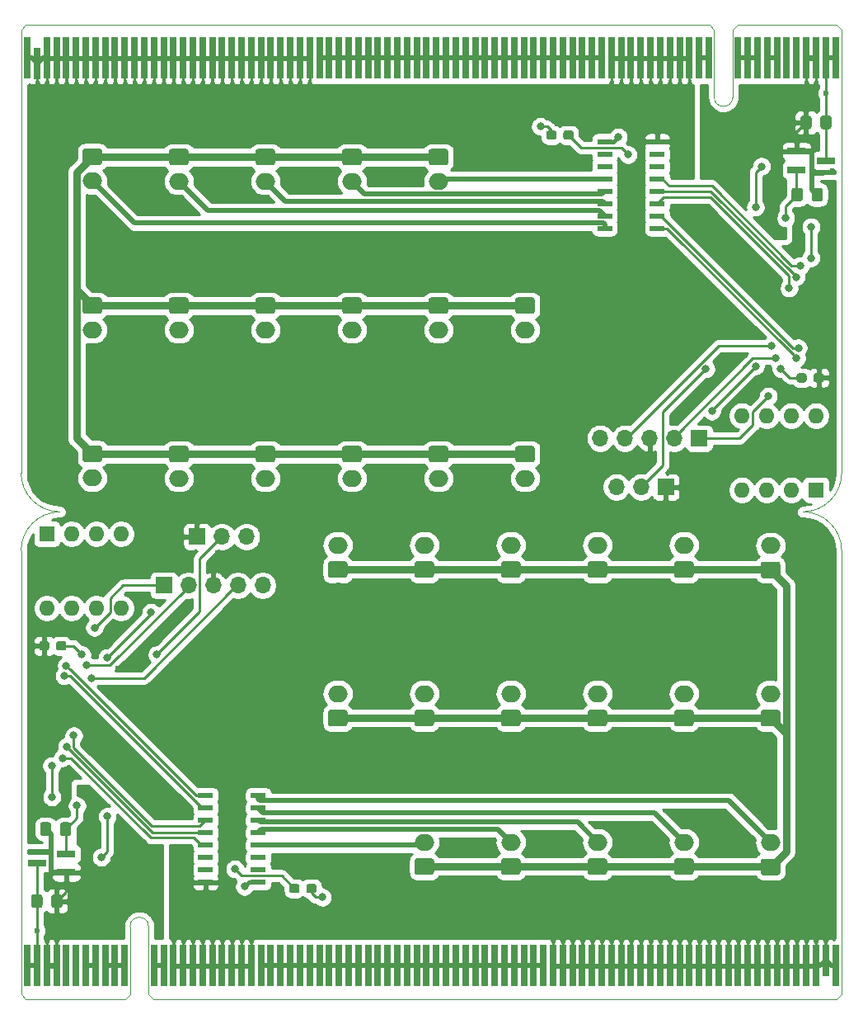
<source format=gtl>
%TF.GenerationSoftware,KiCad,Pcbnew,(5.1.6)-1*%
%TF.CreationDate,2020-06-21T16:44:56+09:00*%
%TF.ProjectId,Solenoid_Valve-fin,536f6c65-6e6f-4696-945f-56616c76652d,rev?*%
%TF.SameCoordinates,Original*%
%TF.FileFunction,Copper,L1,Top*%
%TF.FilePolarity,Positive*%
%FSLAX46Y46*%
G04 Gerber Fmt 4.6, Leading zero omitted, Abs format (unit mm)*
G04 Created by KiCad (PCBNEW (5.1.6)-1) date 2020-06-21 16:44:56*
%MOMM*%
%LPD*%
G01*
G04 APERTURE LIST*
%TA.AperFunction,Profile*%
%ADD10C,0.100000*%
%TD*%
%TA.AperFunction,EtchedComponent*%
%ADD11C,0.100000*%
%TD*%
%TA.AperFunction,ComponentPad*%
%ADD12O,2.000000X1.700000*%
%TD*%
%TA.AperFunction,SMDPad,CuDef*%
%ADD13R,1.550000X0.600000*%
%TD*%
%TA.AperFunction,ConnectorPad*%
%ADD14R,0.700000X4.300000*%
%TD*%
%TA.AperFunction,ConnectorPad*%
%ADD15R,0.700000X3.200000*%
%TD*%
%TA.AperFunction,ComponentPad*%
%ADD16R,1.700000X1.700000*%
%TD*%
%TA.AperFunction,ComponentPad*%
%ADD17O,1.700000X1.700000*%
%TD*%
%TA.AperFunction,SMDPad,CuDef*%
%ADD18R,1.900000X0.800000*%
%TD*%
%TA.AperFunction,ComponentPad*%
%ADD19R,1.600000X1.600000*%
%TD*%
%TA.AperFunction,ComponentPad*%
%ADD20O,1.600000X1.600000*%
%TD*%
%TA.AperFunction,ViaPad*%
%ADD21C,0.600000*%
%TD*%
%TA.AperFunction,ViaPad*%
%ADD22C,0.800000*%
%TD*%
%TA.AperFunction,Conductor*%
%ADD23C,0.500000*%
%TD*%
%TA.AperFunction,Conductor*%
%ADD24C,0.250000*%
%TD*%
%TA.AperFunction,Conductor*%
%ADD25C,0.800000*%
%TD*%
%TA.AperFunction,Conductor*%
%ADD26C,0.400000*%
%TD*%
%TA.AperFunction,Conductor*%
%ADD27C,0.254000*%
%TD*%
%ADD28C,0.300000*%
%ADD29C,0.350000*%
G04 APERTURE END LIST*
D10*
X204650000Y-37850000D02*
X204650000Y-75450000D01*
X204650000Y-75450000D02*
G75*
G02*
X200650000Y-79450000I-4000000J0D01*
G01*
X124350000Y-79450000D02*
G75*
G02*
X120350000Y-75450000I0J4000000D01*
G01*
X120350000Y-37850000D02*
X120350000Y-75450000D01*
X200650000Y-79450000D02*
G75*
G02*
X204650000Y-83450000I0J-4000000D01*
G01*
X120350000Y-83450000D02*
G75*
G02*
X124350000Y-79450000I4000000J0D01*
G01*
X204650000Y-121050000D02*
X204650000Y-83450000D01*
X120350000Y-121050000D02*
X120350000Y-83450000D01*
D11*
%TO.C,J20*%
X193450000Y-36900000D02*
X193450000Y-29950000D01*
X191550000Y-36900000D02*
X191550000Y-29950000D01*
X204650000Y-37850000D02*
X204650000Y-29950000D01*
X204150000Y-29450000D02*
X193950000Y-29450000D01*
X120350000Y-37850000D02*
X120350000Y-29950000D01*
X191050000Y-29450000D02*
X120850000Y-29450000D01*
X204650000Y-29950000D02*
X204150000Y-29450000D01*
X193450000Y-29950000D02*
X193950000Y-29450000D01*
X191550000Y-29950000D02*
X191050000Y-29450000D01*
X120350000Y-29950000D02*
X120850000Y-29450000D01*
X193450000Y-36900000D02*
G75*
G02*
X191550000Y-36900000I-950000J0D01*
G01*
X204650000Y-128950000D02*
X204150000Y-129450000D01*
X133450000Y-128950000D02*
X133950000Y-129450000D01*
X131550000Y-128950000D02*
X131050000Y-129450000D01*
X120350000Y-128950000D02*
X120850000Y-129450000D01*
X133950000Y-129450000D02*
X204150000Y-129450000D01*
X204650000Y-121050000D02*
X204650000Y-128950000D01*
X120850000Y-129450000D02*
X131050000Y-129450000D01*
X120350000Y-121050000D02*
X120350000Y-128950000D01*
X133450000Y-122000000D02*
X133450000Y-128950000D01*
X131550000Y-122000000D02*
X131550000Y-128950000D01*
X131550000Y-122000000D02*
G75*
G02*
X133450000Y-122000000I950000J0D01*
G01*
%TD*%
%TO.P,C4,2*%
%TO.N,GND*%
%TA.AperFunction,SMDPad,CuDef*%
G36*
G01*
X201550000Y-39049999D02*
X201550000Y-39950001D01*
G75*
G02*
X201300001Y-40200000I-249999J0D01*
G01*
X200649999Y-40200000D01*
G75*
G02*
X200400000Y-39950001I0J249999D01*
G01*
X200400000Y-39049999D01*
G75*
G02*
X200649999Y-38800000I249999J0D01*
G01*
X201300001Y-38800000D01*
G75*
G02*
X201550000Y-39049999I0J-249999D01*
G01*
G37*
%TD.AperFunction*%
%TO.P,C4,1*%
%TO.N,+5V*%
%TA.AperFunction,SMDPad,CuDef*%
G36*
G01*
X203600000Y-39049999D02*
X203600000Y-39950001D01*
G75*
G02*
X203350001Y-40200000I-249999J0D01*
G01*
X202699999Y-40200000D01*
G75*
G02*
X202450000Y-39950001I0J249999D01*
G01*
X202450000Y-39049999D01*
G75*
G02*
X202699999Y-38800000I249999J0D01*
G01*
X203350001Y-38800000D01*
G75*
G02*
X203600000Y-39049999I0J-249999D01*
G01*
G37*
%TD.AperFunction*%
%TD*%
%TO.P,C5,1*%
%TO.N,GND*%
%TA.AperFunction,SMDPad,CuDef*%
G36*
G01*
X202700000Y-46449999D02*
X202700000Y-47350001D01*
G75*
G02*
X202450001Y-47600000I-249999J0D01*
G01*
X201799999Y-47600000D01*
G75*
G02*
X201550000Y-47350001I0J249999D01*
G01*
X201550000Y-46449999D01*
G75*
G02*
X201799999Y-46200000I249999J0D01*
G01*
X202450001Y-46200000D01*
G75*
G02*
X202700000Y-46449999I0J-249999D01*
G01*
G37*
%TD.AperFunction*%
%TO.P,C5,2*%
%TO.N,+3V3*%
%TA.AperFunction,SMDPad,CuDef*%
G36*
G01*
X200650000Y-46449999D02*
X200650000Y-47350001D01*
G75*
G02*
X200400001Y-47600000I-249999J0D01*
G01*
X199749999Y-47600000D01*
G75*
G02*
X199500000Y-47350001I0J249999D01*
G01*
X199500000Y-46449999D01*
G75*
G02*
X199749999Y-46200000I249999J0D01*
G01*
X200400001Y-46200000D01*
G75*
G02*
X200650000Y-46449999I0J-249999D01*
G01*
G37*
%TD.AperFunction*%
%TD*%
%TO.P,J14,1*%
%TO.N,+12V*%
%TA.AperFunction,ComponentPad*%
G36*
G01*
X162480000Y-72680000D02*
X163980000Y-72680000D01*
G75*
G02*
X164230000Y-72930000I0J-250000D01*
G01*
X164230000Y-74130000D01*
G75*
G02*
X163980000Y-74380000I-250000J0D01*
G01*
X162480000Y-74380000D01*
G75*
G02*
X162230000Y-74130000I0J250000D01*
G01*
X162230000Y-72930000D01*
G75*
G02*
X162480000Y-72680000I250000J0D01*
G01*
G37*
%TD.AperFunction*%
D12*
%TO.P,J14,2*%
%TO.N,Solenoid_A2*%
X163230000Y-76030000D03*
%TD*%
%TO.P,J6,1*%
%TO.N,+12V*%
%TA.AperFunction,ComponentPad*%
G36*
G01*
X153590000Y-57440000D02*
X155090000Y-57440000D01*
G75*
G02*
X155340000Y-57690000I0J-250000D01*
G01*
X155340000Y-58890000D01*
G75*
G02*
X155090000Y-59140000I-250000J0D01*
G01*
X153590000Y-59140000D01*
G75*
G02*
X153340000Y-58890000I0J250000D01*
G01*
X153340000Y-57690000D01*
G75*
G02*
X153590000Y-57440000I250000J0D01*
G01*
G37*
%TD.AperFunction*%
%TO.P,J6,2*%
%TO.N,Solenoid_B3*%
X154340000Y-60790000D03*
%TD*%
D13*
%TO.P,Q3,1*%
%TO.N,IC_C5*%
X185700000Y-50345000D03*
%TO.P,Q3,2*%
%TO.N,IC_C4*%
X185700000Y-49075000D03*
%TO.P,Q3,3*%
%TO.N,IC_C3*%
X185700000Y-47805000D03*
%TO.P,Q3,4*%
%TO.N,IC_C2*%
X185700000Y-46535000D03*
%TO.P,Q3,5*%
%TO.N,IC_C1*%
X185700000Y-45265000D03*
%TO.P,Q3,6*%
%TO.N,Net-(Q3-Pad6)*%
X185700000Y-43995000D03*
%TO.P,Q3,7*%
%TO.N,Net-(Q3-Pad7)*%
X185700000Y-42725000D03*
%TO.P,Q3,8*%
%TO.N,GNDPWR*%
X185700000Y-41455000D03*
%TO.P,Q3,9*%
%TO.N,+12V*%
X180300000Y-41455000D03*
%TO.P,Q3,10*%
%TO.N,Net-(Q3-Pad10)*%
X180300000Y-42725000D03*
%TO.P,Q3,11*%
%TO.N,Net-(Q3-Pad11)*%
X180300000Y-43995000D03*
%TO.P,Q3,12*%
%TO.N,Solenoid_C1*%
X180300000Y-45265000D03*
%TO.P,Q3,13*%
%TO.N,Solenoid_C2*%
X180300000Y-46535000D03*
%TO.P,Q3,14*%
%TO.N,Solenoid_C3*%
X180300000Y-47805000D03*
%TO.P,Q3,15*%
%TO.N,Solenoid_C4*%
X180300000Y-49075000D03*
%TO.P,Q3,16*%
%TO.N,Solenoid_C5*%
X180300000Y-50345000D03*
%TD*%
%TO.P,J3,1*%
%TO.N,+12V*%
%TA.AperFunction,ComponentPad*%
G36*
G01*
X162480000Y-57440000D02*
X163980000Y-57440000D01*
G75*
G02*
X164230000Y-57690000I0J-250000D01*
G01*
X164230000Y-58890000D01*
G75*
G02*
X163980000Y-59140000I-250000J0D01*
G01*
X162480000Y-59140000D01*
G75*
G02*
X162230000Y-58890000I0J250000D01*
G01*
X162230000Y-57690000D01*
G75*
G02*
X162480000Y-57440000I250000J0D01*
G01*
G37*
%TD.AperFunction*%
D12*
%TO.P,J3,2*%
%TO.N,Solenoid_B2*%
X163230000Y-60790000D03*
%TD*%
%TO.P,J19,1*%
%TO.N,+12V*%
%TA.AperFunction,ComponentPad*%
G36*
G01*
X153590000Y-42200000D02*
X155090000Y-42200000D01*
G75*
G02*
X155340000Y-42450000I0J-250000D01*
G01*
X155340000Y-43650000D01*
G75*
G02*
X155090000Y-43900000I-250000J0D01*
G01*
X153590000Y-43900000D01*
G75*
G02*
X153340000Y-43650000I0J250000D01*
G01*
X153340000Y-42450000D01*
G75*
G02*
X153590000Y-42200000I250000J0D01*
G01*
G37*
%TD.AperFunction*%
%TO.P,J19,2*%
%TO.N,Solenoid_C2*%
X154340000Y-45550000D03*
%TD*%
%TO.P,J9,1*%
%TO.N,+12V*%
%TA.AperFunction,ComponentPad*%
G36*
G01*
X153590000Y-72680000D02*
X155090000Y-72680000D01*
G75*
G02*
X155340000Y-72930000I0J-250000D01*
G01*
X155340000Y-74130000D01*
G75*
G02*
X155090000Y-74380000I-250000J0D01*
G01*
X153590000Y-74380000D01*
G75*
G02*
X153340000Y-74130000I0J250000D01*
G01*
X153340000Y-72930000D01*
G75*
G02*
X153590000Y-72680000I250000J0D01*
G01*
G37*
%TD.AperFunction*%
%TO.P,J9,2*%
%TO.N,Solenoid_A3*%
X154340000Y-76030000D03*
%TD*%
D14*
%TO.P,J20,B9*%
%TO.N,Net-(J20-PadB9)*%
X154000000Y-32900000D03*
X155000000Y-32900000D03*
X156000000Y-32900000D03*
X157000000Y-32900000D03*
X158000000Y-32900000D03*
X159000000Y-32900000D03*
X160000000Y-32900000D03*
X161000000Y-32900000D03*
X162000000Y-32900000D03*
X163000000Y-32900000D03*
X164000000Y-32900000D03*
X165000000Y-32900000D03*
X166000000Y-32900000D03*
X167000000Y-32900000D03*
X168000000Y-32900000D03*
X169000000Y-32900000D03*
X170000000Y-32900000D03*
X171000000Y-32900000D03*
X172000000Y-32900000D03*
X173000000Y-32900000D03*
X174000000Y-32900000D03*
X175000000Y-32900000D03*
X176000000Y-32900000D03*
X177000000Y-32900000D03*
X178000000Y-32900000D03*
X179000000Y-32900000D03*
X180000000Y-32900000D03*
%TO.P,J20,B8*%
%TO.N,GNDPWR*%
X181000000Y-32900000D03*
X182000000Y-32900000D03*
X183000000Y-32900000D03*
X184000000Y-32900000D03*
%TO.P,J20,B1*%
%TO.N,+5V*%
X204000000Y-32900000D03*
X203000000Y-32900000D03*
%TO.P,J20,B2*%
%TO.N,GND*%
X202000000Y-32900000D03*
X201000000Y-32900000D03*
%TO.P,J20,B3*%
%TO.N,Net-(J20-PadB3)*%
X200000000Y-32900000D03*
%TO.P,J20,B4*%
%TO.N,Net-(J20-PadB4)*%
X199000000Y-32900000D03*
%TO.P,J20,B5*%
%TO.N,Net-(J20-PadB5)*%
X198000000Y-32900000D03*
X197000000Y-32900000D03*
%TO.P,J20,B6*%
%TO.N,Net-(J20-PadB6)*%
X196000000Y-32900000D03*
X195000000Y-32900000D03*
X194000000Y-32900000D03*
%TO.P,J20,B8*%
%TO.N,GNDPWR*%
X189000000Y-32900000D03*
X188000000Y-32900000D03*
X187000000Y-32900000D03*
X186000000Y-32900000D03*
X185000000Y-32900000D03*
%TO.P,J20,B7*%
%TO.N,Net-(J20-PadB7)*%
X191000000Y-32900000D03*
X190000000Y-32900000D03*
%TO.P,J20,B9*%
%TO.N,Net-(J20-PadB9)*%
X153000000Y-32900000D03*
X152000000Y-32900000D03*
X151000000Y-32900000D03*
%TO.P,J20,B10*%
%TO.N,GNDPWR*%
X150000000Y-32900000D03*
X149000000Y-32900000D03*
X148000000Y-32900000D03*
X147000000Y-32900000D03*
X146000000Y-32900000D03*
X145000000Y-32900000D03*
X144000000Y-32900000D03*
X143000000Y-32900000D03*
X142000000Y-32900000D03*
X141000000Y-32900000D03*
X140000000Y-32900000D03*
X139000000Y-32900000D03*
X138000000Y-32900000D03*
X137000000Y-32900000D03*
X136000000Y-32900000D03*
X135000000Y-32900000D03*
X134000000Y-32900000D03*
X133000000Y-32900000D03*
X132000000Y-32900000D03*
X131000000Y-32900000D03*
X130000000Y-32900000D03*
X129000000Y-32900000D03*
X128000000Y-32900000D03*
X127000000Y-32900000D03*
X126000000Y-32900000D03*
X125000000Y-32900000D03*
X124000000Y-32900000D03*
X123000000Y-32900000D03*
D15*
X122000000Y-33450000D03*
D14*
X121000000Y-32900000D03*
%TD*%
%TO.P,J18,1*%
%TO.N,+12V*%
%TA.AperFunction,ComponentPad*%
G36*
G01*
X126920000Y-42160000D02*
X128420000Y-42160000D01*
G75*
G02*
X128670000Y-42410000I0J-250000D01*
G01*
X128670000Y-43610000D01*
G75*
G02*
X128420000Y-43860000I-250000J0D01*
G01*
X126920000Y-43860000D01*
G75*
G02*
X126670000Y-43610000I0J250000D01*
G01*
X126670000Y-42410000D01*
G75*
G02*
X126920000Y-42160000I250000J0D01*
G01*
G37*
%TD.AperFunction*%
D12*
%TO.P,J18,2*%
%TO.N,Solenoid_C5*%
X127670000Y-45510000D03*
%TD*%
%TO.P,J1,1*%
%TO.N,+12V*%
%TA.AperFunction,ComponentPad*%
G36*
G01*
X171370000Y-57440000D02*
X172870000Y-57440000D01*
G75*
G02*
X173120000Y-57690000I0J-250000D01*
G01*
X173120000Y-58890000D01*
G75*
G02*
X172870000Y-59140000I-250000J0D01*
G01*
X171370000Y-59140000D01*
G75*
G02*
X171120000Y-58890000I0J250000D01*
G01*
X171120000Y-57690000D01*
G75*
G02*
X171370000Y-57440000I250000J0D01*
G01*
G37*
%TD.AperFunction*%
%TO.P,J1,2*%
%TO.N,Solenoid_B1*%
X172120000Y-60790000D03*
%TD*%
%TO.P,J2,1*%
%TO.N,+12V*%
%TA.AperFunction,ComponentPad*%
G36*
G01*
X144700000Y-57440000D02*
X146200000Y-57440000D01*
G75*
G02*
X146450000Y-57690000I0J-250000D01*
G01*
X146450000Y-58890000D01*
G75*
G02*
X146200000Y-59140000I-250000J0D01*
G01*
X144700000Y-59140000D01*
G75*
G02*
X144450000Y-58890000I0J250000D01*
G01*
X144450000Y-57690000D01*
G75*
G02*
X144700000Y-57440000I250000J0D01*
G01*
G37*
%TD.AperFunction*%
%TO.P,J2,2*%
%TO.N,Solenoid_B4*%
X145450000Y-60790000D03*
%TD*%
%TO.P,J4,1*%
%TO.N,+12V*%
%TA.AperFunction,ComponentPad*%
G36*
G01*
X135810000Y-57440000D02*
X137310000Y-57440000D01*
G75*
G02*
X137560000Y-57690000I0J-250000D01*
G01*
X137560000Y-58890000D01*
G75*
G02*
X137310000Y-59140000I-250000J0D01*
G01*
X135810000Y-59140000D01*
G75*
G02*
X135560000Y-58890000I0J250000D01*
G01*
X135560000Y-57690000D01*
G75*
G02*
X135810000Y-57440000I250000J0D01*
G01*
G37*
%TD.AperFunction*%
%TO.P,J4,2*%
%TO.N,Solenoid_B5*%
X136560000Y-60790000D03*
%TD*%
%TO.P,J12,1*%
%TO.N,+12V*%
%TA.AperFunction,ComponentPad*%
G36*
G01*
X144700000Y-72680000D02*
X146200000Y-72680000D01*
G75*
G02*
X146450000Y-72930000I0J-250000D01*
G01*
X146450000Y-74130000D01*
G75*
G02*
X146200000Y-74380000I-250000J0D01*
G01*
X144700000Y-74380000D01*
G75*
G02*
X144450000Y-74130000I0J250000D01*
G01*
X144450000Y-72930000D01*
G75*
G02*
X144700000Y-72680000I250000J0D01*
G01*
G37*
%TD.AperFunction*%
%TO.P,J12,2*%
%TO.N,Solenoid_A4*%
X145450000Y-76030000D03*
%TD*%
%TO.P,J13,1*%
%TO.N,+12V*%
%TA.AperFunction,ComponentPad*%
G36*
G01*
X135810000Y-72680000D02*
X137310000Y-72680000D01*
G75*
G02*
X137560000Y-72930000I0J-250000D01*
G01*
X137560000Y-74130000D01*
G75*
G02*
X137310000Y-74380000I-250000J0D01*
G01*
X135810000Y-74380000D01*
G75*
G02*
X135560000Y-74130000I0J250000D01*
G01*
X135560000Y-72930000D01*
G75*
G02*
X135810000Y-72680000I250000J0D01*
G01*
G37*
%TD.AperFunction*%
%TO.P,J13,2*%
%TO.N,Solenoid_A5*%
X136560000Y-76030000D03*
%TD*%
%TO.P,J7,1*%
%TO.N,+12V*%
%TA.AperFunction,ComponentPad*%
G36*
G01*
X126920000Y-57440000D02*
X128420000Y-57440000D01*
G75*
G02*
X128670000Y-57690000I0J-250000D01*
G01*
X128670000Y-58890000D01*
G75*
G02*
X128420000Y-59140000I-250000J0D01*
G01*
X126920000Y-59140000D01*
G75*
G02*
X126670000Y-58890000I0J250000D01*
G01*
X126670000Y-57690000D01*
G75*
G02*
X126920000Y-57440000I250000J0D01*
G01*
G37*
%TD.AperFunction*%
%TO.P,J7,2*%
%TO.N,Solenoid_B6*%
X127670000Y-60790000D03*
%TD*%
%TO.P,J15,1*%
%TO.N,+12V*%
%TA.AperFunction,ComponentPad*%
G36*
G01*
X144700000Y-42200000D02*
X146200000Y-42200000D01*
G75*
G02*
X146450000Y-42450000I0J-250000D01*
G01*
X146450000Y-43650000D01*
G75*
G02*
X146200000Y-43900000I-250000J0D01*
G01*
X144700000Y-43900000D01*
G75*
G02*
X144450000Y-43650000I0J250000D01*
G01*
X144450000Y-42450000D01*
G75*
G02*
X144700000Y-42200000I250000J0D01*
G01*
G37*
%TD.AperFunction*%
%TO.P,J15,2*%
%TO.N,Solenoid_C3*%
X145450000Y-45550000D03*
%TD*%
%TO.P,J11,1*%
%TO.N,+12V*%
%TA.AperFunction,ComponentPad*%
G36*
G01*
X126920000Y-72640000D02*
X128420000Y-72640000D01*
G75*
G02*
X128670000Y-72890000I0J-250000D01*
G01*
X128670000Y-74090000D01*
G75*
G02*
X128420000Y-74340000I-250000J0D01*
G01*
X126920000Y-74340000D01*
G75*
G02*
X126670000Y-74090000I0J250000D01*
G01*
X126670000Y-72890000D01*
G75*
G02*
X126920000Y-72640000I250000J0D01*
G01*
G37*
%TD.AperFunction*%
%TO.P,J11,2*%
%TO.N,Solenoid_A6*%
X127670000Y-75990000D03*
%TD*%
%TO.P,J17,2*%
%TO.N,Solenoid_C1*%
X163230000Y-45550000D03*
%TO.P,J17,1*%
%TO.N,+12V*%
%TA.AperFunction,ComponentPad*%
G36*
G01*
X162480000Y-42200000D02*
X163980000Y-42200000D01*
G75*
G02*
X164230000Y-42450000I0J-250000D01*
G01*
X164230000Y-43650000D01*
G75*
G02*
X163980000Y-43900000I-250000J0D01*
G01*
X162480000Y-43900000D01*
G75*
G02*
X162230000Y-43650000I0J250000D01*
G01*
X162230000Y-42450000D01*
G75*
G02*
X162480000Y-42200000I250000J0D01*
G01*
G37*
%TD.AperFunction*%
%TD*%
%TO.P,D11,2*%
%TO.N,3.3V*%
%TA.AperFunction,SMDPad,CuDef*%
G36*
G01*
X176050000Y-41037500D02*
X176050000Y-40562500D01*
G75*
G02*
X176287500Y-40325000I237500J0D01*
G01*
X176862500Y-40325000D01*
G75*
G02*
X177100000Y-40562500I0J-237500D01*
G01*
X177100000Y-41037500D01*
G75*
G02*
X176862500Y-41275000I-237500J0D01*
G01*
X176287500Y-41275000D01*
G75*
G02*
X176050000Y-41037500I0J237500D01*
G01*
G37*
%TD.AperFunction*%
%TO.P,D11,1*%
%TO.N,VCC*%
%TA.AperFunction,SMDPad,CuDef*%
G36*
G01*
X174300000Y-41037500D02*
X174300000Y-40562500D01*
G75*
G02*
X174537500Y-40325000I237500J0D01*
G01*
X175112500Y-40325000D01*
G75*
G02*
X175350000Y-40562500I0J-237500D01*
G01*
X175350000Y-41037500D01*
G75*
G02*
X175112500Y-41275000I-237500J0D01*
G01*
X174537500Y-41275000D01*
G75*
G02*
X174300000Y-41037500I0J237500D01*
G01*
G37*
%TD.AperFunction*%
%TD*%
D16*
%TO.P,J5,1*%
%TO.N,GNDPWR*%
X186580000Y-76900000D03*
D17*
%TO.P,J5,2*%
%TO.N,VCP_TX*%
X184040000Y-76900000D03*
%TO.P,J5,3*%
%TO.N,VCP_RX*%
X181500000Y-76900000D03*
%TD*%
D18*
%TO.P,U2,3*%
%TO.N,+5V*%
X203000000Y-43400000D03*
%TO.P,U2,2*%
%TO.N,+3V3*%
X200000000Y-44350000D03*
%TO.P,U2,1*%
%TO.N,GND*%
X200000000Y-42450000D03*
%TD*%
D19*
%TO.P,S1,1*%
%TO.N,3.3V*%
X202000000Y-77200000D03*
D20*
%TO.P,S1,5*%
%TO.N,Net-(S1-Pad5)*%
X194380000Y-69580000D03*
%TO.P,S1,2*%
%TO.N,3.3V*%
X199460000Y-77200000D03*
%TO.P,S1,6*%
%TO.N,Net-(S1-Pad6)*%
X196920000Y-69580000D03*
%TO.P,S1,3*%
%TO.N,Net-(S1-Pad3)*%
X196920000Y-77200000D03*
%TO.P,S1,7*%
%TO.N,DIP_SW_2*%
X199460000Y-69580000D03*
%TO.P,S1,4*%
%TO.N,Net-(S1-Pad4)*%
X194380000Y-77200000D03*
%TO.P,S1,8*%
%TO.N,DIP_SW_1*%
X202000000Y-69580000D03*
%TD*%
%TO.P,J16,1*%
%TO.N,+12V*%
%TA.AperFunction,ComponentPad*%
G36*
G01*
X135810000Y-42200000D02*
X137310000Y-42200000D01*
G75*
G02*
X137560000Y-42450000I0J-250000D01*
G01*
X137560000Y-43650000D01*
G75*
G02*
X137310000Y-43900000I-250000J0D01*
G01*
X135810000Y-43900000D01*
G75*
G02*
X135560000Y-43650000I0J250000D01*
G01*
X135560000Y-42450000D01*
G75*
G02*
X135810000Y-42200000I250000J0D01*
G01*
G37*
%TD.AperFunction*%
D12*
%TO.P,J16,2*%
%TO.N,Solenoid_C4*%
X136560000Y-45550000D03*
%TD*%
%TO.P,J8,1*%
%TO.N,+12V*%
%TA.AperFunction,ComponentPad*%
G36*
G01*
X171370000Y-72680000D02*
X172870000Y-72680000D01*
G75*
G02*
X173120000Y-72930000I0J-250000D01*
G01*
X173120000Y-74130000D01*
G75*
G02*
X172870000Y-74380000I-250000J0D01*
G01*
X171370000Y-74380000D01*
G75*
G02*
X171120000Y-74130000I0J250000D01*
G01*
X171120000Y-72930000D01*
G75*
G02*
X171370000Y-72680000I250000J0D01*
G01*
G37*
%TD.AperFunction*%
%TO.P,J8,2*%
%TO.N,Solenoid_A1*%
X172120000Y-76030000D03*
%TD*%
%TO.P,R1,1*%
%TO.N,/BOOT*%
%TA.AperFunction,SMDPad,CuDef*%
G36*
G01*
X200000000Y-65937500D02*
X200000000Y-65462500D01*
G75*
G02*
X200237500Y-65225000I237500J0D01*
G01*
X200812500Y-65225000D01*
G75*
G02*
X201050000Y-65462500I0J-237500D01*
G01*
X201050000Y-65937500D01*
G75*
G02*
X200812500Y-66175000I-237500J0D01*
G01*
X200237500Y-66175000D01*
G75*
G02*
X200000000Y-65937500I0J237500D01*
G01*
G37*
%TD.AperFunction*%
%TO.P,R1,2*%
%TO.N,GNDPWR*%
%TA.AperFunction,SMDPad,CuDef*%
G36*
G01*
X201750000Y-65937500D02*
X201750000Y-65462500D01*
G75*
G02*
X201987500Y-65225000I237500J0D01*
G01*
X202562500Y-65225000D01*
G75*
G02*
X202800000Y-65462500I0J-237500D01*
G01*
X202800000Y-65937500D01*
G75*
G02*
X202562500Y-66175000I-237500J0D01*
G01*
X201987500Y-66175000D01*
G75*
G02*
X201750000Y-65937500I0J237500D01*
G01*
G37*
%TD.AperFunction*%
%TD*%
D16*
%TO.P,J10,1*%
%TO.N,3.3V*%
X190000000Y-71900000D03*
D17*
%TO.P,J10,2*%
%TO.N,/SWCLK*%
X187460000Y-71900000D03*
%TO.P,J10,3*%
%TO.N,GNDPWR*%
X184920000Y-71900000D03*
%TO.P,J10,4*%
%TO.N,/SWDIO*%
X182380000Y-71900000D03*
%TO.P,J10,5*%
%TO.N,NRST*%
X179840000Y-71900000D03*
%TD*%
D12*
%TO.P,J8,2*%
%TO.N,Solenoid_A1*%
X152880000Y-82870000D03*
%TO.P,J8,1*%
%TO.N,+12V*%
%TA.AperFunction,ComponentPad*%
G36*
G01*
X153630000Y-86220000D02*
X152130000Y-86220000D01*
G75*
G02*
X151880000Y-85970000I0J250000D01*
G01*
X151880000Y-84770000D01*
G75*
G02*
X152130000Y-84520000I250000J0D01*
G01*
X153630000Y-84520000D01*
G75*
G02*
X153880000Y-84770000I0J-250000D01*
G01*
X153880000Y-85970000D01*
G75*
G02*
X153630000Y-86220000I-250000J0D01*
G01*
G37*
%TD.AperFunction*%
%TD*%
%TO.P,J16,2*%
%TO.N,Solenoid_C4*%
X188440000Y-113350000D03*
%TO.P,J16,1*%
%TO.N,+12V*%
%TA.AperFunction,ComponentPad*%
G36*
G01*
X189190000Y-116700000D02*
X187690000Y-116700000D01*
G75*
G02*
X187440000Y-116450000I0J250000D01*
G01*
X187440000Y-115250000D01*
G75*
G02*
X187690000Y-115000000I250000J0D01*
G01*
X189190000Y-115000000D01*
G75*
G02*
X189440000Y-115250000I0J-250000D01*
G01*
X189440000Y-116450000D01*
G75*
G02*
X189190000Y-116700000I-250000J0D01*
G01*
G37*
%TD.AperFunction*%
%TD*%
D17*
%TO.P,J10,5*%
%TO.N,NRST*%
X145160000Y-87000000D03*
%TO.P,J10,4*%
%TO.N,/SWDIO*%
X142620000Y-87000000D03*
%TO.P,J10,3*%
%TO.N,GNDPWR*%
X140080000Y-87000000D03*
%TO.P,J10,2*%
%TO.N,/SWCLK*%
X137540000Y-87000000D03*
D16*
%TO.P,J10,1*%
%TO.N,3.3V*%
X135000000Y-87000000D03*
%TD*%
D17*
%TO.P,J5,3*%
%TO.N,VCP_RX*%
X143500000Y-82000000D03*
%TO.P,J5,2*%
%TO.N,VCP_TX*%
X140960000Y-82000000D03*
D16*
%TO.P,J5,1*%
%TO.N,GNDPWR*%
X138420000Y-82000000D03*
%TD*%
D18*
%TO.P,U2,1*%
%TO.N,GND*%
X125000000Y-116450000D03*
%TO.P,U2,2*%
%TO.N,+3V3*%
X125000000Y-114550000D03*
%TO.P,U2,3*%
%TO.N,+5V*%
X122000000Y-115500000D03*
%TD*%
D20*
%TO.P,S1,8*%
%TO.N,DIP_SW_1*%
X123000000Y-89320000D03*
%TO.P,S1,4*%
%TO.N,Net-(S1-Pad4)*%
X130620000Y-81700000D03*
%TO.P,S1,7*%
%TO.N,DIP_SW_2*%
X125540000Y-89320000D03*
%TO.P,S1,3*%
%TO.N,Net-(S1-Pad3)*%
X128080000Y-81700000D03*
%TO.P,S1,6*%
%TO.N,Net-(S1-Pad6)*%
X128080000Y-89320000D03*
%TO.P,S1,2*%
%TO.N,3.3V*%
X125540000Y-81700000D03*
%TO.P,S1,5*%
%TO.N,Net-(S1-Pad5)*%
X130620000Y-89320000D03*
D19*
%TO.P,S1,1*%
%TO.N,3.3V*%
X123000000Y-81700000D03*
%TD*%
%TO.P,R1,2*%
%TO.N,GNDPWR*%
%TA.AperFunction,SMDPad,CuDef*%
G36*
G01*
X123250000Y-92962500D02*
X123250000Y-93437500D01*
G75*
G02*
X123012500Y-93675000I-237500J0D01*
G01*
X122437500Y-93675000D01*
G75*
G02*
X122200000Y-93437500I0J237500D01*
G01*
X122200000Y-92962500D01*
G75*
G02*
X122437500Y-92725000I237500J0D01*
G01*
X123012500Y-92725000D01*
G75*
G02*
X123250000Y-92962500I0J-237500D01*
G01*
G37*
%TD.AperFunction*%
%TO.P,R1,1*%
%TO.N,/BOOT*%
%TA.AperFunction,SMDPad,CuDef*%
G36*
G01*
X125000000Y-92962500D02*
X125000000Y-93437500D01*
G75*
G02*
X124762500Y-93675000I-237500J0D01*
G01*
X124187500Y-93675000D01*
G75*
G02*
X123950000Y-93437500I0J237500D01*
G01*
X123950000Y-92962500D01*
G75*
G02*
X124187500Y-92725000I237500J0D01*
G01*
X124762500Y-92725000D01*
G75*
G02*
X125000000Y-92962500I0J-237500D01*
G01*
G37*
%TD.AperFunction*%
%TD*%
%TO.P,D11,1*%
%TO.N,VCC*%
%TA.AperFunction,SMDPad,CuDef*%
G36*
G01*
X150700000Y-117862500D02*
X150700000Y-118337500D01*
G75*
G02*
X150462500Y-118575000I-237500J0D01*
G01*
X149887500Y-118575000D01*
G75*
G02*
X149650000Y-118337500I0J237500D01*
G01*
X149650000Y-117862500D01*
G75*
G02*
X149887500Y-117625000I237500J0D01*
G01*
X150462500Y-117625000D01*
G75*
G02*
X150700000Y-117862500I0J-237500D01*
G01*
G37*
%TD.AperFunction*%
%TO.P,D11,2*%
%TO.N,3.3V*%
%TA.AperFunction,SMDPad,CuDef*%
G36*
G01*
X148950000Y-117862500D02*
X148950000Y-118337500D01*
G75*
G02*
X148712500Y-118575000I-237500J0D01*
G01*
X148137500Y-118575000D01*
G75*
G02*
X147900000Y-118337500I0J237500D01*
G01*
X147900000Y-117862500D01*
G75*
G02*
X148137500Y-117625000I237500J0D01*
G01*
X148712500Y-117625000D01*
G75*
G02*
X148950000Y-117862500I0J-237500D01*
G01*
G37*
%TD.AperFunction*%
%TD*%
%TO.P,C5,2*%
%TO.N,+3V3*%
%TA.AperFunction,SMDPad,CuDef*%
G36*
G01*
X124350000Y-112450001D02*
X124350000Y-111549999D01*
G75*
G02*
X124599999Y-111300000I249999J0D01*
G01*
X125250001Y-111300000D01*
G75*
G02*
X125500000Y-111549999I0J-249999D01*
G01*
X125500000Y-112450001D01*
G75*
G02*
X125250001Y-112700000I-249999J0D01*
G01*
X124599999Y-112700000D01*
G75*
G02*
X124350000Y-112450001I0J249999D01*
G01*
G37*
%TD.AperFunction*%
%TO.P,C5,1*%
%TO.N,GND*%
%TA.AperFunction,SMDPad,CuDef*%
G36*
G01*
X122300000Y-112450001D02*
X122300000Y-111549999D01*
G75*
G02*
X122549999Y-111300000I249999J0D01*
G01*
X123200001Y-111300000D01*
G75*
G02*
X123450000Y-111549999I0J-249999D01*
G01*
X123450000Y-112450001D01*
G75*
G02*
X123200001Y-112700000I-249999J0D01*
G01*
X122549999Y-112700000D01*
G75*
G02*
X122300000Y-112450001I0J249999D01*
G01*
G37*
%TD.AperFunction*%
%TD*%
%TO.P,C4,1*%
%TO.N,+5V*%
%TA.AperFunction,SMDPad,CuDef*%
G36*
G01*
X121400000Y-119850001D02*
X121400000Y-118949999D01*
G75*
G02*
X121649999Y-118700000I249999J0D01*
G01*
X122300001Y-118700000D01*
G75*
G02*
X122550000Y-118949999I0J-249999D01*
G01*
X122550000Y-119850001D01*
G75*
G02*
X122300001Y-120100000I-249999J0D01*
G01*
X121649999Y-120100000D01*
G75*
G02*
X121400000Y-119850001I0J249999D01*
G01*
G37*
%TD.AperFunction*%
%TO.P,C4,2*%
%TO.N,GND*%
%TA.AperFunction,SMDPad,CuDef*%
G36*
G01*
X123450000Y-119850001D02*
X123450000Y-118949999D01*
G75*
G02*
X123699999Y-118700000I249999J0D01*
G01*
X124350001Y-118700000D01*
G75*
G02*
X124600000Y-118949999I0J-249999D01*
G01*
X124600000Y-119850001D01*
G75*
G02*
X124350001Y-120100000I-249999J0D01*
G01*
X123699999Y-120100000D01*
G75*
G02*
X123450000Y-119850001I0J249999D01*
G01*
G37*
%TD.AperFunction*%
%TD*%
D14*
%TO.P,J20,B10*%
%TO.N,GNDPWR*%
X204000000Y-126000000D03*
D15*
X203000000Y-125450000D03*
D14*
X202000000Y-126000000D03*
X201000000Y-126000000D03*
X200000000Y-126000000D03*
X199000000Y-126000000D03*
X198000000Y-126000000D03*
X197000000Y-126000000D03*
X196000000Y-126000000D03*
X195000000Y-126000000D03*
X194000000Y-126000000D03*
X193000000Y-126000000D03*
X192000000Y-126000000D03*
X191000000Y-126000000D03*
X190000000Y-126000000D03*
X189000000Y-126000000D03*
X188000000Y-126000000D03*
X187000000Y-126000000D03*
X186000000Y-126000000D03*
X185000000Y-126000000D03*
X184000000Y-126000000D03*
X183000000Y-126000000D03*
X182000000Y-126000000D03*
X181000000Y-126000000D03*
X180000000Y-126000000D03*
X179000000Y-126000000D03*
X178000000Y-126000000D03*
X177000000Y-126000000D03*
X176000000Y-126000000D03*
X175000000Y-126000000D03*
%TO.P,J20,B9*%
%TO.N,Net-(J20-PadB9)*%
X174000000Y-126000000D03*
X173000000Y-126000000D03*
X172000000Y-126000000D03*
%TO.P,J20,B7*%
%TO.N,Net-(J20-PadB7)*%
X135000000Y-126000000D03*
X134000000Y-126000000D03*
%TO.P,J20,B8*%
%TO.N,GNDPWR*%
X140000000Y-126000000D03*
X139000000Y-126000000D03*
X138000000Y-126000000D03*
X137000000Y-126000000D03*
X136000000Y-126000000D03*
%TO.P,J20,B6*%
%TO.N,Net-(J20-PadB6)*%
X131000000Y-126000000D03*
X130000000Y-126000000D03*
X129000000Y-126000000D03*
%TO.P,J20,B5*%
%TO.N,Net-(J20-PadB5)*%
X128000000Y-126000000D03*
X127000000Y-126000000D03*
%TO.P,J20,B4*%
%TO.N,Net-(J20-PadB4)*%
X126000000Y-126000000D03*
%TO.P,J20,B3*%
%TO.N,Net-(J20-PadB3)*%
X125000000Y-126000000D03*
%TO.P,J20,B2*%
%TO.N,GND*%
X124000000Y-126000000D03*
X123000000Y-126000000D03*
%TO.P,J20,B1*%
%TO.N,+5V*%
X122000000Y-126000000D03*
X121000000Y-126000000D03*
%TO.P,J20,B8*%
%TO.N,GNDPWR*%
X141000000Y-126000000D03*
X142000000Y-126000000D03*
X143000000Y-126000000D03*
X144000000Y-126000000D03*
%TO.P,J20,B9*%
%TO.N,Net-(J20-PadB9)*%
X145000000Y-126000000D03*
X146000000Y-126000000D03*
X147000000Y-126000000D03*
X148000000Y-126000000D03*
X149000000Y-126000000D03*
X150000000Y-126000000D03*
X151000000Y-126000000D03*
X152000000Y-126000000D03*
X153000000Y-126000000D03*
X154000000Y-126000000D03*
X155000000Y-126000000D03*
X156000000Y-126000000D03*
X157000000Y-126000000D03*
X158000000Y-126000000D03*
X159000000Y-126000000D03*
X160000000Y-126000000D03*
X161000000Y-126000000D03*
X162000000Y-126000000D03*
X163000000Y-126000000D03*
X164000000Y-126000000D03*
X165000000Y-126000000D03*
X166000000Y-126000000D03*
X167000000Y-126000000D03*
X168000000Y-126000000D03*
X169000000Y-126000000D03*
X170000000Y-126000000D03*
X171000000Y-126000000D03*
%TD*%
D13*
%TO.P,Q3,16*%
%TO.N,Solenoid_C5*%
X144700000Y-108555000D03*
%TO.P,Q3,15*%
%TO.N,Solenoid_C4*%
X144700000Y-109825000D03*
%TO.P,Q3,14*%
%TO.N,Solenoid_C3*%
X144700000Y-111095000D03*
%TO.P,Q3,13*%
%TO.N,Solenoid_C2*%
X144700000Y-112365000D03*
%TO.P,Q3,12*%
%TO.N,Solenoid_C1*%
X144700000Y-113635000D03*
%TO.P,Q3,11*%
%TO.N,Net-(Q3-Pad11)*%
X144700000Y-114905000D03*
%TO.P,Q3,10*%
%TO.N,Net-(Q3-Pad10)*%
X144700000Y-116175000D03*
%TO.P,Q3,9*%
%TO.N,+12V*%
X144700000Y-117445000D03*
%TO.P,Q3,8*%
%TO.N,GNDPWR*%
X139300000Y-117445000D03*
%TO.P,Q3,7*%
%TO.N,Net-(Q3-Pad7)*%
X139300000Y-116175000D03*
%TO.P,Q3,6*%
%TO.N,Net-(Q3-Pad6)*%
X139300000Y-114905000D03*
%TO.P,Q3,5*%
%TO.N,IC_C1*%
X139300000Y-113635000D03*
%TO.P,Q3,4*%
%TO.N,IC_C2*%
X139300000Y-112365000D03*
%TO.P,Q3,3*%
%TO.N,IC_C3*%
X139300000Y-111095000D03*
%TO.P,Q3,2*%
%TO.N,IC_C4*%
X139300000Y-109825000D03*
%TO.P,Q3,1*%
%TO.N,IC_C5*%
X139300000Y-108555000D03*
%TD*%
D12*
%TO.P,J14,2*%
%TO.N,Solenoid_A2*%
X161770000Y-82870000D03*
%TO.P,J14,1*%
%TO.N,+12V*%
%TA.AperFunction,ComponentPad*%
G36*
G01*
X162520000Y-86220000D02*
X161020000Y-86220000D01*
G75*
G02*
X160770000Y-85970000I0J250000D01*
G01*
X160770000Y-84770000D01*
G75*
G02*
X161020000Y-84520000I250000J0D01*
G01*
X162520000Y-84520000D01*
G75*
G02*
X162770000Y-84770000I0J-250000D01*
G01*
X162770000Y-85970000D01*
G75*
G02*
X162520000Y-86220000I-250000J0D01*
G01*
G37*
%TD.AperFunction*%
%TD*%
%TO.P,J12,2*%
%TO.N,Solenoid_A4*%
X179550000Y-82870000D03*
%TO.P,J12,1*%
%TO.N,+12V*%
%TA.AperFunction,ComponentPad*%
G36*
G01*
X180300000Y-86220000D02*
X178800000Y-86220000D01*
G75*
G02*
X178550000Y-85970000I0J250000D01*
G01*
X178550000Y-84770000D01*
G75*
G02*
X178800000Y-84520000I250000J0D01*
G01*
X180300000Y-84520000D01*
G75*
G02*
X180550000Y-84770000I0J-250000D01*
G01*
X180550000Y-85970000D01*
G75*
G02*
X180300000Y-86220000I-250000J0D01*
G01*
G37*
%TD.AperFunction*%
%TD*%
%TO.P,J7,2*%
%TO.N,Solenoid_B6*%
X197330000Y-98110000D03*
%TO.P,J7,1*%
%TO.N,+12V*%
%TA.AperFunction,ComponentPad*%
G36*
G01*
X198080000Y-101460000D02*
X196580000Y-101460000D01*
G75*
G02*
X196330000Y-101210000I0J250000D01*
G01*
X196330000Y-100010000D01*
G75*
G02*
X196580000Y-99760000I250000J0D01*
G01*
X198080000Y-99760000D01*
G75*
G02*
X198330000Y-100010000I0J-250000D01*
G01*
X198330000Y-101210000D01*
G75*
G02*
X198080000Y-101460000I-250000J0D01*
G01*
G37*
%TD.AperFunction*%
%TD*%
%TO.P,J4,2*%
%TO.N,Solenoid_B5*%
X188440000Y-98110000D03*
%TO.P,J4,1*%
%TO.N,+12V*%
%TA.AperFunction,ComponentPad*%
G36*
G01*
X189190000Y-101460000D02*
X187690000Y-101460000D01*
G75*
G02*
X187440000Y-101210000I0J250000D01*
G01*
X187440000Y-100010000D01*
G75*
G02*
X187690000Y-99760000I250000J0D01*
G01*
X189190000Y-99760000D01*
G75*
G02*
X189440000Y-100010000I0J-250000D01*
G01*
X189440000Y-101210000D01*
G75*
G02*
X189190000Y-101460000I-250000J0D01*
G01*
G37*
%TD.AperFunction*%
%TD*%
%TO.P,J9,2*%
%TO.N,Solenoid_A3*%
X170660000Y-82870000D03*
%TO.P,J9,1*%
%TO.N,+12V*%
%TA.AperFunction,ComponentPad*%
G36*
G01*
X171410000Y-86220000D02*
X169910000Y-86220000D01*
G75*
G02*
X169660000Y-85970000I0J250000D01*
G01*
X169660000Y-84770000D01*
G75*
G02*
X169910000Y-84520000I250000J0D01*
G01*
X171410000Y-84520000D01*
G75*
G02*
X171660000Y-84770000I0J-250000D01*
G01*
X171660000Y-85970000D01*
G75*
G02*
X171410000Y-86220000I-250000J0D01*
G01*
G37*
%TD.AperFunction*%
%TD*%
%TO.P,J13,2*%
%TO.N,Solenoid_A5*%
X188440000Y-82870000D03*
%TO.P,J13,1*%
%TO.N,+12V*%
%TA.AperFunction,ComponentPad*%
G36*
G01*
X189190000Y-86220000D02*
X187690000Y-86220000D01*
G75*
G02*
X187440000Y-85970000I0J250000D01*
G01*
X187440000Y-84770000D01*
G75*
G02*
X187690000Y-84520000I250000J0D01*
G01*
X189190000Y-84520000D01*
G75*
G02*
X189440000Y-84770000I0J-250000D01*
G01*
X189440000Y-85970000D01*
G75*
G02*
X189190000Y-86220000I-250000J0D01*
G01*
G37*
%TD.AperFunction*%
%TD*%
%TO.P,J11,2*%
%TO.N,Solenoid_A6*%
X197330000Y-82910000D03*
%TO.P,J11,1*%
%TO.N,+12V*%
%TA.AperFunction,ComponentPad*%
G36*
G01*
X198080000Y-86260000D02*
X196580000Y-86260000D01*
G75*
G02*
X196330000Y-86010000I0J250000D01*
G01*
X196330000Y-84810000D01*
G75*
G02*
X196580000Y-84560000I250000J0D01*
G01*
X198080000Y-84560000D01*
G75*
G02*
X198330000Y-84810000I0J-250000D01*
G01*
X198330000Y-86010000D01*
G75*
G02*
X198080000Y-86260000I-250000J0D01*
G01*
G37*
%TD.AperFunction*%
%TD*%
%TO.P,J18,2*%
%TO.N,Solenoid_C5*%
X197330000Y-113390000D03*
%TO.P,J18,1*%
%TO.N,+12V*%
%TA.AperFunction,ComponentPad*%
G36*
G01*
X198080000Y-116740000D02*
X196580000Y-116740000D01*
G75*
G02*
X196330000Y-116490000I0J250000D01*
G01*
X196330000Y-115290000D01*
G75*
G02*
X196580000Y-115040000I250000J0D01*
G01*
X198080000Y-115040000D01*
G75*
G02*
X198330000Y-115290000I0J-250000D01*
G01*
X198330000Y-116490000D01*
G75*
G02*
X198080000Y-116740000I-250000J0D01*
G01*
G37*
%TD.AperFunction*%
%TD*%
%TO.P,J2,2*%
%TO.N,Solenoid_B4*%
X179550000Y-98110000D03*
%TO.P,J2,1*%
%TO.N,+12V*%
%TA.AperFunction,ComponentPad*%
G36*
G01*
X180300000Y-101460000D02*
X178800000Y-101460000D01*
G75*
G02*
X178550000Y-101210000I0J250000D01*
G01*
X178550000Y-100010000D01*
G75*
G02*
X178800000Y-99760000I250000J0D01*
G01*
X180300000Y-99760000D01*
G75*
G02*
X180550000Y-100010000I0J-250000D01*
G01*
X180550000Y-101210000D01*
G75*
G02*
X180300000Y-101460000I-250000J0D01*
G01*
G37*
%TD.AperFunction*%
%TD*%
%TO.P,J6,2*%
%TO.N,Solenoid_B3*%
X170660000Y-98110000D03*
%TO.P,J6,1*%
%TO.N,+12V*%
%TA.AperFunction,ComponentPad*%
G36*
G01*
X171410000Y-101460000D02*
X169910000Y-101460000D01*
G75*
G02*
X169660000Y-101210000I0J250000D01*
G01*
X169660000Y-100010000D01*
G75*
G02*
X169910000Y-99760000I250000J0D01*
G01*
X171410000Y-99760000D01*
G75*
G02*
X171660000Y-100010000I0J-250000D01*
G01*
X171660000Y-101210000D01*
G75*
G02*
X171410000Y-101460000I-250000J0D01*
G01*
G37*
%TD.AperFunction*%
%TD*%
%TO.P,J1,2*%
%TO.N,Solenoid_B1*%
X152880000Y-98110000D03*
%TO.P,J1,1*%
%TO.N,+12V*%
%TA.AperFunction,ComponentPad*%
G36*
G01*
X153630000Y-101460000D02*
X152130000Y-101460000D01*
G75*
G02*
X151880000Y-101210000I0J250000D01*
G01*
X151880000Y-100010000D01*
G75*
G02*
X152130000Y-99760000I250000J0D01*
G01*
X153630000Y-99760000D01*
G75*
G02*
X153880000Y-100010000I0J-250000D01*
G01*
X153880000Y-101210000D01*
G75*
G02*
X153630000Y-101460000I-250000J0D01*
G01*
G37*
%TD.AperFunction*%
%TD*%
%TO.P,J19,2*%
%TO.N,Solenoid_C2*%
X170660000Y-113350000D03*
%TO.P,J19,1*%
%TO.N,+12V*%
%TA.AperFunction,ComponentPad*%
G36*
G01*
X171410000Y-116700000D02*
X169910000Y-116700000D01*
G75*
G02*
X169660000Y-116450000I0J250000D01*
G01*
X169660000Y-115250000D01*
G75*
G02*
X169910000Y-115000000I250000J0D01*
G01*
X171410000Y-115000000D01*
G75*
G02*
X171660000Y-115250000I0J-250000D01*
G01*
X171660000Y-116450000D01*
G75*
G02*
X171410000Y-116700000I-250000J0D01*
G01*
G37*
%TD.AperFunction*%
%TD*%
%TO.P,J17,1*%
%TO.N,+12V*%
%TA.AperFunction,ComponentPad*%
G36*
G01*
X162520000Y-116700000D02*
X161020000Y-116700000D01*
G75*
G02*
X160770000Y-116450000I0J250000D01*
G01*
X160770000Y-115250000D01*
G75*
G02*
X161020000Y-115000000I250000J0D01*
G01*
X162520000Y-115000000D01*
G75*
G02*
X162770000Y-115250000I0J-250000D01*
G01*
X162770000Y-116450000D01*
G75*
G02*
X162520000Y-116700000I-250000J0D01*
G01*
G37*
%TD.AperFunction*%
%TO.P,J17,2*%
%TO.N,Solenoid_C1*%
X161770000Y-113350000D03*
%TD*%
%TO.P,J15,2*%
%TO.N,Solenoid_C3*%
X179550000Y-113350000D03*
%TO.P,J15,1*%
%TO.N,+12V*%
%TA.AperFunction,ComponentPad*%
G36*
G01*
X180300000Y-116700000D02*
X178800000Y-116700000D01*
G75*
G02*
X178550000Y-116450000I0J250000D01*
G01*
X178550000Y-115250000D01*
G75*
G02*
X178800000Y-115000000I250000J0D01*
G01*
X180300000Y-115000000D01*
G75*
G02*
X180550000Y-115250000I0J-250000D01*
G01*
X180550000Y-116450000D01*
G75*
G02*
X180300000Y-116700000I-250000J0D01*
G01*
G37*
%TD.AperFunction*%
%TD*%
%TO.P,J3,2*%
%TO.N,Solenoid_B2*%
X161770000Y-98110000D03*
%TO.P,J3,1*%
%TO.N,+12V*%
%TA.AperFunction,ComponentPad*%
G36*
G01*
X162520000Y-101460000D02*
X161020000Y-101460000D01*
G75*
G02*
X160770000Y-101210000I0J250000D01*
G01*
X160770000Y-100010000D01*
G75*
G02*
X161020000Y-99760000I250000J0D01*
G01*
X162520000Y-99760000D01*
G75*
G02*
X162770000Y-100010000I0J-250000D01*
G01*
X162770000Y-101210000D01*
G75*
G02*
X162520000Y-101460000I-250000J0D01*
G01*
G37*
%TD.AperFunction*%
%TD*%
D21*
%TO.N,GND*%
X121300000Y-114400000D03*
X132900000Y-114600000D03*
X123400001Y-114299999D03*
X123000000Y-121900000D03*
X130600000Y-123000000D03*
X134600000Y-123000000D03*
X134400000Y-117400000D03*
X130500000Y-116500000D03*
X130800000Y-120600000D03*
X128400000Y-123000000D03*
X192100000Y-44300000D03*
X202000000Y-37000000D03*
X194400000Y-35900000D03*
X190600000Y-41500000D03*
X194200000Y-38300000D03*
X194500000Y-42400000D03*
X196600000Y-35900000D03*
X203700000Y-44500000D03*
X201599999Y-44600001D03*
X190400000Y-35900000D03*
%TO.N,+5V*%
X122000000Y-122400000D03*
X203000000Y-36500000D03*
D22*
%TO.N,+3V3*%
X126100000Y-109600000D03*
X198900000Y-49300000D03*
D21*
%TO.N,GNDPWR*%
X161770000Y-87950000D03*
X170660000Y-87950000D03*
X179550000Y-87950000D03*
X188440000Y-87950000D03*
X185900000Y-90490000D03*
X189710000Y-90490000D03*
X182090000Y-89220000D03*
X177010000Y-89220000D03*
X161770000Y-103190000D03*
X170660000Y-103190000D03*
X179550000Y-103190000D03*
X177010000Y-104460000D03*
X182090000Y-104460000D03*
X188440000Y-103190000D03*
X184630000Y-105730000D03*
X189710000Y-105730000D03*
X153000000Y-87000000D03*
X151000000Y-103000000D03*
X124600000Y-107500000D03*
X130900000Y-104200000D03*
X130300000Y-95500000D03*
X127600000Y-93200000D03*
X121700000Y-96600000D03*
X121300000Y-99800000D03*
X121300000Y-83400000D03*
X129500000Y-97900000D03*
X134800000Y-99200000D03*
X129300000Y-87000000D03*
X122000000Y-106900000D03*
X122500000Y-101500000D03*
X123300000Y-90900000D03*
X133900000Y-85000000D03*
X136000000Y-85200000D03*
X135800000Y-121000000D03*
X154700000Y-122900000D03*
X154700000Y-120300000D03*
X149800000Y-119500000D03*
X146500000Y-120600000D03*
X141100000Y-119500000D03*
X140500000Y-123000000D03*
X157200000Y-120600000D03*
X157200000Y-123000000D03*
X203800000Y-123000000D03*
X161800000Y-117800000D03*
X170800000Y-117600000D03*
X179600000Y-117600000D03*
X188600000Y-117600000D03*
X197400000Y-117800000D03*
X188600000Y-123000000D03*
X197400000Y-123000000D03*
X179600000Y-123000000D03*
X170800000Y-123000000D03*
X161800000Y-123000000D03*
X195200000Y-114600000D03*
X186800000Y-110200000D03*
X192400000Y-110200000D03*
X190200000Y-114400000D03*
X179200000Y-111400000D03*
X185000000Y-111400000D03*
X186600000Y-114600000D03*
X181200000Y-114600000D03*
X177000000Y-112400000D03*
X177800000Y-114600000D03*
X172400000Y-114600000D03*
X172400000Y-112400000D03*
X168800000Y-113200000D03*
X169000000Y-114600000D03*
X163400000Y-114600000D03*
X142000000Y-117400000D03*
X141000000Y-115600000D03*
X142200000Y-113800000D03*
X141600000Y-100400000D03*
X132400000Y-80400000D03*
X146600000Y-90600000D03*
X144400000Y-100400000D03*
X147600000Y-101600000D03*
X152800000Y-92800000D03*
X154400000Y-99200000D03*
X158800000Y-101800000D03*
X163400000Y-99200000D03*
X167600000Y-101800000D03*
X172200000Y-99200000D03*
X176400000Y-101800000D03*
X181000000Y-99200000D03*
X185400000Y-101800000D03*
X190000000Y-99200000D03*
X194200000Y-101800000D03*
X200200000Y-99800000D03*
X154400000Y-84000000D03*
X158800000Y-86600000D03*
X163200000Y-84000000D03*
X167600000Y-86600000D03*
X181000000Y-84000000D03*
X185400000Y-86600000D03*
X190000000Y-84000000D03*
X194200000Y-86600000D03*
X198800000Y-84000000D03*
X152800000Y-80400000D03*
X161800000Y-80400000D03*
X170600000Y-80400000D03*
X179600000Y-80400000D03*
X188400000Y-80400000D03*
X197400000Y-80400000D03*
X191200000Y-92800000D03*
X152800000Y-96400000D03*
X161600000Y-96400000D03*
X170600000Y-96200000D03*
X179600000Y-96200000D03*
X188400000Y-96200000D03*
X197200000Y-96200000D03*
X179600000Y-92800000D03*
X170600000Y-92800000D03*
X161600000Y-92800000D03*
X146400000Y-115400000D03*
X148000000Y-108000000D03*
X158000000Y-108000000D03*
X168600000Y-108000000D03*
X179600000Y-108000000D03*
X191000000Y-108000000D03*
X197200000Y-102600000D03*
X203800000Y-107800000D03*
X203800000Y-92400000D03*
X199400000Y-116400000D03*
X197000000Y-87200000D03*
X137400000Y-101800000D03*
X137600000Y-99200000D03*
X141600000Y-90800000D03*
X141600000Y-95200000D03*
X141600000Y-106200000D03*
X133000000Y-109600000D03*
X130000000Y-106400000D03*
X132400000Y-106400000D03*
X132000000Y-82800000D03*
X122400000Y-87000000D03*
X121400000Y-91000000D03*
X150200000Y-87000000D03*
X144800000Y-80400000D03*
X172200000Y-84000000D03*
X154200000Y-116000000D03*
X159800000Y-116000000D03*
X136800000Y-89600000D03*
X132400000Y-89400000D03*
X137800000Y-97100000D03*
X134000000Y-97100000D03*
X135800000Y-95100000D03*
X127500000Y-99700000D03*
X126300000Y-98700000D03*
X140500000Y-83700000D03*
X137900000Y-83700000D03*
X197400000Y-111600000D03*
X159200000Y-84000000D03*
X168100000Y-84000000D03*
X177000000Y-84000000D03*
X185900000Y-84000000D03*
X194800000Y-84000000D03*
X194700000Y-99300000D03*
X185900000Y-99200000D03*
X177000000Y-99200000D03*
X168100000Y-99200000D03*
X159200000Y-99200000D03*
X152600000Y-46500000D03*
X184000000Y-43300000D03*
X182800000Y-45100000D03*
X180600000Y-58500000D03*
X172200000Y-66100000D03*
X148000000Y-46500000D03*
X156000000Y-44300000D03*
X134800000Y-44500000D03*
X147200000Y-44300000D03*
X183000000Y-41500000D03*
X178400000Y-68300000D03*
X183400000Y-58500000D03*
X177400000Y-57300000D03*
X138400000Y-44300000D03*
X192600000Y-78500000D03*
X145800000Y-47500000D03*
X170600000Y-59700000D03*
X166200000Y-57100000D03*
X161600000Y-59700000D03*
X157400000Y-57100000D03*
X140000000Y-47500000D03*
X161600000Y-44300000D03*
X143800000Y-44300000D03*
X156200000Y-45700000D03*
X152600000Y-44300000D03*
X178500000Y-38300000D03*
X154200000Y-35900000D03*
X170300000Y-36000000D03*
X189000000Y-73700000D03*
X145400000Y-35900000D03*
X145400000Y-41300000D03*
X191100000Y-73900000D03*
X189200000Y-37900000D03*
X121200000Y-35900000D03*
X163200000Y-41100000D03*
X175200000Y-39400000D03*
X154200000Y-41300000D03*
X167800000Y-35900000D03*
X127600000Y-41100000D03*
X136400000Y-35900000D03*
X183900000Y-39400000D03*
X136400000Y-41300000D03*
X127600000Y-35900000D03*
X138200000Y-48700000D03*
X132600000Y-48700000D03*
X163200000Y-35900000D03*
X184500000Y-35900000D03*
X167800000Y-38300000D03*
X129800000Y-44300000D03*
X170300000Y-38600000D03*
X145400000Y-78500000D03*
X139600000Y-72300000D03*
X157400000Y-72300000D03*
X136600000Y-78500000D03*
X135000000Y-59700000D03*
X127600000Y-78500000D03*
X133800000Y-66100000D03*
X135000000Y-74900000D03*
X166200000Y-72300000D03*
X163200000Y-78500000D03*
X130800000Y-57100000D03*
X172200000Y-62500000D03*
X163400000Y-62500000D03*
X152800000Y-59700000D03*
X144000000Y-59700000D03*
X130800000Y-72300000D03*
X139600000Y-57100000D03*
X148600000Y-57100000D03*
X161800000Y-74900000D03*
X144000000Y-74900000D03*
X124800000Y-59100000D03*
X170600000Y-74900000D03*
X126200000Y-74900000D03*
X172200000Y-78500000D03*
X154400000Y-78500000D03*
X198700000Y-60200000D03*
X189200000Y-63800000D03*
X191000000Y-61800000D03*
X156900000Y-74900000D03*
X130200000Y-74900000D03*
X148000000Y-74900000D03*
X188200000Y-69300000D03*
X203600000Y-67900000D03*
X174800000Y-71900000D03*
X170800000Y-42900000D03*
X127600000Y-47300000D03*
X202600000Y-71900000D03*
X139100000Y-74900000D03*
X180200000Y-78500000D03*
X130300000Y-59600000D03*
X187200000Y-61800000D03*
X192600000Y-69500000D03*
X152800000Y-74900000D03*
X192600000Y-52500000D03*
X197500000Y-59200000D03*
X184500000Y-75200000D03*
X193000000Y-76100000D03*
X187100000Y-75200000D03*
X165200000Y-42900000D03*
X165800000Y-74900000D03*
X203700000Y-75500000D03*
X142910000Y-69680000D03*
X142910000Y-54440000D03*
X190200000Y-59700000D03*
X147990000Y-54440000D03*
X174000000Y-55900000D03*
X195700000Y-71900000D03*
X203000000Y-52000000D03*
X202500000Y-57400000D03*
X163230000Y-55710000D03*
X194700000Y-63400000D03*
X201700000Y-68000000D03*
X195500000Y-61000000D03*
X154340000Y-55710000D03*
X136560000Y-55710000D03*
X135290000Y-53170000D03*
X145450000Y-55710000D03*
X147990000Y-69680000D03*
X140370000Y-53170000D03*
X172000000Y-71900000D03*
X197400000Y-65700000D03*
X200400000Y-51400000D03*
X194100000Y-54700000D03*
X203300000Y-62300000D03*
X203700000Y-59100000D03*
X183400000Y-63700000D03*
X183400000Y-52700000D03*
X192000000Y-49300000D03*
X187600000Y-57100000D03*
X136600000Y-62700000D03*
X154400000Y-66100000D03*
X145400000Y-66100000D03*
X154400000Y-62700000D03*
X178600000Y-43500000D03*
X145400000Y-50900000D03*
X128000000Y-71700000D03*
X167000000Y-50900000D03*
X183400000Y-68100000D03*
X163400000Y-66100000D03*
X195000000Y-52500000D03*
X127800000Y-62700000D03*
X121200000Y-51100000D03*
X121200000Y-66500000D03*
X127800000Y-56300000D03*
X134000000Y-50900000D03*
X145400000Y-62700000D03*
X177000000Y-50900000D03*
X156400000Y-50900000D03*
X125600000Y-42500000D03*
X187400000Y-59700000D03*
X139100000Y-59700000D03*
X165800000Y-59700000D03*
X156900000Y-59700000D03*
X148000000Y-59700000D03*
X139100000Y-68410000D03*
X163230000Y-70950000D03*
X135290000Y-68410000D03*
X145450000Y-70950000D03*
X154340000Y-70950000D03*
X136560000Y-70950000D03*
D22*
%TO.N,NRST*%
X129200000Y-94400000D03*
X133700000Y-89774990D03*
X191300000Y-69125010D03*
X195800000Y-64500000D03*
%TO.N,CAN_RD*%
X123502639Y-108701277D03*
X123500002Y-105499998D03*
X201499998Y-53400002D03*
X201497361Y-50198723D03*
%TO.N,CAN_RXD*%
X129200000Y-110700000D03*
X128600000Y-114900000D03*
X196400000Y-44000000D03*
X195800000Y-48200000D03*
%TO.N,VCP_TX*%
X134300000Y-94100000D03*
X190700000Y-64800000D03*
%TO.N,/SWDIO*%
X127600000Y-96500000D03*
X197400000Y-62400000D03*
%TO.N,/SWCLK*%
X127100002Y-95200000D03*
X197899998Y-63700000D03*
%TO.N,+12V*%
X143300000Y-117900000D03*
X181700000Y-41000000D03*
%TO.N,VCC*%
X151300000Y-119000004D03*
X173700000Y-39899996D03*
%TO.N,IC_C3*%
X125760327Y-102400000D03*
X199239673Y-56500000D03*
%TO.N,IC_C2*%
X125035314Y-103549462D03*
X199964686Y-55350538D03*
%TO.N,IC_C1*%
X124600000Y-104700000D03*
X200400000Y-54200000D03*
%TO.N,/BOOT*%
X126600000Y-94100000D03*
X198400000Y-64800000D03*
%TO.N,3.3V*%
X127900000Y-91325010D03*
X142300000Y-116100000D03*
X182700000Y-42800000D03*
X197100000Y-67574990D03*
%TO.N,IC_C5*%
X124987896Y-95217799D03*
X200012104Y-63682201D03*
%TO.N,IC_C4*%
X124800000Y-96274834D03*
X200200000Y-62625166D03*
%TD*%
D23*
%TO.N,GND*%
X124000000Y-126000000D02*
X123000000Y-126000000D01*
D24*
X125000000Y-118425000D02*
X124025000Y-119400000D01*
X125000000Y-116450000D02*
X125000000Y-118425000D01*
X124025000Y-125975000D02*
X124000000Y-126000000D01*
D23*
X123550000Y-116450000D02*
X125000000Y-116450000D01*
X123400001Y-112525001D02*
X123400001Y-114299999D01*
X123400001Y-116300001D02*
X123550000Y-116450000D01*
X122875000Y-112000000D02*
X123400001Y-112525001D01*
X123400001Y-114299999D02*
X123400001Y-116300001D01*
X201000000Y-32900000D02*
X202000000Y-32900000D01*
D24*
X200975000Y-32925000D02*
X201000000Y-32900000D01*
D23*
X201450000Y-42450000D02*
X200000000Y-42450000D01*
X201599999Y-46374999D02*
X201599999Y-44600001D01*
X201599999Y-42599999D02*
X201450000Y-42450000D01*
D24*
X200000000Y-42450000D02*
X200000000Y-40475000D01*
X200000000Y-40475000D02*
X200975000Y-39500000D01*
D23*
X202125000Y-46900000D02*
X201599999Y-46374999D01*
X201599999Y-44600001D02*
X201599999Y-42599999D01*
D24*
%TO.N,+5V*%
X121975000Y-125975000D02*
X122000000Y-126000000D01*
X121975000Y-119400000D02*
X121975000Y-125975000D01*
X122000000Y-119375000D02*
X121975000Y-119400000D01*
X122000000Y-115500000D02*
X122000000Y-119375000D01*
D23*
X122000000Y-126000000D02*
X121000000Y-126000000D01*
D24*
X203025000Y-39500000D02*
X203025000Y-32925000D01*
D23*
X203000000Y-32900000D02*
X204000000Y-32900000D01*
D24*
X203025000Y-32925000D02*
X203000000Y-32900000D01*
X203000000Y-43400000D02*
X203000000Y-39525000D01*
X203000000Y-39525000D02*
X203025000Y-39500000D01*
%TO.N,+3V3*%
X125000000Y-112075000D02*
X124925000Y-112000000D01*
X125000000Y-114550000D02*
X125000000Y-112075000D01*
X126100000Y-110825000D02*
X124925000Y-112000000D01*
X126100000Y-109600000D02*
X126100000Y-110825000D01*
X198900000Y-49300000D02*
X198900000Y-48075000D01*
X198900000Y-48075000D02*
X200075000Y-46900000D01*
X200000000Y-46825000D02*
X200075000Y-46900000D01*
X200000000Y-44350000D02*
X200000000Y-46825000D01*
D23*
%TO.N,GNDPWR*%
X203550000Y-126000000D02*
X203000000Y-125450000D01*
X204000000Y-126000000D02*
X203550000Y-126000000D01*
X202450000Y-126000000D02*
X203000000Y-125450000D01*
X202000000Y-126000000D02*
X202450000Y-126000000D01*
X121000000Y-32900000D02*
X121450000Y-32900000D01*
X122550000Y-32900000D02*
X122000000Y-33450000D01*
X123000000Y-32900000D02*
X122550000Y-32900000D01*
X121450000Y-32900000D02*
X122000000Y-33450000D01*
D24*
%TO.N,NRST*%
X133700000Y-89900000D02*
X133700000Y-89774990D01*
X129200000Y-94400000D02*
X133700000Y-89900000D01*
X191300000Y-69000000D02*
X191300000Y-69125010D01*
X195800000Y-64500000D02*
X191300000Y-69000000D01*
%TO.N,CAN_RD*%
X123502639Y-105502635D02*
X123500002Y-105499998D01*
X123502639Y-108701277D02*
X123502639Y-105502635D01*
X201497361Y-53397365D02*
X201499998Y-53400002D01*
X201497361Y-50198723D02*
X201497361Y-53397365D01*
%TO.N,CAN_RXD*%
X129200000Y-110700000D02*
X129200000Y-114300000D01*
X129200000Y-114300000D02*
X128600000Y-114900000D01*
X195800000Y-48200000D02*
X195800000Y-44600000D01*
X195800000Y-44600000D02*
X196400000Y-44000000D01*
%TO.N,VCP_TX*%
X140960000Y-82000000D02*
X138715001Y-84244999D01*
X138715001Y-84244999D02*
X138715001Y-89684999D01*
X138715001Y-89684999D02*
X134300000Y-94100000D01*
X186284999Y-69215001D02*
X190700000Y-64800000D01*
X184040000Y-76900000D02*
X186284999Y-74655001D01*
X186284999Y-74655001D02*
X186284999Y-69215001D01*
%TO.N,/SWDIO*%
X142500000Y-87000000D02*
X142620000Y-87000000D01*
X127600000Y-96500000D02*
X133000000Y-96500000D01*
X133000000Y-96500000D02*
X142500000Y-87000000D01*
X192000000Y-62400000D02*
X182500000Y-71900000D01*
X182500000Y-71900000D02*
X182380000Y-71900000D01*
X197400000Y-62400000D02*
X192000000Y-62400000D01*
%TO.N,/SWCLK*%
X129473004Y-95200000D02*
X127100002Y-95200000D01*
X137540000Y-87000000D02*
X137540000Y-87133004D01*
X137540000Y-87133004D02*
X129473004Y-95200000D01*
X187460000Y-71900000D02*
X187460000Y-71766996D01*
X187460000Y-71766996D02*
X195526996Y-63700000D01*
X195526996Y-63700000D02*
X197899998Y-63700000D01*
D25*
%TO.N,+12V*%
X152880000Y-100610000D02*
X197330000Y-100610000D01*
X197290000Y-85370000D02*
X197330000Y-85410000D01*
X152880000Y-85370000D02*
X197290000Y-85370000D01*
X197290000Y-115850000D02*
X197330000Y-115890000D01*
X161770000Y-115850000D02*
X197290000Y-115850000D01*
X198930010Y-102210010D02*
X197330000Y-100610000D01*
X198930010Y-114289990D02*
X198930010Y-102210010D01*
X197330000Y-115890000D02*
X198930010Y-114289990D01*
X198930010Y-87010010D02*
X197330000Y-85410000D01*
X198930010Y-102210010D02*
X198930010Y-87010010D01*
D26*
X143300000Y-117900000D02*
X143800000Y-117400000D01*
X144655000Y-117400000D02*
X144700000Y-117445000D01*
X143800000Y-117400000D02*
X144655000Y-117400000D01*
D25*
X127710000Y-73530000D02*
X127670000Y-73490000D01*
X126069990Y-44610010D02*
X126069990Y-56689990D01*
X163230000Y-43050000D02*
X127710000Y-43050000D01*
X172120000Y-58290000D02*
X127670000Y-58290000D01*
X172120000Y-73530000D02*
X127710000Y-73530000D01*
X126069990Y-56689990D02*
X127670000Y-58290000D01*
X126069990Y-71889990D02*
X127670000Y-73490000D01*
X127710000Y-43050000D02*
X127670000Y-43010000D01*
D26*
X181700000Y-41000000D02*
X181200000Y-41500000D01*
X180345000Y-41500000D02*
X180300000Y-41455000D01*
D25*
X127670000Y-43010000D02*
X126069990Y-44610010D01*
X126069990Y-56689990D02*
X126069990Y-71889990D01*
D26*
X181200000Y-41500000D02*
X180345000Y-41500000D01*
D23*
%TO.N,Solenoid_C1*%
X144700000Y-113635000D02*
X161485000Y-113635000D01*
X180300000Y-45265000D02*
X163515000Y-45265000D01*
%TO.N,Solenoid_C2*%
X169359990Y-112049990D02*
X170660000Y-113350000D01*
X145015010Y-112049990D02*
X169359990Y-112049990D01*
X144700000Y-112365000D02*
X145015010Y-112049990D01*
X179984990Y-46850010D02*
X155640010Y-46850010D01*
X155640010Y-46850010D02*
X154340000Y-45550000D01*
X180300000Y-46535000D02*
X179984990Y-46850010D01*
%TO.N,Solenoid_C3*%
X177500000Y-111300000D02*
X179550000Y-113350000D01*
X144700000Y-111095000D02*
X144905000Y-111300000D01*
X144905000Y-111300000D02*
X177500000Y-111300000D01*
X180300000Y-47805000D02*
X180095000Y-47600000D01*
X180095000Y-47600000D02*
X147500000Y-47600000D01*
X147500000Y-47600000D02*
X145450000Y-45550000D01*
D24*
%TO.N,VCC*%
X150175000Y-118575000D02*
X150600004Y-119000004D01*
X150600004Y-119000004D02*
X151300000Y-119000004D01*
X150175000Y-118100000D02*
X150175000Y-118575000D01*
X174825000Y-40325000D02*
X174399996Y-39899996D01*
X174399996Y-39899996D02*
X173700000Y-39899996D01*
X174825000Y-40800000D02*
X174825000Y-40325000D01*
%TO.N,IC_C3*%
X138695000Y-111700000D02*
X133800000Y-111700000D01*
X133800000Y-111700000D02*
X125760327Y-103660327D01*
X125760327Y-103660327D02*
X125760327Y-102400000D01*
X139300000Y-111095000D02*
X138695000Y-111700000D01*
X185700000Y-47805000D02*
X186305000Y-47200000D01*
X191200000Y-47200000D02*
X199239673Y-55239673D01*
X199239673Y-55239673D02*
X199239673Y-56500000D01*
X186305000Y-47200000D02*
X191200000Y-47200000D01*
%TO.N,IC_C2*%
X133828589Y-112365000D02*
X125035314Y-103571725D01*
X139300000Y-112365000D02*
X133828589Y-112365000D01*
X125035314Y-103571725D02*
X125035314Y-103549462D01*
X191171411Y-46535000D02*
X199964686Y-55328275D01*
X185700000Y-46535000D02*
X191171411Y-46535000D01*
X199964686Y-55328275D02*
X199964686Y-55350538D01*
%TO.N,IC_C1*%
X125500000Y-104700000D02*
X124600000Y-104700000D01*
X138100000Y-112900000D02*
X133700000Y-112900000D01*
X139300000Y-113635000D02*
X138835000Y-113635000D01*
X133700000Y-112900000D02*
X125500000Y-104700000D01*
X138835000Y-113635000D02*
X138100000Y-112900000D01*
X186900000Y-46000000D02*
X191300000Y-46000000D01*
X186165000Y-45265000D02*
X186900000Y-46000000D01*
X185700000Y-45265000D02*
X186165000Y-45265000D01*
X191300000Y-46000000D02*
X199500000Y-54200000D01*
X199500000Y-54200000D02*
X200400000Y-54200000D01*
%TO.N,/BOOT*%
X125700000Y-93200000D02*
X126600000Y-94100000D01*
X124475000Y-93200000D02*
X125700000Y-93200000D01*
X199300000Y-65700000D02*
X198400000Y-64800000D01*
X200525000Y-65700000D02*
X199300000Y-65700000D01*
%TO.N,3.3V*%
X135000000Y-87000000D02*
X130840000Y-87000000D01*
X129494999Y-88345001D02*
X130840000Y-87000000D01*
X129494999Y-89730011D02*
X129494999Y-88345001D01*
X127900000Y-91325010D02*
X129494999Y-89730011D01*
X147125001Y-116800001D02*
X143000001Y-116800001D01*
X148425000Y-118100000D02*
X147125001Y-116800001D01*
X143000001Y-116800001D02*
X142300000Y-116100000D01*
X197100000Y-67574990D02*
X195505001Y-69169989D01*
X195505001Y-70554999D02*
X194160000Y-71900000D01*
X195505001Y-69169989D02*
X195505001Y-70554999D01*
X177874999Y-42099999D02*
X181999999Y-42099999D01*
X176575000Y-40800000D02*
X177874999Y-42099999D01*
X181999999Y-42099999D02*
X182700000Y-42800000D01*
X190000000Y-71900000D02*
X194160000Y-71900000D01*
D23*
%TO.N,Solenoid_C5*%
X144700000Y-108900000D02*
X144874999Y-109074999D01*
X144700000Y-108555000D02*
X144700000Y-108900000D01*
X144874999Y-109074999D02*
X193014999Y-109074999D01*
X193014999Y-109074999D02*
X197330000Y-113390000D01*
X180300000Y-50000000D02*
X180125001Y-49825001D01*
X180300000Y-50345000D02*
X180300000Y-50000000D01*
X180125001Y-49825001D02*
X131985001Y-49825001D01*
X131985001Y-49825001D02*
X127670000Y-45510000D01*
%TO.N,Solenoid_C4*%
X145219999Y-110344999D02*
X144700000Y-109825000D01*
X188440000Y-113350000D02*
X185434999Y-110344999D01*
X185434999Y-110344999D02*
X145219999Y-110344999D01*
X179780001Y-48555001D02*
X180300000Y-49075000D01*
X136560000Y-45550000D02*
X139565001Y-48555001D01*
X139565001Y-48555001D02*
X179780001Y-48555001D01*
D24*
%TO.N,IC_C5*%
X139300000Y-108555000D02*
X138325097Y-108555000D01*
X138325097Y-108555000D02*
X125387895Y-95617798D01*
X125387895Y-95617798D02*
X124987896Y-95217799D01*
X186674903Y-50345000D02*
X199612105Y-63282202D01*
X185700000Y-50345000D02*
X186674903Y-50345000D01*
X199612105Y-63282202D02*
X200012104Y-63682201D01*
%TO.N,IC_C4*%
X125374834Y-96274834D02*
X124800000Y-96274834D01*
X139300000Y-109825000D02*
X138925000Y-109825000D01*
X138925000Y-109825000D02*
X125374834Y-96274834D01*
X186075000Y-49075000D02*
X199625166Y-62625166D01*
X199625166Y-62625166D02*
X200200000Y-62625166D01*
X185700000Y-49075000D02*
X186075000Y-49075000D01*
D23*
%TO.N,Net-(J20-PadB9)*%
X174000000Y-126000000D02*
X145000000Y-126000000D01*
X151000000Y-32900000D02*
X180000000Y-32900000D01*
%TO.N,Net-(J20-PadB7)*%
X135000000Y-126000000D02*
X134000000Y-126000000D01*
X190000000Y-32900000D02*
X191000000Y-32900000D01*
%TO.N,Net-(J20-PadB6)*%
X131000000Y-126000000D02*
X129000000Y-126000000D01*
X194000000Y-32900000D02*
X196000000Y-32900000D01*
%TO.N,Net-(J20-PadB5)*%
X128000000Y-126000000D02*
X127000000Y-126000000D01*
X197000000Y-32900000D02*
X198000000Y-32900000D01*
%TD*%
D27*
%TO.N,GNDPWR*%
G36*
X180796589Y-78215990D02*
G01*
X181066842Y-78327932D01*
X181353740Y-78385000D01*
X181646260Y-78385000D01*
X181933158Y-78327932D01*
X182203411Y-78215990D01*
X182336594Y-78127000D01*
X183203406Y-78127000D01*
X183336589Y-78215990D01*
X183606842Y-78327932D01*
X183893740Y-78385000D01*
X184186260Y-78385000D01*
X184473158Y-78327932D01*
X184743411Y-78215990D01*
X184876594Y-78127000D01*
X185217933Y-78127000D01*
X185278815Y-78201185D01*
X185375506Y-78280537D01*
X185485820Y-78339502D01*
X185605518Y-78375812D01*
X185730000Y-78388072D01*
X186294250Y-78385000D01*
X186453000Y-78226250D01*
X186453000Y-78127000D01*
X186707000Y-78127000D01*
X186707000Y-78226250D01*
X186865750Y-78385000D01*
X187430000Y-78388072D01*
X187554482Y-78375812D01*
X187674180Y-78339502D01*
X187784494Y-78280537D01*
X187881185Y-78201185D01*
X187942067Y-78127000D01*
X193277604Y-78127000D01*
X193465241Y-78314637D01*
X193700273Y-78471680D01*
X193961426Y-78579853D01*
X194238665Y-78635000D01*
X194521335Y-78635000D01*
X194798574Y-78579853D01*
X195059727Y-78471680D01*
X195294759Y-78314637D01*
X195482396Y-78127000D01*
X195817604Y-78127000D01*
X196005241Y-78314637D01*
X196240273Y-78471680D01*
X196501426Y-78579853D01*
X196778665Y-78635000D01*
X197061335Y-78635000D01*
X197338574Y-78579853D01*
X197599727Y-78471680D01*
X197834759Y-78314637D01*
X198022396Y-78127000D01*
X198357604Y-78127000D01*
X198545241Y-78314637D01*
X198780273Y-78471680D01*
X199041426Y-78579853D01*
X199318665Y-78635000D01*
X199601335Y-78635000D01*
X199878574Y-78579853D01*
X200139727Y-78471680D01*
X200374759Y-78314637D01*
X200562396Y-78127000D01*
X200574952Y-78127000D01*
X200610498Y-78244180D01*
X200669463Y-78354494D01*
X200748815Y-78451185D01*
X200845506Y-78530537D01*
X200955820Y-78589502D01*
X201075518Y-78625812D01*
X201200000Y-78638072D01*
X201496826Y-78638072D01*
X201315909Y-78694075D01*
X200610005Y-78768269D01*
X200583155Y-78768269D01*
X200549124Y-78775007D01*
X200514616Y-78778512D01*
X200483717Y-78787958D01*
X200452013Y-78794236D01*
X200419936Y-78807457D01*
X200386769Y-78817597D01*
X200358293Y-78832865D01*
X200328412Y-78845181D01*
X200299520Y-78864377D01*
X200268947Y-78880769D01*
X200243976Y-78901280D01*
X200217060Y-78919163D01*
X200192442Y-78943610D01*
X200165641Y-78965624D01*
X200145133Y-78990589D01*
X200122198Y-79013365D01*
X200102800Y-79042125D01*
X200080782Y-79068928D01*
X200065510Y-79097410D01*
X200047441Y-79124198D01*
X200033999Y-79156176D01*
X200017606Y-79186747D01*
X200008158Y-79217647D01*
X199995634Y-79247441D01*
X199988658Y-79281426D01*
X199978517Y-79314594D01*
X199975251Y-79346741D01*
X199968753Y-79378398D01*
X199968511Y-79413090D01*
X199965005Y-79447597D01*
X199968045Y-79479763D01*
X199967819Y-79512083D01*
X199974320Y-79546161D01*
X199977583Y-79580692D01*
X199986814Y-79611661D01*
X199992870Y-79643405D01*
X200005864Y-79675568D01*
X200015774Y-79708811D01*
X200030845Y-79737397D01*
X200042950Y-79767358D01*
X200061941Y-79796379D01*
X200078122Y-79827070D01*
X200098465Y-79852192D01*
X200116154Y-79879223D01*
X200140420Y-79904003D01*
X200162254Y-79930966D01*
X200187079Y-79951651D01*
X200209691Y-79974741D01*
X200238317Y-79994342D01*
X200264964Y-80016544D01*
X200293331Y-80032011D01*
X200319999Y-80050271D01*
X200351887Y-80063938D01*
X200382339Y-80080542D01*
X200413173Y-80090205D01*
X200442876Y-80102936D01*
X200476806Y-80110148D01*
X200509908Y-80120522D01*
X200542036Y-80124013D01*
X200573644Y-80130731D01*
X200583156Y-80131731D01*
X201293248Y-80201356D01*
X201911998Y-80388168D01*
X202482675Y-80691602D01*
X202983548Y-81100104D01*
X203395536Y-81598112D01*
X203702948Y-82166658D01*
X203894075Y-82784090D01*
X203965001Y-83458903D01*
X203965000Y-121016353D01*
X203965000Y-123215000D01*
X203872998Y-123215000D01*
X203872998Y-123373748D01*
X203714250Y-123215000D01*
X203650000Y-123211928D01*
X203525518Y-123224188D01*
X203500000Y-123231929D01*
X203474482Y-123224188D01*
X203350000Y-123211928D01*
X203285750Y-123215000D01*
X203127000Y-123373750D01*
X203127000Y-123486322D01*
X203119463Y-123495506D01*
X203060498Y-123605820D01*
X203024188Y-123725518D01*
X203011928Y-123850000D01*
X203014807Y-125597000D01*
X202985193Y-125597000D01*
X202988072Y-123850000D01*
X202975812Y-123725518D01*
X202939502Y-123605820D01*
X202880537Y-123495506D01*
X202873000Y-123486322D01*
X202873000Y-123373750D01*
X202714250Y-123215000D01*
X202650000Y-123211928D01*
X202525518Y-123224188D01*
X202500000Y-123231929D01*
X202474482Y-123224188D01*
X202350000Y-123211928D01*
X202285750Y-123215000D01*
X202127000Y-123373750D01*
X202127000Y-123486322D01*
X202119463Y-123495506D01*
X202060498Y-123605820D01*
X202024188Y-123725518D01*
X202011928Y-123850000D01*
X202015000Y-125164250D01*
X202127000Y-125276250D01*
X202127000Y-125623750D01*
X202015000Y-125735750D01*
X202014039Y-126147000D01*
X201873000Y-126147000D01*
X201873000Y-126127000D01*
X201127000Y-126127000D01*
X201127000Y-126147000D01*
X200873000Y-126147000D01*
X200873000Y-126127000D01*
X200127000Y-126127000D01*
X200127000Y-126147000D01*
X199873000Y-126147000D01*
X199873000Y-126127000D01*
X199127000Y-126127000D01*
X199127000Y-126147000D01*
X198873000Y-126147000D01*
X198873000Y-126127000D01*
X198127000Y-126127000D01*
X198127000Y-126147000D01*
X197873000Y-126147000D01*
X197873000Y-126127000D01*
X197127000Y-126127000D01*
X197127000Y-126147000D01*
X196873000Y-126147000D01*
X196873000Y-126127000D01*
X196127000Y-126127000D01*
X196127000Y-126147000D01*
X195873000Y-126147000D01*
X195873000Y-126127000D01*
X195127000Y-126127000D01*
X195127000Y-126147000D01*
X194873000Y-126147000D01*
X194873000Y-126127000D01*
X194127000Y-126127000D01*
X194127000Y-126147000D01*
X193873000Y-126147000D01*
X193873000Y-126127000D01*
X193127000Y-126127000D01*
X193127000Y-126147000D01*
X192873000Y-126147000D01*
X192873000Y-126127000D01*
X192127000Y-126127000D01*
X192127000Y-126147000D01*
X191873000Y-126147000D01*
X191873000Y-126127000D01*
X191127000Y-126127000D01*
X191127000Y-126147000D01*
X190873000Y-126147000D01*
X190873000Y-126127000D01*
X190127000Y-126127000D01*
X190127000Y-126147000D01*
X189873000Y-126147000D01*
X189873000Y-126127000D01*
X189127000Y-126127000D01*
X189127000Y-126147000D01*
X188873000Y-126147000D01*
X188873000Y-126127000D01*
X188127000Y-126127000D01*
X188127000Y-126147000D01*
X187873000Y-126147000D01*
X187873000Y-126127000D01*
X187127000Y-126127000D01*
X187127000Y-126147000D01*
X186873000Y-126147000D01*
X186873000Y-126127000D01*
X186127000Y-126127000D01*
X186127000Y-126147000D01*
X185873000Y-126147000D01*
X185873000Y-126127000D01*
X185127000Y-126127000D01*
X185127000Y-126147000D01*
X184873000Y-126147000D01*
X184873000Y-126127000D01*
X184127000Y-126127000D01*
X184127000Y-126147000D01*
X183873000Y-126147000D01*
X183873000Y-126127000D01*
X183127000Y-126127000D01*
X183127000Y-126147000D01*
X182873000Y-126147000D01*
X182873000Y-126127000D01*
X182127000Y-126127000D01*
X182127000Y-126147000D01*
X181873000Y-126147000D01*
X181873000Y-126127000D01*
X181127000Y-126127000D01*
X181127000Y-126147000D01*
X180873000Y-126147000D01*
X180873000Y-126127000D01*
X180127000Y-126127000D01*
X180127000Y-126147000D01*
X179873000Y-126147000D01*
X179873000Y-126127000D01*
X179127000Y-126127000D01*
X179127000Y-126147000D01*
X178873000Y-126147000D01*
X178873000Y-126127000D01*
X178127000Y-126127000D01*
X178127000Y-126147000D01*
X177873000Y-126147000D01*
X177873000Y-126127000D01*
X177127000Y-126127000D01*
X177127000Y-126147000D01*
X176873000Y-126147000D01*
X176873000Y-126127000D01*
X176127000Y-126127000D01*
X176127000Y-126147000D01*
X175873000Y-126147000D01*
X175873000Y-126127000D01*
X175127000Y-126127000D01*
X175127000Y-126147000D01*
X174988072Y-126147000D01*
X174988072Y-123850000D01*
X175011928Y-123850000D01*
X175015000Y-125714250D01*
X175127000Y-125826250D01*
X175127000Y-125873000D01*
X175873000Y-125873000D01*
X175873000Y-125826250D01*
X175985000Y-125714250D01*
X175988072Y-123850000D01*
X176011928Y-123850000D01*
X176015000Y-125714250D01*
X176127000Y-125826250D01*
X176127000Y-125873000D01*
X176873000Y-125873000D01*
X176873000Y-125826250D01*
X176985000Y-125714250D01*
X176988072Y-123850000D01*
X177011928Y-123850000D01*
X177015000Y-125714250D01*
X177127000Y-125826250D01*
X177127000Y-125873000D01*
X177873000Y-125873000D01*
X177873000Y-125826250D01*
X177985000Y-125714250D01*
X177988072Y-123850000D01*
X178011928Y-123850000D01*
X178015000Y-125714250D01*
X178127000Y-125826250D01*
X178127000Y-125873000D01*
X178873000Y-125873000D01*
X178873000Y-125826250D01*
X178985000Y-125714250D01*
X178988072Y-123850000D01*
X179011928Y-123850000D01*
X179015000Y-125714250D01*
X179127000Y-125826250D01*
X179127000Y-125873000D01*
X179873000Y-125873000D01*
X179873000Y-125826250D01*
X179985000Y-125714250D01*
X179988072Y-123850000D01*
X180011928Y-123850000D01*
X180015000Y-125714250D01*
X180127000Y-125826250D01*
X180127000Y-125873000D01*
X180873000Y-125873000D01*
X180873000Y-125826250D01*
X180985000Y-125714250D01*
X180988072Y-123850000D01*
X181011928Y-123850000D01*
X181015000Y-125714250D01*
X181127000Y-125826250D01*
X181127000Y-125873000D01*
X181873000Y-125873000D01*
X181873000Y-125826250D01*
X181985000Y-125714250D01*
X181988072Y-123850000D01*
X182011928Y-123850000D01*
X182015000Y-125714250D01*
X182127000Y-125826250D01*
X182127000Y-125873000D01*
X182873000Y-125873000D01*
X182873000Y-125826250D01*
X182985000Y-125714250D01*
X182988072Y-123850000D01*
X183011928Y-123850000D01*
X183015000Y-125714250D01*
X183127000Y-125826250D01*
X183127000Y-125873000D01*
X183873000Y-125873000D01*
X183873000Y-125826250D01*
X183985000Y-125714250D01*
X183988072Y-123850000D01*
X184011928Y-123850000D01*
X184015000Y-125714250D01*
X184127000Y-125826250D01*
X184127000Y-125873000D01*
X184873000Y-125873000D01*
X184873000Y-125826250D01*
X184985000Y-125714250D01*
X184988072Y-123850000D01*
X185011928Y-123850000D01*
X185015000Y-125714250D01*
X185127000Y-125826250D01*
X185127000Y-125873000D01*
X185873000Y-125873000D01*
X185873000Y-125826250D01*
X185985000Y-125714250D01*
X185988072Y-123850000D01*
X186011928Y-123850000D01*
X186015000Y-125714250D01*
X186127000Y-125826250D01*
X186127000Y-125873000D01*
X186873000Y-125873000D01*
X186873000Y-125826250D01*
X186985000Y-125714250D01*
X186988072Y-123850000D01*
X187011928Y-123850000D01*
X187015000Y-125714250D01*
X187127000Y-125826250D01*
X187127000Y-125873000D01*
X187873000Y-125873000D01*
X187873000Y-125826250D01*
X187985000Y-125714250D01*
X187988072Y-123850000D01*
X188011928Y-123850000D01*
X188015000Y-125714250D01*
X188127000Y-125826250D01*
X188127000Y-125873000D01*
X188873000Y-125873000D01*
X188873000Y-125826250D01*
X188985000Y-125714250D01*
X188988072Y-123850000D01*
X189011928Y-123850000D01*
X189015000Y-125714250D01*
X189127000Y-125826250D01*
X189127000Y-125873000D01*
X189873000Y-125873000D01*
X189873000Y-125826250D01*
X189985000Y-125714250D01*
X189988072Y-123850000D01*
X190011928Y-123850000D01*
X190015000Y-125714250D01*
X190127000Y-125826250D01*
X190127000Y-125873000D01*
X190873000Y-125873000D01*
X190873000Y-125826250D01*
X190985000Y-125714250D01*
X190988072Y-123850000D01*
X191011928Y-123850000D01*
X191015000Y-125714250D01*
X191127000Y-125826250D01*
X191127000Y-125873000D01*
X191873000Y-125873000D01*
X191873000Y-125826250D01*
X191985000Y-125714250D01*
X191988072Y-123850000D01*
X192011928Y-123850000D01*
X192015000Y-125714250D01*
X192127000Y-125826250D01*
X192127000Y-125873000D01*
X192873000Y-125873000D01*
X192873000Y-125826250D01*
X192985000Y-125714250D01*
X192988072Y-123850000D01*
X193011928Y-123850000D01*
X193015000Y-125714250D01*
X193127000Y-125826250D01*
X193127000Y-125873000D01*
X193873000Y-125873000D01*
X193873000Y-125826250D01*
X193985000Y-125714250D01*
X193988072Y-123850000D01*
X194011928Y-123850000D01*
X194015000Y-125714250D01*
X194127000Y-125826250D01*
X194127000Y-125873000D01*
X194873000Y-125873000D01*
X194873000Y-125826250D01*
X194985000Y-125714250D01*
X194988072Y-123850000D01*
X195011928Y-123850000D01*
X195015000Y-125714250D01*
X195127000Y-125826250D01*
X195127000Y-125873000D01*
X195873000Y-125873000D01*
X195873000Y-125826250D01*
X195985000Y-125714250D01*
X195988072Y-123850000D01*
X196011928Y-123850000D01*
X196015000Y-125714250D01*
X196127000Y-125826250D01*
X196127000Y-125873000D01*
X196873000Y-125873000D01*
X196873000Y-125826250D01*
X196985000Y-125714250D01*
X196988072Y-123850000D01*
X197011928Y-123850000D01*
X197015000Y-125714250D01*
X197127000Y-125826250D01*
X197127000Y-125873000D01*
X197873000Y-125873000D01*
X197873000Y-125826250D01*
X197985000Y-125714250D01*
X197988072Y-123850000D01*
X198011928Y-123850000D01*
X198015000Y-125714250D01*
X198127000Y-125826250D01*
X198127000Y-125873000D01*
X198873000Y-125873000D01*
X198873000Y-125826250D01*
X198985000Y-125714250D01*
X198988072Y-123850000D01*
X199011928Y-123850000D01*
X199015000Y-125714250D01*
X199127000Y-125826250D01*
X199127000Y-125873000D01*
X199873000Y-125873000D01*
X199873000Y-125826250D01*
X199985000Y-125714250D01*
X199988072Y-123850000D01*
X200011928Y-123850000D01*
X200015000Y-125714250D01*
X200127000Y-125826250D01*
X200127000Y-125873000D01*
X200873000Y-125873000D01*
X200873000Y-125826250D01*
X200985000Y-125714250D01*
X200988072Y-123850000D01*
X201011928Y-123850000D01*
X201015000Y-125714250D01*
X201127000Y-125826250D01*
X201127000Y-125873000D01*
X201873000Y-125873000D01*
X201873000Y-125826250D01*
X201985000Y-125714250D01*
X201988072Y-123850000D01*
X201975812Y-123725518D01*
X201939502Y-123605820D01*
X201880537Y-123495506D01*
X201873000Y-123486322D01*
X201873000Y-123373750D01*
X201714250Y-123215000D01*
X201650000Y-123211928D01*
X201525518Y-123224188D01*
X201500000Y-123231929D01*
X201474482Y-123224188D01*
X201350000Y-123211928D01*
X201285750Y-123215000D01*
X201127000Y-123373750D01*
X201127000Y-123486322D01*
X201119463Y-123495506D01*
X201060498Y-123605820D01*
X201024188Y-123725518D01*
X201011928Y-123850000D01*
X200988072Y-123850000D01*
X200975812Y-123725518D01*
X200939502Y-123605820D01*
X200880537Y-123495506D01*
X200873000Y-123486322D01*
X200873000Y-123373750D01*
X200714250Y-123215000D01*
X200650000Y-123211928D01*
X200525518Y-123224188D01*
X200500000Y-123231929D01*
X200474482Y-123224188D01*
X200350000Y-123211928D01*
X200285750Y-123215000D01*
X200127000Y-123373750D01*
X200127000Y-123486322D01*
X200119463Y-123495506D01*
X200060498Y-123605820D01*
X200024188Y-123725518D01*
X200011928Y-123850000D01*
X199988072Y-123850000D01*
X199975812Y-123725518D01*
X199939502Y-123605820D01*
X199880537Y-123495506D01*
X199873000Y-123486322D01*
X199873000Y-123373750D01*
X199714250Y-123215000D01*
X199650000Y-123211928D01*
X199525518Y-123224188D01*
X199500000Y-123231929D01*
X199474482Y-123224188D01*
X199350000Y-123211928D01*
X199285750Y-123215000D01*
X199127000Y-123373750D01*
X199127000Y-123486322D01*
X199119463Y-123495506D01*
X199060498Y-123605820D01*
X199024188Y-123725518D01*
X199011928Y-123850000D01*
X198988072Y-123850000D01*
X198975812Y-123725518D01*
X198939502Y-123605820D01*
X198880537Y-123495506D01*
X198873000Y-123486322D01*
X198873000Y-123373750D01*
X198714250Y-123215000D01*
X198650000Y-123211928D01*
X198525518Y-123224188D01*
X198500000Y-123231929D01*
X198474482Y-123224188D01*
X198350000Y-123211928D01*
X198285750Y-123215000D01*
X198127000Y-123373750D01*
X198127000Y-123486322D01*
X198119463Y-123495506D01*
X198060498Y-123605820D01*
X198024188Y-123725518D01*
X198011928Y-123850000D01*
X197988072Y-123850000D01*
X197975812Y-123725518D01*
X197939502Y-123605820D01*
X197880537Y-123495506D01*
X197873000Y-123486322D01*
X197873000Y-123373750D01*
X197714250Y-123215000D01*
X197650000Y-123211928D01*
X197525518Y-123224188D01*
X197500000Y-123231929D01*
X197474482Y-123224188D01*
X197350000Y-123211928D01*
X197285750Y-123215000D01*
X197127000Y-123373750D01*
X197127000Y-123486322D01*
X197119463Y-123495506D01*
X197060498Y-123605820D01*
X197024188Y-123725518D01*
X197011928Y-123850000D01*
X196988072Y-123850000D01*
X196975812Y-123725518D01*
X196939502Y-123605820D01*
X196880537Y-123495506D01*
X196873000Y-123486322D01*
X196873000Y-123373750D01*
X196714250Y-123215000D01*
X196650000Y-123211928D01*
X196525518Y-123224188D01*
X196500000Y-123231929D01*
X196474482Y-123224188D01*
X196350000Y-123211928D01*
X196285750Y-123215000D01*
X196127000Y-123373750D01*
X196127000Y-123486322D01*
X196119463Y-123495506D01*
X196060498Y-123605820D01*
X196024188Y-123725518D01*
X196011928Y-123850000D01*
X195988072Y-123850000D01*
X195975812Y-123725518D01*
X195939502Y-123605820D01*
X195880537Y-123495506D01*
X195873000Y-123486322D01*
X195873000Y-123373750D01*
X195714250Y-123215000D01*
X195650000Y-123211928D01*
X195525518Y-123224188D01*
X195500000Y-123231929D01*
X195474482Y-123224188D01*
X195350000Y-123211928D01*
X195285750Y-123215000D01*
X195127000Y-123373750D01*
X195127000Y-123486322D01*
X195119463Y-123495506D01*
X195060498Y-123605820D01*
X195024188Y-123725518D01*
X195011928Y-123850000D01*
X194988072Y-123850000D01*
X194975812Y-123725518D01*
X194939502Y-123605820D01*
X194880537Y-123495506D01*
X194873000Y-123486322D01*
X194873000Y-123373750D01*
X194714250Y-123215000D01*
X194650000Y-123211928D01*
X194525518Y-123224188D01*
X194500000Y-123231929D01*
X194474482Y-123224188D01*
X194350000Y-123211928D01*
X194285750Y-123215000D01*
X194127000Y-123373750D01*
X194127000Y-123486322D01*
X194119463Y-123495506D01*
X194060498Y-123605820D01*
X194024188Y-123725518D01*
X194011928Y-123850000D01*
X193988072Y-123850000D01*
X193975812Y-123725518D01*
X193939502Y-123605820D01*
X193880537Y-123495506D01*
X193873000Y-123486322D01*
X193873000Y-123373750D01*
X193714250Y-123215000D01*
X193650000Y-123211928D01*
X193525518Y-123224188D01*
X193500000Y-123231929D01*
X193474482Y-123224188D01*
X193350000Y-123211928D01*
X193285750Y-123215000D01*
X193127000Y-123373750D01*
X193127000Y-123486322D01*
X193119463Y-123495506D01*
X193060498Y-123605820D01*
X193024188Y-123725518D01*
X193011928Y-123850000D01*
X192988072Y-123850000D01*
X192975812Y-123725518D01*
X192939502Y-123605820D01*
X192880537Y-123495506D01*
X192873000Y-123486322D01*
X192873000Y-123373750D01*
X192714250Y-123215000D01*
X192650000Y-123211928D01*
X192525518Y-123224188D01*
X192500000Y-123231929D01*
X192474482Y-123224188D01*
X192350000Y-123211928D01*
X192285750Y-123215000D01*
X192127000Y-123373750D01*
X192127000Y-123486322D01*
X192119463Y-123495506D01*
X192060498Y-123605820D01*
X192024188Y-123725518D01*
X192011928Y-123850000D01*
X191988072Y-123850000D01*
X191975812Y-123725518D01*
X191939502Y-123605820D01*
X191880537Y-123495506D01*
X191873000Y-123486322D01*
X191873000Y-123373750D01*
X191714250Y-123215000D01*
X191650000Y-123211928D01*
X191525518Y-123224188D01*
X191500000Y-123231929D01*
X191474482Y-123224188D01*
X191350000Y-123211928D01*
X191285750Y-123215000D01*
X191127000Y-123373750D01*
X191127000Y-123486322D01*
X191119463Y-123495506D01*
X191060498Y-123605820D01*
X191024188Y-123725518D01*
X191011928Y-123850000D01*
X190988072Y-123850000D01*
X190975812Y-123725518D01*
X190939502Y-123605820D01*
X190880537Y-123495506D01*
X190873000Y-123486322D01*
X190873000Y-123373750D01*
X190714250Y-123215000D01*
X190650000Y-123211928D01*
X190525518Y-123224188D01*
X190500000Y-123231929D01*
X190474482Y-123224188D01*
X190350000Y-123211928D01*
X190285750Y-123215000D01*
X190127000Y-123373750D01*
X190127000Y-123486322D01*
X190119463Y-123495506D01*
X190060498Y-123605820D01*
X190024188Y-123725518D01*
X190011928Y-123850000D01*
X189988072Y-123850000D01*
X189975812Y-123725518D01*
X189939502Y-123605820D01*
X189880537Y-123495506D01*
X189873000Y-123486322D01*
X189873000Y-123373750D01*
X189714250Y-123215000D01*
X189650000Y-123211928D01*
X189525518Y-123224188D01*
X189500000Y-123231929D01*
X189474482Y-123224188D01*
X189350000Y-123211928D01*
X189285750Y-123215000D01*
X189127000Y-123373750D01*
X189127000Y-123486322D01*
X189119463Y-123495506D01*
X189060498Y-123605820D01*
X189024188Y-123725518D01*
X189011928Y-123850000D01*
X188988072Y-123850000D01*
X188975812Y-123725518D01*
X188939502Y-123605820D01*
X188880537Y-123495506D01*
X188873000Y-123486322D01*
X188873000Y-123373750D01*
X188714250Y-123215000D01*
X188650000Y-123211928D01*
X188525518Y-123224188D01*
X188500000Y-123231929D01*
X188474482Y-123224188D01*
X188350000Y-123211928D01*
X188285750Y-123215000D01*
X188127000Y-123373750D01*
X188127000Y-123486322D01*
X188119463Y-123495506D01*
X188060498Y-123605820D01*
X188024188Y-123725518D01*
X188011928Y-123850000D01*
X187988072Y-123850000D01*
X187975812Y-123725518D01*
X187939502Y-123605820D01*
X187880537Y-123495506D01*
X187873000Y-123486322D01*
X187873000Y-123373750D01*
X187714250Y-123215000D01*
X187650000Y-123211928D01*
X187525518Y-123224188D01*
X187500000Y-123231929D01*
X187474482Y-123224188D01*
X187350000Y-123211928D01*
X187285750Y-123215000D01*
X187127000Y-123373750D01*
X187127000Y-123486322D01*
X187119463Y-123495506D01*
X187060498Y-123605820D01*
X187024188Y-123725518D01*
X187011928Y-123850000D01*
X186988072Y-123850000D01*
X186975812Y-123725518D01*
X186939502Y-123605820D01*
X186880537Y-123495506D01*
X186873000Y-123486322D01*
X186873000Y-123373750D01*
X186714250Y-123215000D01*
X186650000Y-123211928D01*
X186525518Y-123224188D01*
X186500000Y-123231929D01*
X186474482Y-123224188D01*
X186350000Y-123211928D01*
X186285750Y-123215000D01*
X186127000Y-123373750D01*
X186127000Y-123486322D01*
X186119463Y-123495506D01*
X186060498Y-123605820D01*
X186024188Y-123725518D01*
X186011928Y-123850000D01*
X185988072Y-123850000D01*
X185975812Y-123725518D01*
X185939502Y-123605820D01*
X185880537Y-123495506D01*
X185873000Y-123486322D01*
X185873000Y-123373750D01*
X185714250Y-123215000D01*
X185650000Y-123211928D01*
X185525518Y-123224188D01*
X185500000Y-123231929D01*
X185474482Y-123224188D01*
X185350000Y-123211928D01*
X185285750Y-123215000D01*
X185127000Y-123373750D01*
X185127000Y-123486322D01*
X185119463Y-123495506D01*
X185060498Y-123605820D01*
X185024188Y-123725518D01*
X185011928Y-123850000D01*
X184988072Y-123850000D01*
X184975812Y-123725518D01*
X184939502Y-123605820D01*
X184880537Y-123495506D01*
X184873000Y-123486322D01*
X184873000Y-123373750D01*
X184714250Y-123215000D01*
X184650000Y-123211928D01*
X184525518Y-123224188D01*
X184500000Y-123231929D01*
X184474482Y-123224188D01*
X184350000Y-123211928D01*
X184285750Y-123215000D01*
X184127000Y-123373750D01*
X184127000Y-123486322D01*
X184119463Y-123495506D01*
X184060498Y-123605820D01*
X184024188Y-123725518D01*
X184011928Y-123850000D01*
X183988072Y-123850000D01*
X183975812Y-123725518D01*
X183939502Y-123605820D01*
X183880537Y-123495506D01*
X183873000Y-123486322D01*
X183873000Y-123373750D01*
X183714250Y-123215000D01*
X183650000Y-123211928D01*
X183525518Y-123224188D01*
X183500000Y-123231929D01*
X183474482Y-123224188D01*
X183350000Y-123211928D01*
X183285750Y-123215000D01*
X183127000Y-123373750D01*
X183127000Y-123486322D01*
X183119463Y-123495506D01*
X183060498Y-123605820D01*
X183024188Y-123725518D01*
X183011928Y-123850000D01*
X182988072Y-123850000D01*
X182975812Y-123725518D01*
X182939502Y-123605820D01*
X182880537Y-123495506D01*
X182873000Y-123486322D01*
X182873000Y-123373750D01*
X182714250Y-123215000D01*
X182650000Y-123211928D01*
X182525518Y-123224188D01*
X182500000Y-123231929D01*
X182474482Y-123224188D01*
X182350000Y-123211928D01*
X182285750Y-123215000D01*
X182127000Y-123373750D01*
X182127000Y-123486322D01*
X182119463Y-123495506D01*
X182060498Y-123605820D01*
X182024188Y-123725518D01*
X182011928Y-123850000D01*
X181988072Y-123850000D01*
X181975812Y-123725518D01*
X181939502Y-123605820D01*
X181880537Y-123495506D01*
X181873000Y-123486322D01*
X181873000Y-123373750D01*
X181714250Y-123215000D01*
X181650000Y-123211928D01*
X181525518Y-123224188D01*
X181500000Y-123231929D01*
X181474482Y-123224188D01*
X181350000Y-123211928D01*
X181285750Y-123215000D01*
X181127000Y-123373750D01*
X181127000Y-123486322D01*
X181119463Y-123495506D01*
X181060498Y-123605820D01*
X181024188Y-123725518D01*
X181011928Y-123850000D01*
X180988072Y-123850000D01*
X180975812Y-123725518D01*
X180939502Y-123605820D01*
X180880537Y-123495506D01*
X180873000Y-123486322D01*
X180873000Y-123373750D01*
X180714250Y-123215000D01*
X180650000Y-123211928D01*
X180525518Y-123224188D01*
X180500000Y-123231929D01*
X180474482Y-123224188D01*
X180350000Y-123211928D01*
X180285750Y-123215000D01*
X180127000Y-123373750D01*
X180127000Y-123486322D01*
X180119463Y-123495506D01*
X180060498Y-123605820D01*
X180024188Y-123725518D01*
X180011928Y-123850000D01*
X179988072Y-123850000D01*
X179975812Y-123725518D01*
X179939502Y-123605820D01*
X179880537Y-123495506D01*
X179873000Y-123486322D01*
X179873000Y-123373750D01*
X179714250Y-123215000D01*
X179650000Y-123211928D01*
X179525518Y-123224188D01*
X179500000Y-123231929D01*
X179474482Y-123224188D01*
X179350000Y-123211928D01*
X179285750Y-123215000D01*
X179127000Y-123373750D01*
X179127000Y-123486322D01*
X179119463Y-123495506D01*
X179060498Y-123605820D01*
X179024188Y-123725518D01*
X179011928Y-123850000D01*
X178988072Y-123850000D01*
X178975812Y-123725518D01*
X178939502Y-123605820D01*
X178880537Y-123495506D01*
X178873000Y-123486322D01*
X178873000Y-123373750D01*
X178714250Y-123215000D01*
X178650000Y-123211928D01*
X178525518Y-123224188D01*
X178500000Y-123231929D01*
X178474482Y-123224188D01*
X178350000Y-123211928D01*
X178285750Y-123215000D01*
X178127000Y-123373750D01*
X178127000Y-123486322D01*
X178119463Y-123495506D01*
X178060498Y-123605820D01*
X178024188Y-123725518D01*
X178011928Y-123850000D01*
X177988072Y-123850000D01*
X177975812Y-123725518D01*
X177939502Y-123605820D01*
X177880537Y-123495506D01*
X177873000Y-123486322D01*
X177873000Y-123373750D01*
X177714250Y-123215000D01*
X177650000Y-123211928D01*
X177525518Y-123224188D01*
X177500000Y-123231929D01*
X177474482Y-123224188D01*
X177350000Y-123211928D01*
X177285750Y-123215000D01*
X177127000Y-123373750D01*
X177127000Y-123486322D01*
X177119463Y-123495506D01*
X177060498Y-123605820D01*
X177024188Y-123725518D01*
X177011928Y-123850000D01*
X176988072Y-123850000D01*
X176975812Y-123725518D01*
X176939502Y-123605820D01*
X176880537Y-123495506D01*
X176873000Y-123486322D01*
X176873000Y-123373750D01*
X176714250Y-123215000D01*
X176650000Y-123211928D01*
X176525518Y-123224188D01*
X176500000Y-123231929D01*
X176474482Y-123224188D01*
X176350000Y-123211928D01*
X176285750Y-123215000D01*
X176127000Y-123373750D01*
X176127000Y-123486322D01*
X176119463Y-123495506D01*
X176060498Y-123605820D01*
X176024188Y-123725518D01*
X176011928Y-123850000D01*
X175988072Y-123850000D01*
X175975812Y-123725518D01*
X175939502Y-123605820D01*
X175880537Y-123495506D01*
X175873000Y-123486322D01*
X175873000Y-123373750D01*
X175714250Y-123215000D01*
X175650000Y-123211928D01*
X175525518Y-123224188D01*
X175500000Y-123231929D01*
X175474482Y-123224188D01*
X175350000Y-123211928D01*
X175285750Y-123215000D01*
X175127000Y-123373750D01*
X175127000Y-123486322D01*
X175119463Y-123495506D01*
X175060498Y-123605820D01*
X175024188Y-123725518D01*
X175011928Y-123850000D01*
X174988072Y-123850000D01*
X174975812Y-123725518D01*
X174939502Y-123605820D01*
X174880537Y-123495506D01*
X174873000Y-123486322D01*
X174873000Y-123373750D01*
X174714250Y-123215000D01*
X174650000Y-123211928D01*
X174525518Y-123224188D01*
X174500000Y-123231929D01*
X174474482Y-123224188D01*
X174350000Y-123211928D01*
X173650000Y-123211928D01*
X173525518Y-123224188D01*
X173500000Y-123231929D01*
X173474482Y-123224188D01*
X173350000Y-123211928D01*
X172650000Y-123211928D01*
X172525518Y-123224188D01*
X172500000Y-123231929D01*
X172474482Y-123224188D01*
X172350000Y-123211928D01*
X171650000Y-123211928D01*
X171525518Y-123224188D01*
X171500000Y-123231929D01*
X171474482Y-123224188D01*
X171350000Y-123211928D01*
X170650000Y-123211928D01*
X170525518Y-123224188D01*
X170500000Y-123231929D01*
X170474482Y-123224188D01*
X170350000Y-123211928D01*
X169650000Y-123211928D01*
X169525518Y-123224188D01*
X169500000Y-123231929D01*
X169474482Y-123224188D01*
X169350000Y-123211928D01*
X168650000Y-123211928D01*
X168525518Y-123224188D01*
X168500000Y-123231929D01*
X168474482Y-123224188D01*
X168350000Y-123211928D01*
X167650000Y-123211928D01*
X167525518Y-123224188D01*
X167500000Y-123231929D01*
X167474482Y-123224188D01*
X167350000Y-123211928D01*
X166650000Y-123211928D01*
X166525518Y-123224188D01*
X166500000Y-123231929D01*
X166474482Y-123224188D01*
X166350000Y-123211928D01*
X165650000Y-123211928D01*
X165525518Y-123224188D01*
X165500000Y-123231929D01*
X165474482Y-123224188D01*
X165350000Y-123211928D01*
X164650000Y-123211928D01*
X164525518Y-123224188D01*
X164500000Y-123231929D01*
X164474482Y-123224188D01*
X164350000Y-123211928D01*
X163650000Y-123211928D01*
X163525518Y-123224188D01*
X163500000Y-123231929D01*
X163474482Y-123224188D01*
X163350000Y-123211928D01*
X162650000Y-123211928D01*
X162525518Y-123224188D01*
X162500000Y-123231929D01*
X162474482Y-123224188D01*
X162350000Y-123211928D01*
X161650000Y-123211928D01*
X161525518Y-123224188D01*
X161500000Y-123231929D01*
X161474482Y-123224188D01*
X161350000Y-123211928D01*
X160650000Y-123211928D01*
X160525518Y-123224188D01*
X160500000Y-123231929D01*
X160474482Y-123224188D01*
X160350000Y-123211928D01*
X159650000Y-123211928D01*
X159525518Y-123224188D01*
X159500000Y-123231929D01*
X159474482Y-123224188D01*
X159350000Y-123211928D01*
X158650000Y-123211928D01*
X158525518Y-123224188D01*
X158500000Y-123231929D01*
X158474482Y-123224188D01*
X158350000Y-123211928D01*
X157650000Y-123211928D01*
X157525518Y-123224188D01*
X157500000Y-123231929D01*
X157474482Y-123224188D01*
X157350000Y-123211928D01*
X156650000Y-123211928D01*
X156525518Y-123224188D01*
X156500000Y-123231929D01*
X156474482Y-123224188D01*
X156350000Y-123211928D01*
X155650000Y-123211928D01*
X155525518Y-123224188D01*
X155500000Y-123231929D01*
X155474482Y-123224188D01*
X155350000Y-123211928D01*
X154650000Y-123211928D01*
X154525518Y-123224188D01*
X154500000Y-123231929D01*
X154474482Y-123224188D01*
X154350000Y-123211928D01*
X153650000Y-123211928D01*
X153525518Y-123224188D01*
X153500000Y-123231929D01*
X153474482Y-123224188D01*
X153350000Y-123211928D01*
X152650000Y-123211928D01*
X152525518Y-123224188D01*
X152500000Y-123231929D01*
X152474482Y-123224188D01*
X152350000Y-123211928D01*
X151650000Y-123211928D01*
X151525518Y-123224188D01*
X151500000Y-123231929D01*
X151474482Y-123224188D01*
X151350000Y-123211928D01*
X150650000Y-123211928D01*
X150525518Y-123224188D01*
X150500000Y-123231929D01*
X150474482Y-123224188D01*
X150350000Y-123211928D01*
X149650000Y-123211928D01*
X149525518Y-123224188D01*
X149500000Y-123231929D01*
X149474482Y-123224188D01*
X149350000Y-123211928D01*
X148650000Y-123211928D01*
X148525518Y-123224188D01*
X148500000Y-123231929D01*
X148474482Y-123224188D01*
X148350000Y-123211928D01*
X147650000Y-123211928D01*
X147525518Y-123224188D01*
X147500000Y-123231929D01*
X147474482Y-123224188D01*
X147350000Y-123211928D01*
X146650000Y-123211928D01*
X146525518Y-123224188D01*
X146500000Y-123231929D01*
X146474482Y-123224188D01*
X146350000Y-123211928D01*
X145650000Y-123211928D01*
X145525518Y-123224188D01*
X145500000Y-123231929D01*
X145474482Y-123224188D01*
X145350000Y-123211928D01*
X144650000Y-123211928D01*
X144525518Y-123224188D01*
X144500000Y-123231929D01*
X144474482Y-123224188D01*
X144350000Y-123211928D01*
X144285750Y-123215000D01*
X144127000Y-123373750D01*
X144127000Y-123486322D01*
X144119463Y-123495506D01*
X144060498Y-123605820D01*
X144024188Y-123725518D01*
X144011928Y-123850000D01*
X144011928Y-126147000D01*
X143873000Y-126147000D01*
X143873000Y-126127000D01*
X143127000Y-126127000D01*
X143127000Y-126147000D01*
X142873000Y-126147000D01*
X142873000Y-126127000D01*
X142127000Y-126127000D01*
X142127000Y-126147000D01*
X141873000Y-126147000D01*
X141873000Y-126127000D01*
X141127000Y-126127000D01*
X141127000Y-126147000D01*
X140873000Y-126147000D01*
X140873000Y-126127000D01*
X140127000Y-126127000D01*
X140127000Y-126147000D01*
X139873000Y-126147000D01*
X139873000Y-126127000D01*
X139127000Y-126127000D01*
X139127000Y-126147000D01*
X138873000Y-126147000D01*
X138873000Y-126127000D01*
X138127000Y-126127000D01*
X138127000Y-126147000D01*
X137873000Y-126147000D01*
X137873000Y-126127000D01*
X137127000Y-126127000D01*
X137127000Y-126147000D01*
X136873000Y-126147000D01*
X136873000Y-126127000D01*
X136127000Y-126127000D01*
X136127000Y-126147000D01*
X135988072Y-126147000D01*
X135988072Y-123850000D01*
X136011928Y-123850000D01*
X136015000Y-125714250D01*
X136127000Y-125826250D01*
X136127000Y-125873000D01*
X136873000Y-125873000D01*
X136873000Y-125826250D01*
X136985000Y-125714250D01*
X136988072Y-123850000D01*
X137011928Y-123850000D01*
X137015000Y-125714250D01*
X137127000Y-125826250D01*
X137127000Y-125873000D01*
X137873000Y-125873000D01*
X137873000Y-125826250D01*
X137985000Y-125714250D01*
X137988072Y-123850000D01*
X138011928Y-123850000D01*
X138015000Y-125714250D01*
X138127000Y-125826250D01*
X138127000Y-125873000D01*
X138873000Y-125873000D01*
X138873000Y-125826250D01*
X138985000Y-125714250D01*
X138988072Y-123850000D01*
X139011928Y-123850000D01*
X139015000Y-125714250D01*
X139127000Y-125826250D01*
X139127000Y-125873000D01*
X139873000Y-125873000D01*
X139873000Y-125826250D01*
X139985000Y-125714250D01*
X139988072Y-123850000D01*
X140011928Y-123850000D01*
X140015000Y-125714250D01*
X140127000Y-125826250D01*
X140127000Y-125873000D01*
X140873000Y-125873000D01*
X140873000Y-125826250D01*
X140985000Y-125714250D01*
X140988072Y-123850000D01*
X141011928Y-123850000D01*
X141015000Y-125714250D01*
X141127000Y-125826250D01*
X141127000Y-125873000D01*
X141873000Y-125873000D01*
X141873000Y-125826250D01*
X141985000Y-125714250D01*
X141988072Y-123850000D01*
X142011928Y-123850000D01*
X142015000Y-125714250D01*
X142127000Y-125826250D01*
X142127000Y-125873000D01*
X142873000Y-125873000D01*
X142873000Y-125826250D01*
X142985000Y-125714250D01*
X142988072Y-123850000D01*
X143011928Y-123850000D01*
X143015000Y-125714250D01*
X143127000Y-125826250D01*
X143127000Y-125873000D01*
X143873000Y-125873000D01*
X143873000Y-125826250D01*
X143985000Y-125714250D01*
X143988072Y-123850000D01*
X143975812Y-123725518D01*
X143939502Y-123605820D01*
X143880537Y-123495506D01*
X143873000Y-123486322D01*
X143873000Y-123373750D01*
X143714250Y-123215000D01*
X143650000Y-123211928D01*
X143525518Y-123224188D01*
X143500000Y-123231929D01*
X143474482Y-123224188D01*
X143350000Y-123211928D01*
X143285750Y-123215000D01*
X143127000Y-123373750D01*
X143127000Y-123486322D01*
X143119463Y-123495506D01*
X143060498Y-123605820D01*
X143024188Y-123725518D01*
X143011928Y-123850000D01*
X142988072Y-123850000D01*
X142975812Y-123725518D01*
X142939502Y-123605820D01*
X142880537Y-123495506D01*
X142873000Y-123486322D01*
X142873000Y-123373750D01*
X142714250Y-123215000D01*
X142650000Y-123211928D01*
X142525518Y-123224188D01*
X142500000Y-123231929D01*
X142474482Y-123224188D01*
X142350000Y-123211928D01*
X142285750Y-123215000D01*
X142127000Y-123373750D01*
X142127000Y-123486322D01*
X142119463Y-123495506D01*
X142060498Y-123605820D01*
X142024188Y-123725518D01*
X142011928Y-123850000D01*
X141988072Y-123850000D01*
X141975812Y-123725518D01*
X141939502Y-123605820D01*
X141880537Y-123495506D01*
X141873000Y-123486322D01*
X141873000Y-123373750D01*
X141714250Y-123215000D01*
X141650000Y-123211928D01*
X141525518Y-123224188D01*
X141500000Y-123231929D01*
X141474482Y-123224188D01*
X141350000Y-123211928D01*
X141285750Y-123215000D01*
X141127000Y-123373750D01*
X141127000Y-123486322D01*
X141119463Y-123495506D01*
X141060498Y-123605820D01*
X141024188Y-123725518D01*
X141011928Y-123850000D01*
X140988072Y-123850000D01*
X140975812Y-123725518D01*
X140939502Y-123605820D01*
X140880537Y-123495506D01*
X140873000Y-123486322D01*
X140873000Y-123373750D01*
X140714250Y-123215000D01*
X140650000Y-123211928D01*
X140525518Y-123224188D01*
X140500000Y-123231929D01*
X140474482Y-123224188D01*
X140350000Y-123211928D01*
X140285750Y-123215000D01*
X140127000Y-123373750D01*
X140127000Y-123486322D01*
X140119463Y-123495506D01*
X140060498Y-123605820D01*
X140024188Y-123725518D01*
X140011928Y-123850000D01*
X139988072Y-123850000D01*
X139975812Y-123725518D01*
X139939502Y-123605820D01*
X139880537Y-123495506D01*
X139873000Y-123486322D01*
X139873000Y-123373750D01*
X139714250Y-123215000D01*
X139650000Y-123211928D01*
X139525518Y-123224188D01*
X139500000Y-123231929D01*
X139474482Y-123224188D01*
X139350000Y-123211928D01*
X139285750Y-123215000D01*
X139127000Y-123373750D01*
X139127000Y-123486322D01*
X139119463Y-123495506D01*
X139060498Y-123605820D01*
X139024188Y-123725518D01*
X139011928Y-123850000D01*
X138988072Y-123850000D01*
X138975812Y-123725518D01*
X138939502Y-123605820D01*
X138880537Y-123495506D01*
X138873000Y-123486322D01*
X138873000Y-123373750D01*
X138714250Y-123215000D01*
X138650000Y-123211928D01*
X138525518Y-123224188D01*
X138500000Y-123231929D01*
X138474482Y-123224188D01*
X138350000Y-123211928D01*
X138285750Y-123215000D01*
X138127000Y-123373750D01*
X138127000Y-123486322D01*
X138119463Y-123495506D01*
X138060498Y-123605820D01*
X138024188Y-123725518D01*
X138011928Y-123850000D01*
X137988072Y-123850000D01*
X137975812Y-123725518D01*
X137939502Y-123605820D01*
X137880537Y-123495506D01*
X137873000Y-123486322D01*
X137873000Y-123373750D01*
X137714250Y-123215000D01*
X137650000Y-123211928D01*
X137525518Y-123224188D01*
X137500000Y-123231929D01*
X137474482Y-123224188D01*
X137350000Y-123211928D01*
X137285750Y-123215000D01*
X137127000Y-123373750D01*
X137127000Y-123486322D01*
X137119463Y-123495506D01*
X137060498Y-123605820D01*
X137024188Y-123725518D01*
X137011928Y-123850000D01*
X136988072Y-123850000D01*
X136975812Y-123725518D01*
X136939502Y-123605820D01*
X136880537Y-123495506D01*
X136873000Y-123486322D01*
X136873000Y-123373750D01*
X136714250Y-123215000D01*
X136650000Y-123211928D01*
X136525518Y-123224188D01*
X136500000Y-123231929D01*
X136474482Y-123224188D01*
X136350000Y-123211928D01*
X136285750Y-123215000D01*
X136127000Y-123373750D01*
X136127000Y-123486322D01*
X136119463Y-123495506D01*
X136060498Y-123605820D01*
X136024188Y-123725518D01*
X136011928Y-123850000D01*
X135988072Y-123850000D01*
X135975812Y-123725518D01*
X135939502Y-123605820D01*
X135880537Y-123495506D01*
X135873000Y-123486322D01*
X135873000Y-123373750D01*
X135714250Y-123215000D01*
X135650000Y-123211928D01*
X135635000Y-123213405D01*
X135635000Y-117745000D01*
X137886928Y-117745000D01*
X137899188Y-117869482D01*
X137935498Y-117989180D01*
X137994463Y-118099494D01*
X138073815Y-118196185D01*
X138170506Y-118275537D01*
X138280820Y-118334502D01*
X138400518Y-118370812D01*
X138525000Y-118383072D01*
X139014250Y-118380000D01*
X139173000Y-118221250D01*
X139173000Y-117572000D01*
X139427000Y-117572000D01*
X139427000Y-118221250D01*
X139585750Y-118380000D01*
X140075000Y-118383072D01*
X140199482Y-118370812D01*
X140319180Y-118334502D01*
X140429494Y-118275537D01*
X140526185Y-118196185D01*
X140605537Y-118099494D01*
X140664502Y-117989180D01*
X140700812Y-117869482D01*
X140713072Y-117745000D01*
X140710000Y-117730750D01*
X140551250Y-117572000D01*
X139427000Y-117572000D01*
X139173000Y-117572000D01*
X138048750Y-117572000D01*
X137890000Y-117730750D01*
X137886928Y-117745000D01*
X135635000Y-117745000D01*
X135635000Y-113660000D01*
X137785199Y-113660000D01*
X137886928Y-113761729D01*
X137886928Y-113935000D01*
X137899188Y-114059482D01*
X137935498Y-114179180D01*
X137984043Y-114270000D01*
X137935498Y-114360820D01*
X137899188Y-114480518D01*
X137886928Y-114605000D01*
X137886928Y-115205000D01*
X137899188Y-115329482D01*
X137935498Y-115449180D01*
X137984043Y-115540000D01*
X137935498Y-115630820D01*
X137899188Y-115750518D01*
X137886928Y-115875000D01*
X137886928Y-116475000D01*
X137899188Y-116599482D01*
X137935498Y-116719180D01*
X137984043Y-116810000D01*
X137935498Y-116900820D01*
X137899188Y-117020518D01*
X137886928Y-117145000D01*
X137890000Y-117159250D01*
X138048750Y-117318000D01*
X139173000Y-117318000D01*
X139173000Y-117298000D01*
X139427000Y-117298000D01*
X139427000Y-117318000D01*
X140551250Y-117318000D01*
X140710000Y-117159250D01*
X140713072Y-117145000D01*
X140700812Y-117020518D01*
X140664502Y-116900820D01*
X140615957Y-116810000D01*
X140664502Y-116719180D01*
X140700812Y-116599482D01*
X140713072Y-116475000D01*
X140713072Y-115998061D01*
X141265000Y-115998061D01*
X141265000Y-116201939D01*
X141304774Y-116401898D01*
X141382795Y-116590256D01*
X141496063Y-116759774D01*
X141640226Y-116903937D01*
X141809744Y-117017205D01*
X141998102Y-117095226D01*
X142198061Y-117135000D01*
X142260198Y-117135000D01*
X142436202Y-117311003D01*
X142443130Y-117319446D01*
X142382795Y-117409744D01*
X142304774Y-117598102D01*
X142265000Y-117798061D01*
X142265000Y-118001939D01*
X142304774Y-118201898D01*
X142382795Y-118390256D01*
X142496063Y-118559774D01*
X142640226Y-118703937D01*
X142809744Y-118817205D01*
X142998102Y-118895226D01*
X143198061Y-118935000D01*
X143401939Y-118935000D01*
X143601898Y-118895226D01*
X143790256Y-118817205D01*
X143959774Y-118703937D01*
X144103937Y-118559774D01*
X144217205Y-118390256D01*
X144220181Y-118383072D01*
X145475000Y-118383072D01*
X145599482Y-118370812D01*
X145719180Y-118334502D01*
X145829494Y-118275537D01*
X145926185Y-118196185D01*
X146005537Y-118099494D01*
X146064502Y-117989180D01*
X146100812Y-117869482D01*
X146113072Y-117745000D01*
X146113072Y-117560001D01*
X146810200Y-117560001D01*
X147261928Y-118011730D01*
X147261928Y-118337500D01*
X147278752Y-118508316D01*
X147328577Y-118672567D01*
X147409488Y-118823942D01*
X147518377Y-118956623D01*
X147651058Y-119065512D01*
X147802433Y-119146423D01*
X147966684Y-119196248D01*
X148137500Y-119213072D01*
X148712500Y-119213072D01*
X148883316Y-119196248D01*
X149047567Y-119146423D01*
X149198942Y-119065512D01*
X149300000Y-118982575D01*
X149401058Y-119065512D01*
X149552433Y-119146423D01*
X149716684Y-119196248D01*
X149721967Y-119196768D01*
X150036204Y-119511006D01*
X150060003Y-119540005D01*
X150175728Y-119634978D01*
X150307757Y-119705550D01*
X150451018Y-119749007D01*
X150562671Y-119760004D01*
X150562680Y-119760004D01*
X150599961Y-119763676D01*
X150640226Y-119803941D01*
X150809744Y-119917209D01*
X150998102Y-119995230D01*
X151198061Y-120035004D01*
X151401939Y-120035004D01*
X151601898Y-119995230D01*
X151790256Y-119917209D01*
X151959774Y-119803941D01*
X152103937Y-119659778D01*
X152217205Y-119490260D01*
X152295226Y-119301902D01*
X152335000Y-119101943D01*
X152335000Y-118898065D01*
X152295226Y-118698106D01*
X152217205Y-118509748D01*
X152103937Y-118340230D01*
X151959774Y-118196067D01*
X151790256Y-118082799D01*
X151601898Y-118004778D01*
X151401939Y-117965004D01*
X151338072Y-117965004D01*
X151338072Y-117862500D01*
X151321248Y-117691684D01*
X151271423Y-117527433D01*
X151190512Y-117376058D01*
X151081623Y-117243377D01*
X150948942Y-117134488D01*
X150797567Y-117053577D01*
X150633316Y-117003752D01*
X150462500Y-116986928D01*
X149887500Y-116986928D01*
X149716684Y-117003752D01*
X149552433Y-117053577D01*
X149401058Y-117134488D01*
X149300000Y-117217425D01*
X149198942Y-117134488D01*
X149047567Y-117053577D01*
X148883316Y-117003752D01*
X148712500Y-116986928D01*
X148386730Y-116986928D01*
X147688805Y-116289004D01*
X147665002Y-116260000D01*
X147549277Y-116165027D01*
X147417248Y-116094455D01*
X147273987Y-116050998D01*
X147162334Y-116040001D01*
X147162323Y-116040001D01*
X147125001Y-116036325D01*
X147087679Y-116040001D01*
X146113072Y-116040001D01*
X146113072Y-115875000D01*
X146100812Y-115750518D01*
X146064502Y-115630820D01*
X146015957Y-115540000D01*
X146064502Y-115449180D01*
X146100812Y-115329482D01*
X146113072Y-115205000D01*
X146113072Y-114605000D01*
X146104701Y-114520000D01*
X160516372Y-114520000D01*
X160392038Y-114622038D01*
X160281595Y-114756614D01*
X160199528Y-114910150D01*
X160148992Y-115076746D01*
X160131928Y-115250000D01*
X160131928Y-116450000D01*
X160148992Y-116623254D01*
X160199528Y-116789850D01*
X160281595Y-116943386D01*
X160392038Y-117077962D01*
X160526614Y-117188405D01*
X160680150Y-117270472D01*
X160846746Y-117321008D01*
X161020000Y-117338072D01*
X162520000Y-117338072D01*
X162693254Y-117321008D01*
X162859850Y-117270472D01*
X163013386Y-117188405D01*
X163147962Y-117077962D01*
X163258405Y-116943386D01*
X163289613Y-116885000D01*
X169140387Y-116885000D01*
X169171595Y-116943386D01*
X169282038Y-117077962D01*
X169416614Y-117188405D01*
X169570150Y-117270472D01*
X169736746Y-117321008D01*
X169910000Y-117338072D01*
X171410000Y-117338072D01*
X171583254Y-117321008D01*
X171749850Y-117270472D01*
X171903386Y-117188405D01*
X172037962Y-117077962D01*
X172148405Y-116943386D01*
X172179613Y-116885000D01*
X178030387Y-116885000D01*
X178061595Y-116943386D01*
X178172038Y-117077962D01*
X178306614Y-117188405D01*
X178460150Y-117270472D01*
X178626746Y-117321008D01*
X178800000Y-117338072D01*
X180300000Y-117338072D01*
X180473254Y-117321008D01*
X180639850Y-117270472D01*
X180793386Y-117188405D01*
X180927962Y-117077962D01*
X181038405Y-116943386D01*
X181069613Y-116885000D01*
X186920387Y-116885000D01*
X186951595Y-116943386D01*
X187062038Y-117077962D01*
X187196614Y-117188405D01*
X187350150Y-117270472D01*
X187516746Y-117321008D01*
X187690000Y-117338072D01*
X189190000Y-117338072D01*
X189363254Y-117321008D01*
X189529850Y-117270472D01*
X189683386Y-117188405D01*
X189817962Y-117077962D01*
X189928405Y-116943386D01*
X189959613Y-116885000D01*
X195789006Y-116885000D01*
X195841595Y-116983386D01*
X195952038Y-117117962D01*
X196086614Y-117228405D01*
X196240150Y-117310472D01*
X196406746Y-117361008D01*
X196580000Y-117378072D01*
X198080000Y-117378072D01*
X198253254Y-117361008D01*
X198419850Y-117310472D01*
X198573386Y-117228405D01*
X198707962Y-117117962D01*
X198818405Y-116983386D01*
X198900472Y-116829850D01*
X198951008Y-116663254D01*
X198968072Y-116490000D01*
X198968072Y-115715639D01*
X199625918Y-115057793D01*
X199665406Y-115025386D01*
X199727274Y-114950000D01*
X199794744Y-114867788D01*
X199869141Y-114728599D01*
X199890851Y-114687983D01*
X199950034Y-114492885D01*
X199965010Y-114340828D01*
X199965010Y-114340825D01*
X199970017Y-114289990D01*
X199965010Y-114239155D01*
X199965010Y-102260845D01*
X199970017Y-102210010D01*
X199965010Y-102159172D01*
X199965010Y-87060845D01*
X199970017Y-87010010D01*
X199958992Y-86898072D01*
X199950034Y-86807115D01*
X199890851Y-86612017D01*
X199829924Y-86498030D01*
X199794744Y-86432212D01*
X199697813Y-86314102D01*
X199665406Y-86274614D01*
X199625918Y-86242207D01*
X198968072Y-85584361D01*
X198968072Y-84810000D01*
X198951008Y-84636746D01*
X198900472Y-84470150D01*
X198818405Y-84316614D01*
X198707962Y-84182038D01*
X198573386Y-84071595D01*
X198471663Y-84017223D01*
X198535134Y-83965134D01*
X198720706Y-83739014D01*
X198858599Y-83481034D01*
X198943513Y-83201111D01*
X198972185Y-82910000D01*
X198943513Y-82618889D01*
X198858599Y-82338966D01*
X198720706Y-82080986D01*
X198535134Y-81854866D01*
X198309014Y-81669294D01*
X198051034Y-81531401D01*
X197771111Y-81446487D01*
X197552950Y-81425000D01*
X197107050Y-81425000D01*
X196888889Y-81446487D01*
X196608966Y-81531401D01*
X196350986Y-81669294D01*
X196124866Y-81854866D01*
X195939294Y-82080986D01*
X195801401Y-82338966D01*
X195716487Y-82618889D01*
X195687815Y-82910000D01*
X195716487Y-83201111D01*
X195801401Y-83481034D01*
X195939294Y-83739014D01*
X196124866Y-83965134D01*
X196188337Y-84017223D01*
X196086614Y-84071595D01*
X195952038Y-84182038D01*
X195841595Y-84316614D01*
X195831767Y-84335000D01*
X189959613Y-84335000D01*
X189928405Y-84276614D01*
X189817962Y-84142038D01*
X189683386Y-84031595D01*
X189581663Y-83977223D01*
X189645134Y-83925134D01*
X189830706Y-83699014D01*
X189968599Y-83441034D01*
X190053513Y-83161111D01*
X190082185Y-82870000D01*
X190053513Y-82578889D01*
X189968599Y-82298966D01*
X189830706Y-82040986D01*
X189645134Y-81814866D01*
X189419014Y-81629294D01*
X189161034Y-81491401D01*
X188881111Y-81406487D01*
X188662950Y-81385000D01*
X188217050Y-81385000D01*
X187998889Y-81406487D01*
X187718966Y-81491401D01*
X187460986Y-81629294D01*
X187234866Y-81814866D01*
X187049294Y-82040986D01*
X186911401Y-82298966D01*
X186826487Y-82578889D01*
X186797815Y-82870000D01*
X186826487Y-83161111D01*
X186911401Y-83441034D01*
X187049294Y-83699014D01*
X187234866Y-83925134D01*
X187298337Y-83977223D01*
X187196614Y-84031595D01*
X187062038Y-84142038D01*
X186951595Y-84276614D01*
X186920387Y-84335000D01*
X181069613Y-84335000D01*
X181038405Y-84276614D01*
X180927962Y-84142038D01*
X180793386Y-84031595D01*
X180691663Y-83977223D01*
X180755134Y-83925134D01*
X180940706Y-83699014D01*
X181078599Y-83441034D01*
X181163513Y-83161111D01*
X181192185Y-82870000D01*
X181163513Y-82578889D01*
X181078599Y-82298966D01*
X180940706Y-82040986D01*
X180755134Y-81814866D01*
X180529014Y-81629294D01*
X180271034Y-81491401D01*
X179991111Y-81406487D01*
X179772950Y-81385000D01*
X179327050Y-81385000D01*
X179108889Y-81406487D01*
X178828966Y-81491401D01*
X178570986Y-81629294D01*
X178344866Y-81814866D01*
X178159294Y-82040986D01*
X178021401Y-82298966D01*
X177936487Y-82578889D01*
X177907815Y-82870000D01*
X177936487Y-83161111D01*
X178021401Y-83441034D01*
X178159294Y-83699014D01*
X178344866Y-83925134D01*
X178408337Y-83977223D01*
X178306614Y-84031595D01*
X178172038Y-84142038D01*
X178061595Y-84276614D01*
X178030387Y-84335000D01*
X172179613Y-84335000D01*
X172148405Y-84276614D01*
X172037962Y-84142038D01*
X171903386Y-84031595D01*
X171801663Y-83977223D01*
X171865134Y-83925134D01*
X172050706Y-83699014D01*
X172188599Y-83441034D01*
X172273513Y-83161111D01*
X172302185Y-82870000D01*
X172273513Y-82578889D01*
X172188599Y-82298966D01*
X172050706Y-82040986D01*
X171865134Y-81814866D01*
X171639014Y-81629294D01*
X171381034Y-81491401D01*
X171101111Y-81406487D01*
X170882950Y-81385000D01*
X170437050Y-81385000D01*
X170218889Y-81406487D01*
X169938966Y-81491401D01*
X169680986Y-81629294D01*
X169454866Y-81814866D01*
X169269294Y-82040986D01*
X169131401Y-82298966D01*
X169046487Y-82578889D01*
X169017815Y-82870000D01*
X169046487Y-83161111D01*
X169131401Y-83441034D01*
X169269294Y-83699014D01*
X169454866Y-83925134D01*
X169518337Y-83977223D01*
X169416614Y-84031595D01*
X169282038Y-84142038D01*
X169171595Y-84276614D01*
X169140387Y-84335000D01*
X163289613Y-84335000D01*
X163258405Y-84276614D01*
X163147962Y-84142038D01*
X163013386Y-84031595D01*
X162911663Y-83977223D01*
X162975134Y-83925134D01*
X163160706Y-83699014D01*
X163298599Y-83441034D01*
X163383513Y-83161111D01*
X163412185Y-82870000D01*
X163383513Y-82578889D01*
X163298599Y-82298966D01*
X163160706Y-82040986D01*
X162975134Y-81814866D01*
X162749014Y-81629294D01*
X162491034Y-81491401D01*
X162211111Y-81406487D01*
X161992950Y-81385000D01*
X161547050Y-81385000D01*
X161328889Y-81406487D01*
X161048966Y-81491401D01*
X160790986Y-81629294D01*
X160564866Y-81814866D01*
X160379294Y-82040986D01*
X160241401Y-82298966D01*
X160156487Y-82578889D01*
X160127815Y-82870000D01*
X160156487Y-83161111D01*
X160241401Y-83441034D01*
X160379294Y-83699014D01*
X160564866Y-83925134D01*
X160628337Y-83977223D01*
X160526614Y-84031595D01*
X160392038Y-84142038D01*
X160281595Y-84276614D01*
X160250387Y-84335000D01*
X154399613Y-84335000D01*
X154368405Y-84276614D01*
X154257962Y-84142038D01*
X154123386Y-84031595D01*
X154021663Y-83977223D01*
X154085134Y-83925134D01*
X154270706Y-83699014D01*
X154408599Y-83441034D01*
X154493513Y-83161111D01*
X154522185Y-82870000D01*
X154493513Y-82578889D01*
X154408599Y-82298966D01*
X154270706Y-82040986D01*
X154085134Y-81814866D01*
X153859014Y-81629294D01*
X153601034Y-81491401D01*
X153321111Y-81406487D01*
X153102950Y-81385000D01*
X152657050Y-81385000D01*
X152438889Y-81406487D01*
X152158966Y-81491401D01*
X151900986Y-81629294D01*
X151674866Y-81814866D01*
X151489294Y-82040986D01*
X151351401Y-82298966D01*
X151266487Y-82578889D01*
X151237815Y-82870000D01*
X151266487Y-83161111D01*
X151351401Y-83441034D01*
X151489294Y-83699014D01*
X151674866Y-83925134D01*
X151738337Y-83977223D01*
X151636614Y-84031595D01*
X151502038Y-84142038D01*
X151391595Y-84276614D01*
X151309528Y-84430150D01*
X151258992Y-84596746D01*
X151241928Y-84770000D01*
X151241928Y-85970000D01*
X151258992Y-86143254D01*
X151309528Y-86309850D01*
X151391595Y-86463386D01*
X151502038Y-86597962D01*
X151636614Y-86708405D01*
X151790150Y-86790472D01*
X151956746Y-86841008D01*
X152130000Y-86858072D01*
X153630000Y-86858072D01*
X153803254Y-86841008D01*
X153969850Y-86790472D01*
X154123386Y-86708405D01*
X154257962Y-86597962D01*
X154368405Y-86463386D01*
X154399613Y-86405000D01*
X160250387Y-86405000D01*
X160281595Y-86463386D01*
X160392038Y-86597962D01*
X160526614Y-86708405D01*
X160680150Y-86790472D01*
X160846746Y-86841008D01*
X161020000Y-86858072D01*
X162520000Y-86858072D01*
X162693254Y-86841008D01*
X162859850Y-86790472D01*
X163013386Y-86708405D01*
X163147962Y-86597962D01*
X163258405Y-86463386D01*
X163289613Y-86405000D01*
X169140387Y-86405000D01*
X169171595Y-86463386D01*
X169282038Y-86597962D01*
X169416614Y-86708405D01*
X169570150Y-86790472D01*
X169736746Y-86841008D01*
X169910000Y-86858072D01*
X171410000Y-86858072D01*
X171583254Y-86841008D01*
X171749850Y-86790472D01*
X171903386Y-86708405D01*
X172037962Y-86597962D01*
X172148405Y-86463386D01*
X172179613Y-86405000D01*
X178030387Y-86405000D01*
X178061595Y-86463386D01*
X178172038Y-86597962D01*
X178306614Y-86708405D01*
X178460150Y-86790472D01*
X178626746Y-86841008D01*
X178800000Y-86858072D01*
X180300000Y-86858072D01*
X180473254Y-86841008D01*
X180639850Y-86790472D01*
X180793386Y-86708405D01*
X180927962Y-86597962D01*
X181038405Y-86463386D01*
X181069613Y-86405000D01*
X186920387Y-86405000D01*
X186951595Y-86463386D01*
X187062038Y-86597962D01*
X187196614Y-86708405D01*
X187350150Y-86790472D01*
X187516746Y-86841008D01*
X187690000Y-86858072D01*
X189190000Y-86858072D01*
X189363254Y-86841008D01*
X189529850Y-86790472D01*
X189683386Y-86708405D01*
X189817962Y-86597962D01*
X189928405Y-86463386D01*
X189959613Y-86405000D01*
X195789006Y-86405000D01*
X195841595Y-86503386D01*
X195952038Y-86637962D01*
X196086614Y-86748405D01*
X196240150Y-86830472D01*
X196406746Y-86881008D01*
X196580000Y-86898072D01*
X197354362Y-86898072D01*
X197895011Y-87438722D01*
X197895010Y-96684072D01*
X197771111Y-96646487D01*
X197552950Y-96625000D01*
X197107050Y-96625000D01*
X196888889Y-96646487D01*
X196608966Y-96731401D01*
X196350986Y-96869294D01*
X196124866Y-97054866D01*
X195939294Y-97280986D01*
X195801401Y-97538966D01*
X195716487Y-97818889D01*
X195687815Y-98110000D01*
X195716487Y-98401111D01*
X195801401Y-98681034D01*
X195939294Y-98939014D01*
X196124866Y-99165134D01*
X196188337Y-99217223D01*
X196086614Y-99271595D01*
X195952038Y-99382038D01*
X195841595Y-99516614D01*
X195810387Y-99575000D01*
X189959613Y-99575000D01*
X189928405Y-99516614D01*
X189817962Y-99382038D01*
X189683386Y-99271595D01*
X189581663Y-99217223D01*
X189645134Y-99165134D01*
X189830706Y-98939014D01*
X189968599Y-98681034D01*
X190053513Y-98401111D01*
X190082185Y-98110000D01*
X190053513Y-97818889D01*
X189968599Y-97538966D01*
X189830706Y-97280986D01*
X189645134Y-97054866D01*
X189419014Y-96869294D01*
X189161034Y-96731401D01*
X188881111Y-96646487D01*
X188662950Y-96625000D01*
X188217050Y-96625000D01*
X187998889Y-96646487D01*
X187718966Y-96731401D01*
X187460986Y-96869294D01*
X187234866Y-97054866D01*
X187049294Y-97280986D01*
X186911401Y-97538966D01*
X186826487Y-97818889D01*
X186797815Y-98110000D01*
X186826487Y-98401111D01*
X186911401Y-98681034D01*
X187049294Y-98939014D01*
X187234866Y-99165134D01*
X187298337Y-99217223D01*
X187196614Y-99271595D01*
X187062038Y-99382038D01*
X186951595Y-99516614D01*
X186920387Y-99575000D01*
X181069613Y-99575000D01*
X181038405Y-99516614D01*
X180927962Y-99382038D01*
X180793386Y-99271595D01*
X180691663Y-99217223D01*
X180755134Y-99165134D01*
X180940706Y-98939014D01*
X181078599Y-98681034D01*
X181163513Y-98401111D01*
X181192185Y-98110000D01*
X181163513Y-97818889D01*
X181078599Y-97538966D01*
X180940706Y-97280986D01*
X180755134Y-97054866D01*
X180529014Y-96869294D01*
X180271034Y-96731401D01*
X179991111Y-96646487D01*
X179772950Y-96625000D01*
X179327050Y-96625000D01*
X179108889Y-96646487D01*
X178828966Y-96731401D01*
X178570986Y-96869294D01*
X178344866Y-97054866D01*
X178159294Y-97280986D01*
X178021401Y-97538966D01*
X177936487Y-97818889D01*
X177907815Y-98110000D01*
X177936487Y-98401111D01*
X178021401Y-98681034D01*
X178159294Y-98939014D01*
X178344866Y-99165134D01*
X178408337Y-99217223D01*
X178306614Y-99271595D01*
X178172038Y-99382038D01*
X178061595Y-99516614D01*
X178030387Y-99575000D01*
X172179613Y-99575000D01*
X172148405Y-99516614D01*
X172037962Y-99382038D01*
X171903386Y-99271595D01*
X171801663Y-99217223D01*
X171865134Y-99165134D01*
X172050706Y-98939014D01*
X172188599Y-98681034D01*
X172273513Y-98401111D01*
X172302185Y-98110000D01*
X172273513Y-97818889D01*
X172188599Y-97538966D01*
X172050706Y-97280986D01*
X171865134Y-97054866D01*
X171639014Y-96869294D01*
X171381034Y-96731401D01*
X171101111Y-96646487D01*
X170882950Y-96625000D01*
X170437050Y-96625000D01*
X170218889Y-96646487D01*
X169938966Y-96731401D01*
X169680986Y-96869294D01*
X169454866Y-97054866D01*
X169269294Y-97280986D01*
X169131401Y-97538966D01*
X169046487Y-97818889D01*
X169017815Y-98110000D01*
X169046487Y-98401111D01*
X169131401Y-98681034D01*
X169269294Y-98939014D01*
X169454866Y-99165134D01*
X169518337Y-99217223D01*
X169416614Y-99271595D01*
X169282038Y-99382038D01*
X169171595Y-99516614D01*
X169140387Y-99575000D01*
X163289613Y-99575000D01*
X163258405Y-99516614D01*
X163147962Y-99382038D01*
X163013386Y-99271595D01*
X162911663Y-99217223D01*
X162975134Y-99165134D01*
X163160706Y-98939014D01*
X163298599Y-98681034D01*
X163383513Y-98401111D01*
X163412185Y-98110000D01*
X163383513Y-97818889D01*
X163298599Y-97538966D01*
X163160706Y-97280986D01*
X162975134Y-97054866D01*
X162749014Y-96869294D01*
X162491034Y-96731401D01*
X162211111Y-96646487D01*
X161992950Y-96625000D01*
X161547050Y-96625000D01*
X161328889Y-96646487D01*
X161048966Y-96731401D01*
X160790986Y-96869294D01*
X160564866Y-97054866D01*
X160379294Y-97280986D01*
X160241401Y-97538966D01*
X160156487Y-97818889D01*
X160127815Y-98110000D01*
X160156487Y-98401111D01*
X160241401Y-98681034D01*
X160379294Y-98939014D01*
X160564866Y-99165134D01*
X160628337Y-99217223D01*
X160526614Y-99271595D01*
X160392038Y-99382038D01*
X160281595Y-99516614D01*
X160250387Y-99575000D01*
X154399613Y-99575000D01*
X154368405Y-99516614D01*
X154257962Y-99382038D01*
X154123386Y-99271595D01*
X154021663Y-99217223D01*
X154085134Y-99165134D01*
X154270706Y-98939014D01*
X154408599Y-98681034D01*
X154493513Y-98401111D01*
X154522185Y-98110000D01*
X154493513Y-97818889D01*
X154408599Y-97538966D01*
X154270706Y-97280986D01*
X154085134Y-97054866D01*
X153859014Y-96869294D01*
X153601034Y-96731401D01*
X153321111Y-96646487D01*
X153102950Y-96625000D01*
X152657050Y-96625000D01*
X152438889Y-96646487D01*
X152158966Y-96731401D01*
X151900986Y-96869294D01*
X151674866Y-97054866D01*
X151489294Y-97280986D01*
X151351401Y-97538966D01*
X151266487Y-97818889D01*
X151237815Y-98110000D01*
X151266487Y-98401111D01*
X151351401Y-98681034D01*
X151489294Y-98939014D01*
X151674866Y-99165134D01*
X151738337Y-99217223D01*
X151636614Y-99271595D01*
X151502038Y-99382038D01*
X151391595Y-99516614D01*
X151309528Y-99670150D01*
X151258992Y-99836746D01*
X151241928Y-100010000D01*
X151241928Y-101210000D01*
X151258992Y-101383254D01*
X151309528Y-101549850D01*
X151391595Y-101703386D01*
X151502038Y-101837962D01*
X151636614Y-101948405D01*
X151790150Y-102030472D01*
X151956746Y-102081008D01*
X152130000Y-102098072D01*
X153630000Y-102098072D01*
X153803254Y-102081008D01*
X153969850Y-102030472D01*
X154123386Y-101948405D01*
X154257962Y-101837962D01*
X154368405Y-101703386D01*
X154399613Y-101645000D01*
X160250387Y-101645000D01*
X160281595Y-101703386D01*
X160392038Y-101837962D01*
X160526614Y-101948405D01*
X160680150Y-102030472D01*
X160846746Y-102081008D01*
X161020000Y-102098072D01*
X162520000Y-102098072D01*
X162693254Y-102081008D01*
X162859850Y-102030472D01*
X163013386Y-101948405D01*
X163147962Y-101837962D01*
X163258405Y-101703386D01*
X163289613Y-101645000D01*
X169140387Y-101645000D01*
X169171595Y-101703386D01*
X169282038Y-101837962D01*
X169416614Y-101948405D01*
X169570150Y-102030472D01*
X169736746Y-102081008D01*
X169910000Y-102098072D01*
X171410000Y-102098072D01*
X171583254Y-102081008D01*
X171749850Y-102030472D01*
X171903386Y-101948405D01*
X172037962Y-101837962D01*
X172148405Y-101703386D01*
X172179613Y-101645000D01*
X178030387Y-101645000D01*
X178061595Y-101703386D01*
X178172038Y-101837962D01*
X178306614Y-101948405D01*
X178460150Y-102030472D01*
X178626746Y-102081008D01*
X178800000Y-102098072D01*
X180300000Y-102098072D01*
X180473254Y-102081008D01*
X180639850Y-102030472D01*
X180793386Y-101948405D01*
X180927962Y-101837962D01*
X181038405Y-101703386D01*
X181069613Y-101645000D01*
X186920387Y-101645000D01*
X186951595Y-101703386D01*
X187062038Y-101837962D01*
X187196614Y-101948405D01*
X187350150Y-102030472D01*
X187516746Y-102081008D01*
X187690000Y-102098072D01*
X189190000Y-102098072D01*
X189363254Y-102081008D01*
X189529850Y-102030472D01*
X189683386Y-101948405D01*
X189817962Y-101837962D01*
X189928405Y-101703386D01*
X189959613Y-101645000D01*
X195810387Y-101645000D01*
X195841595Y-101703386D01*
X195952038Y-101837962D01*
X196086614Y-101948405D01*
X196240150Y-102030472D01*
X196406746Y-102081008D01*
X196580000Y-102098072D01*
X197354362Y-102098072D01*
X197895011Y-102638722D01*
X197895010Y-111964072D01*
X197771111Y-111926487D01*
X197552950Y-111905000D01*
X197107050Y-111905000D01*
X197097518Y-111905939D01*
X193671531Y-108479953D01*
X193643816Y-108446182D01*
X193509058Y-108335588D01*
X193355312Y-108253410D01*
X193188489Y-108202804D01*
X193058476Y-108189999D01*
X193058468Y-108189999D01*
X193014999Y-108185718D01*
X192971530Y-108189999D01*
X146106670Y-108189999D01*
X146100812Y-108130518D01*
X146064502Y-108010820D01*
X146005537Y-107900506D01*
X145926185Y-107803815D01*
X145829494Y-107724463D01*
X145719180Y-107665498D01*
X145599482Y-107629188D01*
X145475000Y-107616928D01*
X143925000Y-107616928D01*
X143800518Y-107629188D01*
X143680820Y-107665498D01*
X143570506Y-107724463D01*
X143473815Y-107803815D01*
X143394463Y-107900506D01*
X143335498Y-108010820D01*
X143299188Y-108130518D01*
X143286928Y-108255000D01*
X143286928Y-108855000D01*
X143299188Y-108979482D01*
X143335498Y-109099180D01*
X143384043Y-109190000D01*
X143335498Y-109280820D01*
X143299188Y-109400518D01*
X143286928Y-109525000D01*
X143286928Y-110125000D01*
X143299188Y-110249482D01*
X143335498Y-110369180D01*
X143384043Y-110460000D01*
X143335498Y-110550820D01*
X143299188Y-110670518D01*
X143286928Y-110795000D01*
X143286928Y-111395000D01*
X143299188Y-111519482D01*
X143335498Y-111639180D01*
X143384043Y-111730000D01*
X143335498Y-111820820D01*
X143299188Y-111940518D01*
X143286928Y-112065000D01*
X143286928Y-112665000D01*
X143299188Y-112789482D01*
X143335498Y-112909180D01*
X143384043Y-113000000D01*
X143335498Y-113090820D01*
X143299188Y-113210518D01*
X143286928Y-113335000D01*
X143286928Y-113935000D01*
X143299188Y-114059482D01*
X143335498Y-114179180D01*
X143384043Y-114270000D01*
X143335498Y-114360820D01*
X143299188Y-114480518D01*
X143286928Y-114605000D01*
X143286928Y-115205000D01*
X143299188Y-115329482D01*
X143335498Y-115449180D01*
X143384043Y-115540000D01*
X143335498Y-115630820D01*
X143299188Y-115750518D01*
X143294641Y-115796689D01*
X143217205Y-115609744D01*
X143103937Y-115440226D01*
X142959774Y-115296063D01*
X142790256Y-115182795D01*
X142601898Y-115104774D01*
X142401939Y-115065000D01*
X142198061Y-115065000D01*
X141998102Y-115104774D01*
X141809744Y-115182795D01*
X141640226Y-115296063D01*
X141496063Y-115440226D01*
X141382795Y-115609744D01*
X141304774Y-115798102D01*
X141265000Y-115998061D01*
X140713072Y-115998061D01*
X140713072Y-115875000D01*
X140700812Y-115750518D01*
X140664502Y-115630820D01*
X140615957Y-115540000D01*
X140664502Y-115449180D01*
X140700812Y-115329482D01*
X140713072Y-115205000D01*
X140713072Y-114605000D01*
X140700812Y-114480518D01*
X140664502Y-114360820D01*
X140615957Y-114270000D01*
X140664502Y-114179180D01*
X140700812Y-114059482D01*
X140713072Y-113935000D01*
X140713072Y-113335000D01*
X140700812Y-113210518D01*
X140664502Y-113090820D01*
X140615957Y-113000000D01*
X140664502Y-112909180D01*
X140700812Y-112789482D01*
X140713072Y-112665000D01*
X140713072Y-112065000D01*
X140700812Y-111940518D01*
X140664502Y-111820820D01*
X140615957Y-111730000D01*
X140664502Y-111639180D01*
X140700812Y-111519482D01*
X140713072Y-111395000D01*
X140713072Y-110795000D01*
X140700812Y-110670518D01*
X140664502Y-110550820D01*
X140615957Y-110460000D01*
X140664502Y-110369180D01*
X140700812Y-110249482D01*
X140713072Y-110125000D01*
X140713072Y-109525000D01*
X140700812Y-109400518D01*
X140664502Y-109280820D01*
X140615957Y-109190000D01*
X140664502Y-109099180D01*
X140700812Y-108979482D01*
X140713072Y-108855000D01*
X140713072Y-108255000D01*
X140700812Y-108130518D01*
X140664502Y-108010820D01*
X140605537Y-107900506D01*
X140526185Y-107803815D01*
X140429494Y-107724463D01*
X140319180Y-107665498D01*
X140199482Y-107629188D01*
X140075000Y-107616928D01*
X138525000Y-107616928D01*
X138467491Y-107622592D01*
X128193271Y-97348373D01*
X128259774Y-97303937D01*
X128303711Y-97260000D01*
X132962678Y-97260000D01*
X133000000Y-97263676D01*
X133037322Y-97260000D01*
X133037333Y-97260000D01*
X133148986Y-97249003D01*
X133292247Y-97205546D01*
X133424276Y-97134974D01*
X133540001Y-97040001D01*
X133563804Y-97010997D01*
X142158577Y-88416224D01*
X142186842Y-88427932D01*
X142473740Y-88485000D01*
X142766260Y-88485000D01*
X143053158Y-88427932D01*
X143323411Y-88315990D01*
X143566632Y-88153475D01*
X143773475Y-87946632D01*
X143890000Y-87772240D01*
X144006525Y-87946632D01*
X144213368Y-88153475D01*
X144456589Y-88315990D01*
X144726842Y-88427932D01*
X145013740Y-88485000D01*
X145306260Y-88485000D01*
X145593158Y-88427932D01*
X145863411Y-88315990D01*
X146106632Y-88153475D01*
X146313475Y-87946632D01*
X146475990Y-87703411D01*
X146587932Y-87433158D01*
X146645000Y-87146260D01*
X146645000Y-86853740D01*
X146587932Y-86566842D01*
X146475990Y-86296589D01*
X146313475Y-86053368D01*
X146106632Y-85846525D01*
X145863411Y-85684010D01*
X145593158Y-85572068D01*
X145306260Y-85515000D01*
X145013740Y-85515000D01*
X144726842Y-85572068D01*
X144456589Y-85684010D01*
X144213368Y-85846525D01*
X144006525Y-86053368D01*
X143890000Y-86227760D01*
X143773475Y-86053368D01*
X143566632Y-85846525D01*
X143323411Y-85684010D01*
X143053158Y-85572068D01*
X142766260Y-85515000D01*
X142473740Y-85515000D01*
X142186842Y-85572068D01*
X141916589Y-85684010D01*
X141673368Y-85846525D01*
X141466525Y-86053368D01*
X141344805Y-86235534D01*
X141275178Y-86118645D01*
X141080269Y-85902412D01*
X140846920Y-85728359D01*
X140584099Y-85603175D01*
X140436890Y-85558524D01*
X140207000Y-85679845D01*
X140207000Y-86873000D01*
X140227000Y-86873000D01*
X140227000Y-87127000D01*
X140207000Y-87127000D01*
X140207000Y-87147000D01*
X139953000Y-87147000D01*
X139953000Y-87127000D01*
X139933000Y-87127000D01*
X139933000Y-86873000D01*
X139953000Y-86873000D01*
X139953000Y-85679845D01*
X139723110Y-85558524D01*
X139575901Y-85603175D01*
X139475001Y-85651235D01*
X139475001Y-84559800D01*
X140593592Y-83441210D01*
X140813740Y-83485000D01*
X141106260Y-83485000D01*
X141393158Y-83427932D01*
X141663411Y-83315990D01*
X141906632Y-83153475D01*
X142113475Y-82946632D01*
X142230000Y-82772240D01*
X142346525Y-82946632D01*
X142553368Y-83153475D01*
X142796589Y-83315990D01*
X143066842Y-83427932D01*
X143353740Y-83485000D01*
X143646260Y-83485000D01*
X143933158Y-83427932D01*
X144203411Y-83315990D01*
X144446632Y-83153475D01*
X144653475Y-82946632D01*
X144815990Y-82703411D01*
X144927932Y-82433158D01*
X144985000Y-82146260D01*
X144985000Y-81853740D01*
X144927932Y-81566842D01*
X144815990Y-81296589D01*
X144653475Y-81053368D01*
X144446632Y-80846525D01*
X144203411Y-80684010D01*
X143933158Y-80572068D01*
X143646260Y-80515000D01*
X143353740Y-80515000D01*
X143066842Y-80572068D01*
X142796589Y-80684010D01*
X142553368Y-80846525D01*
X142346525Y-81053368D01*
X142230000Y-81227760D01*
X142113475Y-81053368D01*
X141906632Y-80846525D01*
X141663411Y-80684010D01*
X141393158Y-80572068D01*
X141106260Y-80515000D01*
X140813740Y-80515000D01*
X140526842Y-80572068D01*
X140256589Y-80684010D01*
X140013368Y-80846525D01*
X139881513Y-80978380D01*
X139859502Y-80905820D01*
X139800537Y-80795506D01*
X139721185Y-80698815D01*
X139624494Y-80619463D01*
X139514180Y-80560498D01*
X139394482Y-80524188D01*
X139270000Y-80511928D01*
X138705750Y-80515000D01*
X138547000Y-80673750D01*
X138547000Y-81873000D01*
X138567000Y-81873000D01*
X138567000Y-82127000D01*
X138547000Y-82127000D01*
X138547000Y-82147000D01*
X138293000Y-82147000D01*
X138293000Y-82127000D01*
X137093750Y-82127000D01*
X136935000Y-82285750D01*
X136931928Y-82850000D01*
X136944188Y-82974482D01*
X136980498Y-83094180D01*
X137039463Y-83204494D01*
X137118815Y-83301185D01*
X137215506Y-83380537D01*
X137325820Y-83439502D01*
X137445518Y-83475812D01*
X137570000Y-83488072D01*
X138134250Y-83485000D01*
X138292998Y-83326252D01*
X138292998Y-83485000D01*
X138400198Y-83485000D01*
X138204004Y-83681195D01*
X138175000Y-83704998D01*
X138139810Y-83747878D01*
X138080027Y-83820723D01*
X138011179Y-83949528D01*
X138009455Y-83952753D01*
X137965998Y-84096014D01*
X137955001Y-84207667D01*
X137955001Y-84207677D01*
X137951325Y-84244999D01*
X137955001Y-84282322D01*
X137955001Y-85568456D01*
X137686260Y-85515000D01*
X137393740Y-85515000D01*
X137106842Y-85572068D01*
X136836589Y-85684010D01*
X136593368Y-85846525D01*
X136461513Y-85978380D01*
X136439502Y-85905820D01*
X136380537Y-85795506D01*
X136301185Y-85698815D01*
X136204494Y-85619463D01*
X136094180Y-85560498D01*
X135974482Y-85524188D01*
X135850000Y-85511928D01*
X134150000Y-85511928D01*
X134025518Y-85524188D01*
X133905820Y-85560498D01*
X133795506Y-85619463D01*
X133698815Y-85698815D01*
X133619463Y-85795506D01*
X133560498Y-85905820D01*
X133524188Y-86025518D01*
X133511928Y-86150000D01*
X133511928Y-86240000D01*
X130877325Y-86240000D01*
X130840000Y-86236324D01*
X130802675Y-86240000D01*
X130802667Y-86240000D01*
X130691014Y-86250997D01*
X130547753Y-86294454D01*
X130415724Y-86365026D01*
X130299999Y-86459999D01*
X130276201Y-86488997D01*
X128983997Y-87781202D01*
X128954999Y-87805000D01*
X128931201Y-87833998D01*
X128931200Y-87833999D01*
X128860025Y-87920725D01*
X128789453Y-88052755D01*
X128785562Y-88065582D01*
X128759727Y-88048320D01*
X128498574Y-87940147D01*
X128221335Y-87885000D01*
X127938665Y-87885000D01*
X127661426Y-87940147D01*
X127400273Y-88048320D01*
X127165241Y-88205363D01*
X126965363Y-88405241D01*
X126810000Y-88637759D01*
X126654637Y-88405241D01*
X126454759Y-88205363D01*
X126219727Y-88048320D01*
X125958574Y-87940147D01*
X125681335Y-87885000D01*
X125398665Y-87885000D01*
X125121426Y-87940147D01*
X124860273Y-88048320D01*
X124625241Y-88205363D01*
X124425363Y-88405241D01*
X124270000Y-88637759D01*
X124114637Y-88405241D01*
X123914759Y-88205363D01*
X123679727Y-88048320D01*
X123418574Y-87940147D01*
X123141335Y-87885000D01*
X122858665Y-87885000D01*
X122581426Y-87940147D01*
X122320273Y-88048320D01*
X122085241Y-88205363D01*
X121885363Y-88405241D01*
X121728320Y-88640273D01*
X121620147Y-88901426D01*
X121565000Y-89178665D01*
X121565000Y-89461335D01*
X121620147Y-89738574D01*
X121728320Y-89999727D01*
X121885363Y-90234759D01*
X122085241Y-90434637D01*
X122320273Y-90591680D01*
X122581426Y-90699853D01*
X122858665Y-90755000D01*
X123141335Y-90755000D01*
X123418574Y-90699853D01*
X123679727Y-90591680D01*
X123914759Y-90434637D01*
X124114637Y-90234759D01*
X124270000Y-90002241D01*
X124425363Y-90234759D01*
X124625241Y-90434637D01*
X124860273Y-90591680D01*
X125121426Y-90699853D01*
X125398665Y-90755000D01*
X125681335Y-90755000D01*
X125958574Y-90699853D01*
X126219727Y-90591680D01*
X126454759Y-90434637D01*
X126654637Y-90234759D01*
X126810000Y-90002241D01*
X126965363Y-90234759D01*
X127165241Y-90434637D01*
X127267414Y-90502907D01*
X127240226Y-90521073D01*
X127096063Y-90665236D01*
X126982795Y-90834754D01*
X126904774Y-91023112D01*
X126865000Y-91223071D01*
X126865000Y-91426949D01*
X126904774Y-91626908D01*
X126982795Y-91815266D01*
X127096063Y-91984784D01*
X127240226Y-92128947D01*
X127409744Y-92242215D01*
X127598102Y-92320236D01*
X127798061Y-92360010D01*
X128001939Y-92360010D01*
X128201898Y-92320236D01*
X128390256Y-92242215D01*
X128559774Y-92128947D01*
X128703937Y-91984784D01*
X128817205Y-91815266D01*
X128895226Y-91626908D01*
X128935000Y-91426949D01*
X128935000Y-91364811D01*
X129801114Y-90498697D01*
X129940273Y-90591680D01*
X130201426Y-90699853D01*
X130478665Y-90755000D01*
X130761335Y-90755000D01*
X131038574Y-90699853D01*
X131299727Y-90591680D01*
X131534759Y-90434637D01*
X131734637Y-90234759D01*
X131891680Y-89999727D01*
X131999853Y-89738574D01*
X132055000Y-89461335D01*
X132055000Y-89178665D01*
X131999853Y-88901426D01*
X131891680Y-88640273D01*
X131734637Y-88405241D01*
X131534759Y-88205363D01*
X131299727Y-88048320D01*
X131038574Y-87940147D01*
X130985260Y-87929542D01*
X131154802Y-87760000D01*
X133511928Y-87760000D01*
X133511928Y-87850000D01*
X133524188Y-87974482D01*
X133560498Y-88094180D01*
X133619463Y-88204494D01*
X133698815Y-88301185D01*
X133795506Y-88380537D01*
X133905820Y-88439502D01*
X134025518Y-88475812D01*
X134150000Y-88488072D01*
X135110130Y-88488072D01*
X134493462Y-89104741D01*
X134359774Y-88971053D01*
X134190256Y-88857785D01*
X134001898Y-88779764D01*
X133801939Y-88739990D01*
X133598061Y-88739990D01*
X133398102Y-88779764D01*
X133209744Y-88857785D01*
X133040226Y-88971053D01*
X132896063Y-89115216D01*
X132782795Y-89284734D01*
X132704774Y-89473092D01*
X132665000Y-89673051D01*
X132665000Y-89860198D01*
X129160199Y-93365000D01*
X129098061Y-93365000D01*
X128898102Y-93404774D01*
X128709744Y-93482795D01*
X128540226Y-93596063D01*
X128396063Y-93740226D01*
X128282795Y-93909744D01*
X128204774Y-94098102D01*
X128165000Y-94298061D01*
X128165000Y-94440000D01*
X127803713Y-94440000D01*
X127759776Y-94396063D01*
X127615555Y-94299698D01*
X127635000Y-94201939D01*
X127635000Y-93998061D01*
X127595226Y-93798102D01*
X127517205Y-93609744D01*
X127403937Y-93440226D01*
X127259774Y-93296063D01*
X127090256Y-93182795D01*
X126901898Y-93104774D01*
X126701939Y-93065000D01*
X126639801Y-93065000D01*
X126263803Y-92689002D01*
X126240001Y-92659999D01*
X126124276Y-92565026D01*
X125992247Y-92494454D01*
X125848986Y-92450997D01*
X125737333Y-92440000D01*
X125737322Y-92440000D01*
X125700000Y-92436324D01*
X125662678Y-92440000D01*
X125460920Y-92440000D01*
X125381623Y-92343377D01*
X125248942Y-92234488D01*
X125097567Y-92153577D01*
X124933316Y-92103752D01*
X124762500Y-92086928D01*
X124187500Y-92086928D01*
X124016684Y-92103752D01*
X123852433Y-92153577D01*
X123701058Y-92234488D01*
X123677161Y-92254099D01*
X123604494Y-92194463D01*
X123494180Y-92135498D01*
X123374482Y-92099188D01*
X123250000Y-92086928D01*
X123010750Y-92090000D01*
X122852000Y-92248750D01*
X122852000Y-93073000D01*
X122872000Y-93073000D01*
X122872000Y-93327000D01*
X122852000Y-93327000D01*
X122852000Y-94151250D01*
X123010750Y-94310000D01*
X123250000Y-94313072D01*
X123374482Y-94300812D01*
X123494180Y-94264502D01*
X123604494Y-94205537D01*
X123677161Y-94145901D01*
X123701058Y-94165512D01*
X123852433Y-94246423D01*
X124016684Y-94296248D01*
X124187500Y-94313072D01*
X124478965Y-94313072D01*
X124328122Y-94413862D01*
X124183959Y-94558025D01*
X124070691Y-94727543D01*
X123992670Y-94915901D01*
X123952896Y-95115860D01*
X123952896Y-95319738D01*
X123992670Y-95519697D01*
X124021595Y-95589528D01*
X123996063Y-95615060D01*
X123882795Y-95784578D01*
X123804774Y-95972936D01*
X123765000Y-96172895D01*
X123765000Y-96376773D01*
X123804774Y-96576732D01*
X123882795Y-96765090D01*
X123996063Y-96934608D01*
X124140226Y-97078771D01*
X124309744Y-97192039D01*
X124498102Y-97270060D01*
X124698061Y-97309834D01*
X124901939Y-97309834D01*
X125101898Y-97270060D01*
X125238625Y-97213426D01*
X137886928Y-109861730D01*
X137886928Y-110125000D01*
X137899188Y-110249482D01*
X137935498Y-110369180D01*
X137984043Y-110460000D01*
X137935498Y-110550820D01*
X137899188Y-110670518D01*
X137886928Y-110795000D01*
X137886928Y-110940000D01*
X134114802Y-110940000D01*
X126520327Y-103345526D01*
X126520327Y-103103711D01*
X126564264Y-103059774D01*
X126677532Y-102890256D01*
X126755553Y-102701898D01*
X126795327Y-102501939D01*
X126795327Y-102298061D01*
X126755553Y-102098102D01*
X126677532Y-101909744D01*
X126564264Y-101740226D01*
X126420101Y-101596063D01*
X126250583Y-101482795D01*
X126062225Y-101404774D01*
X125862266Y-101365000D01*
X125658388Y-101365000D01*
X125458429Y-101404774D01*
X125270071Y-101482795D01*
X125100553Y-101596063D01*
X124956390Y-101740226D01*
X124843122Y-101909744D01*
X124765101Y-102098102D01*
X124725327Y-102298061D01*
X124725327Y-102501939D01*
X124735641Y-102553793D01*
X124733416Y-102554236D01*
X124545058Y-102632257D01*
X124375540Y-102745525D01*
X124231377Y-102889688D01*
X124118109Y-103059206D01*
X124040088Y-103247564D01*
X124000314Y-103447523D01*
X124000314Y-103651401D01*
X124036221Y-103831921D01*
X123940226Y-103896063D01*
X123796063Y-104040226D01*
X123682795Y-104209744D01*
X123604774Y-104398102D01*
X123591468Y-104464998D01*
X123398063Y-104464998D01*
X123198104Y-104504772D01*
X123009746Y-104582793D01*
X122840228Y-104696061D01*
X122696065Y-104840224D01*
X122582797Y-105009742D01*
X122504776Y-105198100D01*
X122465002Y-105398059D01*
X122465002Y-105601937D01*
X122504776Y-105801896D01*
X122582797Y-105990254D01*
X122696065Y-106159772D01*
X122742640Y-106206347D01*
X122742639Y-107997566D01*
X122698702Y-108041503D01*
X122585434Y-108211021D01*
X122507413Y-108399379D01*
X122467639Y-108599338D01*
X122467639Y-108803216D01*
X122507413Y-109003175D01*
X122585434Y-109191533D01*
X122698702Y-109361051D01*
X122842865Y-109505214D01*
X123012383Y-109618482D01*
X123200741Y-109696503D01*
X123400700Y-109736277D01*
X123604578Y-109736277D01*
X123804537Y-109696503D01*
X123992895Y-109618482D01*
X124162413Y-109505214D01*
X124306576Y-109361051D01*
X124419844Y-109191533D01*
X124497865Y-109003175D01*
X124537639Y-108803216D01*
X124537639Y-108599338D01*
X124497865Y-108399379D01*
X124419844Y-108211021D01*
X124306576Y-108041503D01*
X124262639Y-107997566D01*
X124262639Y-106201072D01*
X124303939Y-106159772D01*
X124417207Y-105990254D01*
X124495228Y-105801896D01*
X124508534Y-105735000D01*
X124701939Y-105735000D01*
X124901898Y-105695226D01*
X125090256Y-105617205D01*
X125241408Y-105516209D01*
X126490199Y-106765000D01*
X126000000Y-106765000D01*
X125876118Y-106777201D01*
X125756996Y-106813336D01*
X125647213Y-106872017D01*
X125550987Y-106950987D01*
X125472017Y-107047213D01*
X125413336Y-107156996D01*
X125377201Y-107276118D01*
X125365000Y-107400000D01*
X125365000Y-108871289D01*
X125296063Y-108940226D01*
X125182795Y-109109744D01*
X125104774Y-109298102D01*
X125065000Y-109498061D01*
X125065000Y-109701939D01*
X125104774Y-109901898D01*
X125182795Y-110090256D01*
X125296063Y-110259774D01*
X125340001Y-110303712D01*
X125340001Y-110510197D01*
X125188270Y-110661928D01*
X124599999Y-110661928D01*
X124426745Y-110678992D01*
X124260149Y-110729528D01*
X124106613Y-110811595D01*
X123972038Y-110922038D01*
X123900000Y-111009816D01*
X123827962Y-110922038D01*
X123693387Y-110811595D01*
X123539851Y-110729528D01*
X123373255Y-110678992D01*
X123200001Y-110661928D01*
X122549999Y-110661928D01*
X122376745Y-110678992D01*
X122210149Y-110729528D01*
X122056613Y-110811595D01*
X121922038Y-110922038D01*
X121811595Y-111056613D01*
X121729528Y-111210149D01*
X121678992Y-111376745D01*
X121661928Y-111549999D01*
X121661928Y-112450001D01*
X121678992Y-112623255D01*
X121729528Y-112789851D01*
X121811595Y-112943387D01*
X121922038Y-113077962D01*
X122056613Y-113188405D01*
X122210149Y-113270472D01*
X122376745Y-113321008D01*
X122515001Y-113334625D01*
X122515001Y-113385140D01*
X121035000Y-113388282D01*
X121035000Y-93675000D01*
X121561928Y-93675000D01*
X121574188Y-93799482D01*
X121610498Y-93919180D01*
X121669463Y-94029494D01*
X121748815Y-94126185D01*
X121845506Y-94205537D01*
X121955820Y-94264502D01*
X122075518Y-94300812D01*
X122200000Y-94313072D01*
X122439250Y-94310000D01*
X122598000Y-94151250D01*
X122598000Y-93327000D01*
X121723750Y-93327000D01*
X121565000Y-93485750D01*
X121561928Y-93675000D01*
X121035000Y-93675000D01*
X121035000Y-92725000D01*
X121561928Y-92725000D01*
X121565000Y-92914250D01*
X121723750Y-93073000D01*
X122598000Y-93073000D01*
X122598000Y-92248750D01*
X122439250Y-92090000D01*
X122200000Y-92086928D01*
X122075518Y-92099188D01*
X121955820Y-92135498D01*
X121845506Y-92194463D01*
X121748815Y-92273815D01*
X121669463Y-92370506D01*
X121610498Y-92480820D01*
X121574188Y-92600518D01*
X121561928Y-92725000D01*
X121035000Y-92725000D01*
X121035000Y-83483504D01*
X121101356Y-82806752D01*
X121288168Y-82188002D01*
X121561928Y-81673134D01*
X121561928Y-82500000D01*
X121574188Y-82624482D01*
X121610498Y-82744180D01*
X121669463Y-82854494D01*
X121748815Y-82951185D01*
X121845506Y-83030537D01*
X121955820Y-83089502D01*
X122075518Y-83125812D01*
X122200000Y-83138072D01*
X123800000Y-83138072D01*
X123924482Y-83125812D01*
X124044180Y-83089502D01*
X124154494Y-83030537D01*
X124251185Y-82951185D01*
X124330537Y-82854494D01*
X124389502Y-82744180D01*
X124425812Y-82624482D01*
X124426643Y-82616039D01*
X124625241Y-82814637D01*
X124860273Y-82971680D01*
X125121426Y-83079853D01*
X125398665Y-83135000D01*
X125681335Y-83135000D01*
X125958574Y-83079853D01*
X126219727Y-82971680D01*
X126454759Y-82814637D01*
X126654637Y-82614759D01*
X126810000Y-82382241D01*
X126965363Y-82614759D01*
X127165241Y-82814637D01*
X127400273Y-82971680D01*
X127661426Y-83079853D01*
X127938665Y-83135000D01*
X128221335Y-83135000D01*
X128498574Y-83079853D01*
X128759727Y-82971680D01*
X128994759Y-82814637D01*
X129194637Y-82614759D01*
X129350000Y-82382241D01*
X129505363Y-82614759D01*
X129705241Y-82814637D01*
X129940273Y-82971680D01*
X130201426Y-83079853D01*
X130478665Y-83135000D01*
X130761335Y-83135000D01*
X131038574Y-83079853D01*
X131299727Y-82971680D01*
X131534759Y-82814637D01*
X131734637Y-82614759D01*
X131891680Y-82379727D01*
X131999853Y-82118574D01*
X132055000Y-81841335D01*
X132055000Y-81558665D01*
X131999853Y-81281426D01*
X131945415Y-81150000D01*
X136931928Y-81150000D01*
X136935000Y-81714250D01*
X137093750Y-81873000D01*
X138293000Y-81873000D01*
X138293000Y-80673750D01*
X138134250Y-80515000D01*
X137570000Y-80511928D01*
X137445518Y-80524188D01*
X137325820Y-80560498D01*
X137215506Y-80619463D01*
X137118815Y-80698815D01*
X137039463Y-80795506D01*
X136980498Y-80905820D01*
X136944188Y-81025518D01*
X136931928Y-81150000D01*
X131945415Y-81150000D01*
X131891680Y-81020273D01*
X131734637Y-80785241D01*
X131534759Y-80585363D01*
X131299727Y-80428320D01*
X131038574Y-80320147D01*
X130761335Y-80265000D01*
X130478665Y-80265000D01*
X130201426Y-80320147D01*
X129940273Y-80428320D01*
X129705241Y-80585363D01*
X129505363Y-80785241D01*
X129350000Y-81017759D01*
X129194637Y-80785241D01*
X128994759Y-80585363D01*
X128759727Y-80428320D01*
X128498574Y-80320147D01*
X128221335Y-80265000D01*
X127938665Y-80265000D01*
X127661426Y-80320147D01*
X127400273Y-80428320D01*
X127165241Y-80585363D01*
X126965363Y-80785241D01*
X126810000Y-81017759D01*
X126654637Y-80785241D01*
X126454759Y-80585363D01*
X126219727Y-80428320D01*
X125958574Y-80320147D01*
X125681335Y-80265000D01*
X125398665Y-80265000D01*
X125121426Y-80320147D01*
X124860273Y-80428320D01*
X124625241Y-80585363D01*
X124426643Y-80783961D01*
X124425812Y-80775518D01*
X124389502Y-80655820D01*
X124330537Y-80545506D01*
X124251185Y-80448815D01*
X124154494Y-80369463D01*
X124044180Y-80310498D01*
X123924482Y-80274188D01*
X123800000Y-80261928D01*
X123503173Y-80261928D01*
X123684090Y-80205925D01*
X124389996Y-80131731D01*
X124416845Y-80131731D01*
X124450876Y-80124993D01*
X124485384Y-80121488D01*
X124516283Y-80112042D01*
X124547987Y-80105764D01*
X124580064Y-80092543D01*
X124613231Y-80082403D01*
X124641706Y-80067135D01*
X124671588Y-80054819D01*
X124700484Y-80035621D01*
X124731052Y-80019231D01*
X124756020Y-79998722D01*
X124782940Y-79980837D01*
X124807560Y-79956389D01*
X124834359Y-79934376D01*
X124854867Y-79909411D01*
X124877802Y-79886635D01*
X124897200Y-79857875D01*
X124919218Y-79831072D01*
X124934490Y-79802590D01*
X124952559Y-79775802D01*
X124966001Y-79743824D01*
X124982394Y-79713253D01*
X124991842Y-79682353D01*
X125004366Y-79652559D01*
X125011342Y-79618574D01*
X125021483Y-79585406D01*
X125024749Y-79553259D01*
X125031247Y-79521602D01*
X125031489Y-79486910D01*
X125034995Y-79452403D01*
X125031955Y-79420237D01*
X125032181Y-79387917D01*
X125025680Y-79353839D01*
X125022417Y-79319308D01*
X125013186Y-79288339D01*
X125007130Y-79256595D01*
X124994136Y-79224432D01*
X124984226Y-79191189D01*
X124969155Y-79162603D01*
X124957050Y-79132642D01*
X124938058Y-79103619D01*
X124921878Y-79072930D01*
X124901539Y-79047813D01*
X124883847Y-79020777D01*
X124859576Y-78995992D01*
X124837746Y-78969034D01*
X124812922Y-78948350D01*
X124790309Y-78925259D01*
X124761683Y-78905658D01*
X124735036Y-78883456D01*
X124706669Y-78867989D01*
X124680001Y-78849729D01*
X124648113Y-78836062D01*
X124617661Y-78819458D01*
X124586827Y-78809795D01*
X124557124Y-78797064D01*
X124523194Y-78789852D01*
X124490092Y-78779478D01*
X124457964Y-78775987D01*
X124426356Y-78769269D01*
X124416844Y-78768269D01*
X123706752Y-78698644D01*
X123088004Y-78511833D01*
X122517325Y-78208398D01*
X122417521Y-78127000D01*
X180663406Y-78127000D01*
X180796589Y-78215990D01*
G37*
X180796589Y-78215990D02*
X181066842Y-78327932D01*
X181353740Y-78385000D01*
X181646260Y-78385000D01*
X181933158Y-78327932D01*
X182203411Y-78215990D01*
X182336594Y-78127000D01*
X183203406Y-78127000D01*
X183336589Y-78215990D01*
X183606842Y-78327932D01*
X183893740Y-78385000D01*
X184186260Y-78385000D01*
X184473158Y-78327932D01*
X184743411Y-78215990D01*
X184876594Y-78127000D01*
X185217933Y-78127000D01*
X185278815Y-78201185D01*
X185375506Y-78280537D01*
X185485820Y-78339502D01*
X185605518Y-78375812D01*
X185730000Y-78388072D01*
X186294250Y-78385000D01*
X186453000Y-78226250D01*
X186453000Y-78127000D01*
X186707000Y-78127000D01*
X186707000Y-78226250D01*
X186865750Y-78385000D01*
X187430000Y-78388072D01*
X187554482Y-78375812D01*
X187674180Y-78339502D01*
X187784494Y-78280537D01*
X187881185Y-78201185D01*
X187942067Y-78127000D01*
X193277604Y-78127000D01*
X193465241Y-78314637D01*
X193700273Y-78471680D01*
X193961426Y-78579853D01*
X194238665Y-78635000D01*
X194521335Y-78635000D01*
X194798574Y-78579853D01*
X195059727Y-78471680D01*
X195294759Y-78314637D01*
X195482396Y-78127000D01*
X195817604Y-78127000D01*
X196005241Y-78314637D01*
X196240273Y-78471680D01*
X196501426Y-78579853D01*
X196778665Y-78635000D01*
X197061335Y-78635000D01*
X197338574Y-78579853D01*
X197599727Y-78471680D01*
X197834759Y-78314637D01*
X198022396Y-78127000D01*
X198357604Y-78127000D01*
X198545241Y-78314637D01*
X198780273Y-78471680D01*
X199041426Y-78579853D01*
X199318665Y-78635000D01*
X199601335Y-78635000D01*
X199878574Y-78579853D01*
X200139727Y-78471680D01*
X200374759Y-78314637D01*
X200562396Y-78127000D01*
X200574952Y-78127000D01*
X200610498Y-78244180D01*
X200669463Y-78354494D01*
X200748815Y-78451185D01*
X200845506Y-78530537D01*
X200955820Y-78589502D01*
X201075518Y-78625812D01*
X201200000Y-78638072D01*
X201496826Y-78638072D01*
X201315909Y-78694075D01*
X200610005Y-78768269D01*
X200583155Y-78768269D01*
X200549124Y-78775007D01*
X200514616Y-78778512D01*
X200483717Y-78787958D01*
X200452013Y-78794236D01*
X200419936Y-78807457D01*
X200386769Y-78817597D01*
X200358293Y-78832865D01*
X200328412Y-78845181D01*
X200299520Y-78864377D01*
X200268947Y-78880769D01*
X200243976Y-78901280D01*
X200217060Y-78919163D01*
X200192442Y-78943610D01*
X200165641Y-78965624D01*
X200145133Y-78990589D01*
X200122198Y-79013365D01*
X200102800Y-79042125D01*
X200080782Y-79068928D01*
X200065510Y-79097410D01*
X200047441Y-79124198D01*
X200033999Y-79156176D01*
X200017606Y-79186747D01*
X200008158Y-79217647D01*
X199995634Y-79247441D01*
X199988658Y-79281426D01*
X199978517Y-79314594D01*
X199975251Y-79346741D01*
X199968753Y-79378398D01*
X199968511Y-79413090D01*
X199965005Y-79447597D01*
X199968045Y-79479763D01*
X199967819Y-79512083D01*
X199974320Y-79546161D01*
X199977583Y-79580692D01*
X199986814Y-79611661D01*
X199992870Y-79643405D01*
X200005864Y-79675568D01*
X200015774Y-79708811D01*
X200030845Y-79737397D01*
X200042950Y-79767358D01*
X200061941Y-79796379D01*
X200078122Y-79827070D01*
X200098465Y-79852192D01*
X200116154Y-79879223D01*
X200140420Y-79904003D01*
X200162254Y-79930966D01*
X200187079Y-79951651D01*
X200209691Y-79974741D01*
X200238317Y-79994342D01*
X200264964Y-80016544D01*
X200293331Y-80032011D01*
X200319999Y-80050271D01*
X200351887Y-80063938D01*
X200382339Y-80080542D01*
X200413173Y-80090205D01*
X200442876Y-80102936D01*
X200476806Y-80110148D01*
X200509908Y-80120522D01*
X200542036Y-80124013D01*
X200573644Y-80130731D01*
X200583156Y-80131731D01*
X201293248Y-80201356D01*
X201911998Y-80388168D01*
X202482675Y-80691602D01*
X202983548Y-81100104D01*
X203395536Y-81598112D01*
X203702948Y-82166658D01*
X203894075Y-82784090D01*
X203965001Y-83458903D01*
X203965000Y-121016353D01*
X203965000Y-123215000D01*
X203872998Y-123215000D01*
X203872998Y-123373748D01*
X203714250Y-123215000D01*
X203650000Y-123211928D01*
X203525518Y-123224188D01*
X203500000Y-123231929D01*
X203474482Y-123224188D01*
X203350000Y-123211928D01*
X203285750Y-123215000D01*
X203127000Y-123373750D01*
X203127000Y-123486322D01*
X203119463Y-123495506D01*
X203060498Y-123605820D01*
X203024188Y-123725518D01*
X203011928Y-123850000D01*
X203014807Y-125597000D01*
X202985193Y-125597000D01*
X202988072Y-123850000D01*
X202975812Y-123725518D01*
X202939502Y-123605820D01*
X202880537Y-123495506D01*
X202873000Y-123486322D01*
X202873000Y-123373750D01*
X202714250Y-123215000D01*
X202650000Y-123211928D01*
X202525518Y-123224188D01*
X202500000Y-123231929D01*
X202474482Y-123224188D01*
X202350000Y-123211928D01*
X202285750Y-123215000D01*
X202127000Y-123373750D01*
X202127000Y-123486322D01*
X202119463Y-123495506D01*
X202060498Y-123605820D01*
X202024188Y-123725518D01*
X202011928Y-123850000D01*
X202015000Y-125164250D01*
X202127000Y-125276250D01*
X202127000Y-125623750D01*
X202015000Y-125735750D01*
X202014039Y-126147000D01*
X201873000Y-126147000D01*
X201873000Y-126127000D01*
X201127000Y-126127000D01*
X201127000Y-126147000D01*
X200873000Y-126147000D01*
X200873000Y-126127000D01*
X200127000Y-126127000D01*
X200127000Y-126147000D01*
X199873000Y-126147000D01*
X199873000Y-126127000D01*
X199127000Y-126127000D01*
X199127000Y-126147000D01*
X198873000Y-126147000D01*
X198873000Y-126127000D01*
X198127000Y-126127000D01*
X198127000Y-126147000D01*
X197873000Y-126147000D01*
X197873000Y-126127000D01*
X197127000Y-126127000D01*
X197127000Y-126147000D01*
X196873000Y-126147000D01*
X196873000Y-126127000D01*
X196127000Y-126127000D01*
X196127000Y-126147000D01*
X195873000Y-126147000D01*
X195873000Y-126127000D01*
X195127000Y-126127000D01*
X195127000Y-126147000D01*
X194873000Y-126147000D01*
X194873000Y-126127000D01*
X194127000Y-126127000D01*
X194127000Y-126147000D01*
X193873000Y-126147000D01*
X193873000Y-126127000D01*
X193127000Y-126127000D01*
X193127000Y-126147000D01*
X192873000Y-126147000D01*
X192873000Y-126127000D01*
X192127000Y-126127000D01*
X192127000Y-126147000D01*
X191873000Y-126147000D01*
X191873000Y-126127000D01*
X191127000Y-126127000D01*
X191127000Y-126147000D01*
X190873000Y-126147000D01*
X190873000Y-126127000D01*
X190127000Y-126127000D01*
X190127000Y-126147000D01*
X189873000Y-126147000D01*
X189873000Y-126127000D01*
X189127000Y-126127000D01*
X189127000Y-126147000D01*
X188873000Y-126147000D01*
X188873000Y-126127000D01*
X188127000Y-126127000D01*
X188127000Y-126147000D01*
X187873000Y-126147000D01*
X187873000Y-126127000D01*
X187127000Y-126127000D01*
X187127000Y-126147000D01*
X186873000Y-126147000D01*
X186873000Y-126127000D01*
X186127000Y-126127000D01*
X186127000Y-126147000D01*
X185873000Y-126147000D01*
X185873000Y-126127000D01*
X185127000Y-126127000D01*
X185127000Y-126147000D01*
X184873000Y-126147000D01*
X184873000Y-126127000D01*
X184127000Y-126127000D01*
X184127000Y-126147000D01*
X183873000Y-126147000D01*
X183873000Y-126127000D01*
X183127000Y-126127000D01*
X183127000Y-126147000D01*
X182873000Y-126147000D01*
X182873000Y-126127000D01*
X182127000Y-126127000D01*
X182127000Y-126147000D01*
X181873000Y-126147000D01*
X181873000Y-126127000D01*
X181127000Y-126127000D01*
X181127000Y-126147000D01*
X180873000Y-126147000D01*
X180873000Y-126127000D01*
X180127000Y-126127000D01*
X180127000Y-126147000D01*
X179873000Y-126147000D01*
X179873000Y-126127000D01*
X179127000Y-126127000D01*
X179127000Y-126147000D01*
X178873000Y-126147000D01*
X178873000Y-126127000D01*
X178127000Y-126127000D01*
X178127000Y-126147000D01*
X177873000Y-126147000D01*
X177873000Y-126127000D01*
X177127000Y-126127000D01*
X177127000Y-126147000D01*
X176873000Y-126147000D01*
X176873000Y-126127000D01*
X176127000Y-126127000D01*
X176127000Y-126147000D01*
X175873000Y-126147000D01*
X175873000Y-126127000D01*
X175127000Y-126127000D01*
X175127000Y-126147000D01*
X174988072Y-126147000D01*
X174988072Y-123850000D01*
X175011928Y-123850000D01*
X175015000Y-125714250D01*
X175127000Y-125826250D01*
X175127000Y-125873000D01*
X175873000Y-125873000D01*
X175873000Y-125826250D01*
X175985000Y-125714250D01*
X175988072Y-123850000D01*
X176011928Y-123850000D01*
X176015000Y-125714250D01*
X176127000Y-125826250D01*
X176127000Y-125873000D01*
X176873000Y-125873000D01*
X176873000Y-125826250D01*
X176985000Y-125714250D01*
X176988072Y-123850000D01*
X177011928Y-123850000D01*
X177015000Y-125714250D01*
X177127000Y-125826250D01*
X177127000Y-125873000D01*
X177873000Y-125873000D01*
X177873000Y-125826250D01*
X177985000Y-125714250D01*
X177988072Y-123850000D01*
X178011928Y-123850000D01*
X178015000Y-125714250D01*
X178127000Y-125826250D01*
X178127000Y-125873000D01*
X178873000Y-125873000D01*
X178873000Y-125826250D01*
X178985000Y-125714250D01*
X178988072Y-123850000D01*
X179011928Y-123850000D01*
X179015000Y-125714250D01*
X179127000Y-125826250D01*
X179127000Y-125873000D01*
X179873000Y-125873000D01*
X179873000Y-125826250D01*
X179985000Y-125714250D01*
X179988072Y-123850000D01*
X180011928Y-123850000D01*
X180015000Y-125714250D01*
X180127000Y-125826250D01*
X180127000Y-125873000D01*
X180873000Y-125873000D01*
X180873000Y-125826250D01*
X180985000Y-125714250D01*
X180988072Y-123850000D01*
X181011928Y-123850000D01*
X181015000Y-125714250D01*
X181127000Y-125826250D01*
X181127000Y-125873000D01*
X181873000Y-125873000D01*
X181873000Y-125826250D01*
X181985000Y-125714250D01*
X181988072Y-123850000D01*
X182011928Y-123850000D01*
X182015000Y-125714250D01*
X182127000Y-125826250D01*
X182127000Y-125873000D01*
X182873000Y-125873000D01*
X182873000Y-125826250D01*
X182985000Y-125714250D01*
X182988072Y-123850000D01*
X183011928Y-123850000D01*
X183015000Y-125714250D01*
X183127000Y-125826250D01*
X183127000Y-125873000D01*
X183873000Y-125873000D01*
X183873000Y-125826250D01*
X183985000Y-125714250D01*
X183988072Y-123850000D01*
X184011928Y-123850000D01*
X184015000Y-125714250D01*
X184127000Y-125826250D01*
X184127000Y-125873000D01*
X184873000Y-125873000D01*
X184873000Y-125826250D01*
X184985000Y-125714250D01*
X184988072Y-123850000D01*
X185011928Y-123850000D01*
X185015000Y-125714250D01*
X185127000Y-125826250D01*
X185127000Y-125873000D01*
X185873000Y-125873000D01*
X185873000Y-125826250D01*
X185985000Y-125714250D01*
X185988072Y-123850000D01*
X186011928Y-123850000D01*
X186015000Y-125714250D01*
X186127000Y-125826250D01*
X186127000Y-125873000D01*
X186873000Y-125873000D01*
X186873000Y-125826250D01*
X186985000Y-125714250D01*
X186988072Y-123850000D01*
X187011928Y-123850000D01*
X187015000Y-125714250D01*
X187127000Y-125826250D01*
X187127000Y-125873000D01*
X187873000Y-125873000D01*
X187873000Y-125826250D01*
X187985000Y-125714250D01*
X187988072Y-123850000D01*
X188011928Y-123850000D01*
X188015000Y-125714250D01*
X188127000Y-125826250D01*
X188127000Y-125873000D01*
X188873000Y-125873000D01*
X188873000Y-125826250D01*
X188985000Y-125714250D01*
X188988072Y-123850000D01*
X189011928Y-123850000D01*
X189015000Y-125714250D01*
X189127000Y-125826250D01*
X189127000Y-125873000D01*
X189873000Y-125873000D01*
X189873000Y-125826250D01*
X189985000Y-125714250D01*
X189988072Y-123850000D01*
X190011928Y-123850000D01*
X190015000Y-125714250D01*
X190127000Y-125826250D01*
X190127000Y-125873000D01*
X190873000Y-125873000D01*
X190873000Y-125826250D01*
X190985000Y-125714250D01*
X190988072Y-123850000D01*
X191011928Y-123850000D01*
X191015000Y-125714250D01*
X191127000Y-125826250D01*
X191127000Y-125873000D01*
X191873000Y-125873000D01*
X191873000Y-125826250D01*
X191985000Y-125714250D01*
X191988072Y-123850000D01*
X192011928Y-123850000D01*
X192015000Y-125714250D01*
X192127000Y-125826250D01*
X192127000Y-125873000D01*
X192873000Y-125873000D01*
X192873000Y-125826250D01*
X192985000Y-125714250D01*
X192988072Y-123850000D01*
X193011928Y-123850000D01*
X193015000Y-125714250D01*
X193127000Y-125826250D01*
X193127000Y-125873000D01*
X193873000Y-125873000D01*
X193873000Y-125826250D01*
X193985000Y-125714250D01*
X193988072Y-123850000D01*
X194011928Y-123850000D01*
X194015000Y-125714250D01*
X194127000Y-125826250D01*
X194127000Y-125873000D01*
X194873000Y-125873000D01*
X194873000Y-125826250D01*
X194985000Y-125714250D01*
X194988072Y-123850000D01*
X195011928Y-123850000D01*
X195015000Y-125714250D01*
X195127000Y-125826250D01*
X195127000Y-125873000D01*
X195873000Y-125873000D01*
X195873000Y-125826250D01*
X195985000Y-125714250D01*
X195988072Y-123850000D01*
X196011928Y-123850000D01*
X196015000Y-125714250D01*
X196127000Y-125826250D01*
X196127000Y-125873000D01*
X196873000Y-125873000D01*
X196873000Y-125826250D01*
X196985000Y-125714250D01*
X196988072Y-123850000D01*
X197011928Y-123850000D01*
X197015000Y-125714250D01*
X197127000Y-125826250D01*
X197127000Y-125873000D01*
X197873000Y-125873000D01*
X197873000Y-125826250D01*
X197985000Y-125714250D01*
X197988072Y-123850000D01*
X198011928Y-123850000D01*
X198015000Y-125714250D01*
X198127000Y-125826250D01*
X198127000Y-125873000D01*
X198873000Y-125873000D01*
X198873000Y-125826250D01*
X198985000Y-125714250D01*
X198988072Y-123850000D01*
X199011928Y-123850000D01*
X199015000Y-125714250D01*
X199127000Y-125826250D01*
X199127000Y-125873000D01*
X199873000Y-125873000D01*
X199873000Y-125826250D01*
X199985000Y-125714250D01*
X199988072Y-123850000D01*
X200011928Y-123850000D01*
X200015000Y-125714250D01*
X200127000Y-125826250D01*
X200127000Y-125873000D01*
X200873000Y-125873000D01*
X200873000Y-125826250D01*
X200985000Y-125714250D01*
X200988072Y-123850000D01*
X201011928Y-123850000D01*
X201015000Y-125714250D01*
X201127000Y-125826250D01*
X201127000Y-125873000D01*
X201873000Y-125873000D01*
X201873000Y-125826250D01*
X201985000Y-125714250D01*
X201988072Y-123850000D01*
X201975812Y-123725518D01*
X201939502Y-123605820D01*
X201880537Y-123495506D01*
X201873000Y-123486322D01*
X201873000Y-123373750D01*
X201714250Y-123215000D01*
X201650000Y-123211928D01*
X201525518Y-123224188D01*
X201500000Y-123231929D01*
X201474482Y-123224188D01*
X201350000Y-123211928D01*
X201285750Y-123215000D01*
X201127000Y-123373750D01*
X201127000Y-123486322D01*
X201119463Y-123495506D01*
X201060498Y-123605820D01*
X201024188Y-123725518D01*
X201011928Y-123850000D01*
X200988072Y-123850000D01*
X200975812Y-123725518D01*
X200939502Y-123605820D01*
X200880537Y-123495506D01*
X200873000Y-123486322D01*
X200873000Y-123373750D01*
X200714250Y-123215000D01*
X200650000Y-123211928D01*
X200525518Y-123224188D01*
X200500000Y-123231929D01*
X200474482Y-123224188D01*
X200350000Y-123211928D01*
X200285750Y-123215000D01*
X200127000Y-123373750D01*
X200127000Y-123486322D01*
X200119463Y-123495506D01*
X200060498Y-123605820D01*
X200024188Y-123725518D01*
X200011928Y-123850000D01*
X199988072Y-123850000D01*
X199975812Y-123725518D01*
X199939502Y-123605820D01*
X199880537Y-123495506D01*
X199873000Y-123486322D01*
X199873000Y-123373750D01*
X199714250Y-123215000D01*
X199650000Y-123211928D01*
X199525518Y-123224188D01*
X199500000Y-123231929D01*
X199474482Y-123224188D01*
X199350000Y-123211928D01*
X199285750Y-123215000D01*
X199127000Y-123373750D01*
X199127000Y-123486322D01*
X199119463Y-123495506D01*
X199060498Y-123605820D01*
X199024188Y-123725518D01*
X199011928Y-123850000D01*
X198988072Y-123850000D01*
X198975812Y-123725518D01*
X198939502Y-123605820D01*
X198880537Y-123495506D01*
X198873000Y-123486322D01*
X198873000Y-123373750D01*
X198714250Y-123215000D01*
X198650000Y-123211928D01*
X198525518Y-123224188D01*
X198500000Y-123231929D01*
X198474482Y-123224188D01*
X198350000Y-123211928D01*
X198285750Y-123215000D01*
X198127000Y-123373750D01*
X198127000Y-123486322D01*
X198119463Y-123495506D01*
X198060498Y-123605820D01*
X198024188Y-123725518D01*
X198011928Y-123850000D01*
X197988072Y-123850000D01*
X197975812Y-123725518D01*
X197939502Y-123605820D01*
X197880537Y-123495506D01*
X197873000Y-123486322D01*
X197873000Y-123373750D01*
X197714250Y-123215000D01*
X197650000Y-123211928D01*
X197525518Y-123224188D01*
X197500000Y-123231929D01*
X197474482Y-123224188D01*
X197350000Y-123211928D01*
X197285750Y-123215000D01*
X197127000Y-123373750D01*
X197127000Y-123486322D01*
X197119463Y-123495506D01*
X197060498Y-123605820D01*
X197024188Y-123725518D01*
X197011928Y-123850000D01*
X196988072Y-123850000D01*
X196975812Y-123725518D01*
X196939502Y-123605820D01*
X196880537Y-123495506D01*
X196873000Y-123486322D01*
X196873000Y-123373750D01*
X196714250Y-123215000D01*
X196650000Y-123211928D01*
X196525518Y-123224188D01*
X196500000Y-123231929D01*
X196474482Y-123224188D01*
X196350000Y-123211928D01*
X196285750Y-123215000D01*
X196127000Y-123373750D01*
X196127000Y-123486322D01*
X196119463Y-123495506D01*
X196060498Y-123605820D01*
X196024188Y-123725518D01*
X196011928Y-123850000D01*
X195988072Y-123850000D01*
X195975812Y-123725518D01*
X195939502Y-123605820D01*
X195880537Y-123495506D01*
X195873000Y-123486322D01*
X195873000Y-123373750D01*
X195714250Y-123215000D01*
X195650000Y-123211928D01*
X195525518Y-123224188D01*
X195500000Y-123231929D01*
X195474482Y-123224188D01*
X195350000Y-123211928D01*
X195285750Y-123215000D01*
X195127000Y-123373750D01*
X195127000Y-123486322D01*
X195119463Y-123495506D01*
X195060498Y-123605820D01*
X195024188Y-123725518D01*
X195011928Y-123850000D01*
X194988072Y-123850000D01*
X194975812Y-123725518D01*
X194939502Y-123605820D01*
X194880537Y-123495506D01*
X194873000Y-123486322D01*
X194873000Y-123373750D01*
X194714250Y-123215000D01*
X194650000Y-123211928D01*
X194525518Y-123224188D01*
X194500000Y-123231929D01*
X194474482Y-123224188D01*
X194350000Y-123211928D01*
X194285750Y-123215000D01*
X194127000Y-123373750D01*
X194127000Y-123486322D01*
X194119463Y-123495506D01*
X194060498Y-123605820D01*
X194024188Y-123725518D01*
X194011928Y-123850000D01*
X193988072Y-123850000D01*
X193975812Y-123725518D01*
X193939502Y-123605820D01*
X193880537Y-123495506D01*
X193873000Y-123486322D01*
X193873000Y-123373750D01*
X193714250Y-123215000D01*
X193650000Y-123211928D01*
X193525518Y-123224188D01*
X193500000Y-123231929D01*
X193474482Y-123224188D01*
X193350000Y-123211928D01*
X193285750Y-123215000D01*
X193127000Y-123373750D01*
X193127000Y-123486322D01*
X193119463Y-123495506D01*
X193060498Y-123605820D01*
X193024188Y-123725518D01*
X193011928Y-123850000D01*
X192988072Y-123850000D01*
X192975812Y-123725518D01*
X192939502Y-123605820D01*
X192880537Y-123495506D01*
X192873000Y-123486322D01*
X192873000Y-123373750D01*
X192714250Y-123215000D01*
X192650000Y-123211928D01*
X192525518Y-123224188D01*
X192500000Y-123231929D01*
X192474482Y-123224188D01*
X192350000Y-123211928D01*
X192285750Y-123215000D01*
X192127000Y-123373750D01*
X192127000Y-123486322D01*
X192119463Y-123495506D01*
X192060498Y-123605820D01*
X192024188Y-123725518D01*
X192011928Y-123850000D01*
X191988072Y-123850000D01*
X191975812Y-123725518D01*
X191939502Y-123605820D01*
X191880537Y-123495506D01*
X191873000Y-123486322D01*
X191873000Y-123373750D01*
X191714250Y-123215000D01*
X191650000Y-123211928D01*
X191525518Y-123224188D01*
X191500000Y-123231929D01*
X191474482Y-123224188D01*
X191350000Y-123211928D01*
X191285750Y-123215000D01*
X191127000Y-123373750D01*
X191127000Y-123486322D01*
X191119463Y-123495506D01*
X191060498Y-123605820D01*
X191024188Y-123725518D01*
X191011928Y-123850000D01*
X190988072Y-123850000D01*
X190975812Y-123725518D01*
X190939502Y-123605820D01*
X190880537Y-123495506D01*
X190873000Y-123486322D01*
X190873000Y-123373750D01*
X190714250Y-123215000D01*
X190650000Y-123211928D01*
X190525518Y-123224188D01*
X190500000Y-123231929D01*
X190474482Y-123224188D01*
X190350000Y-123211928D01*
X190285750Y-123215000D01*
X190127000Y-123373750D01*
X190127000Y-123486322D01*
X190119463Y-123495506D01*
X190060498Y-123605820D01*
X190024188Y-123725518D01*
X190011928Y-123850000D01*
X189988072Y-123850000D01*
X189975812Y-123725518D01*
X189939502Y-123605820D01*
X189880537Y-123495506D01*
X189873000Y-123486322D01*
X189873000Y-123373750D01*
X189714250Y-123215000D01*
X189650000Y-123211928D01*
X189525518Y-123224188D01*
X189500000Y-123231929D01*
X189474482Y-123224188D01*
X189350000Y-123211928D01*
X189285750Y-123215000D01*
X189127000Y-123373750D01*
X189127000Y-123486322D01*
X189119463Y-123495506D01*
X189060498Y-123605820D01*
X189024188Y-123725518D01*
X189011928Y-123850000D01*
X188988072Y-123850000D01*
X188975812Y-123725518D01*
X188939502Y-123605820D01*
X188880537Y-123495506D01*
X188873000Y-123486322D01*
X188873000Y-123373750D01*
X188714250Y-123215000D01*
X188650000Y-123211928D01*
X188525518Y-123224188D01*
X188500000Y-123231929D01*
X188474482Y-123224188D01*
X188350000Y-123211928D01*
X188285750Y-123215000D01*
X188127000Y-123373750D01*
X188127000Y-123486322D01*
X188119463Y-123495506D01*
X188060498Y-123605820D01*
X188024188Y-123725518D01*
X188011928Y-123850000D01*
X187988072Y-123850000D01*
X187975812Y-123725518D01*
X187939502Y-123605820D01*
X187880537Y-123495506D01*
X187873000Y-123486322D01*
X187873000Y-123373750D01*
X187714250Y-123215000D01*
X187650000Y-123211928D01*
X187525518Y-123224188D01*
X187500000Y-123231929D01*
X187474482Y-123224188D01*
X187350000Y-123211928D01*
X187285750Y-123215000D01*
X187127000Y-123373750D01*
X187127000Y-123486322D01*
X187119463Y-123495506D01*
X187060498Y-123605820D01*
X187024188Y-123725518D01*
X187011928Y-123850000D01*
X186988072Y-123850000D01*
X186975812Y-123725518D01*
X186939502Y-123605820D01*
X186880537Y-123495506D01*
X186873000Y-123486322D01*
X186873000Y-123373750D01*
X186714250Y-123215000D01*
X186650000Y-123211928D01*
X186525518Y-123224188D01*
X186500000Y-123231929D01*
X186474482Y-123224188D01*
X186350000Y-123211928D01*
X186285750Y-123215000D01*
X186127000Y-123373750D01*
X186127000Y-123486322D01*
X186119463Y-123495506D01*
X186060498Y-123605820D01*
X186024188Y-123725518D01*
X186011928Y-123850000D01*
X185988072Y-123850000D01*
X185975812Y-123725518D01*
X185939502Y-123605820D01*
X185880537Y-123495506D01*
X185873000Y-123486322D01*
X185873000Y-123373750D01*
X185714250Y-123215000D01*
X185650000Y-123211928D01*
X185525518Y-123224188D01*
X185500000Y-123231929D01*
X185474482Y-123224188D01*
X185350000Y-123211928D01*
X185285750Y-123215000D01*
X185127000Y-123373750D01*
X185127000Y-123486322D01*
X185119463Y-123495506D01*
X185060498Y-123605820D01*
X185024188Y-123725518D01*
X185011928Y-123850000D01*
X184988072Y-123850000D01*
X184975812Y-123725518D01*
X184939502Y-123605820D01*
X184880537Y-123495506D01*
X184873000Y-123486322D01*
X184873000Y-123373750D01*
X184714250Y-123215000D01*
X184650000Y-123211928D01*
X184525518Y-123224188D01*
X184500000Y-123231929D01*
X184474482Y-123224188D01*
X184350000Y-123211928D01*
X184285750Y-123215000D01*
X184127000Y-123373750D01*
X184127000Y-123486322D01*
X184119463Y-123495506D01*
X184060498Y-123605820D01*
X184024188Y-123725518D01*
X184011928Y-123850000D01*
X183988072Y-123850000D01*
X183975812Y-123725518D01*
X183939502Y-123605820D01*
X183880537Y-123495506D01*
X183873000Y-123486322D01*
X183873000Y-123373750D01*
X183714250Y-123215000D01*
X183650000Y-123211928D01*
X183525518Y-123224188D01*
X183500000Y-123231929D01*
X183474482Y-123224188D01*
X183350000Y-123211928D01*
X183285750Y-123215000D01*
X183127000Y-123373750D01*
X183127000Y-123486322D01*
X183119463Y-123495506D01*
X183060498Y-123605820D01*
X183024188Y-123725518D01*
X183011928Y-123850000D01*
X182988072Y-123850000D01*
X182975812Y-123725518D01*
X182939502Y-123605820D01*
X182880537Y-123495506D01*
X182873000Y-123486322D01*
X182873000Y-123373750D01*
X182714250Y-123215000D01*
X182650000Y-123211928D01*
X182525518Y-123224188D01*
X182500000Y-123231929D01*
X182474482Y-123224188D01*
X182350000Y-123211928D01*
X182285750Y-123215000D01*
X182127000Y-123373750D01*
X182127000Y-123486322D01*
X182119463Y-123495506D01*
X182060498Y-123605820D01*
X182024188Y-123725518D01*
X182011928Y-123850000D01*
X181988072Y-123850000D01*
X181975812Y-123725518D01*
X181939502Y-123605820D01*
X181880537Y-123495506D01*
X181873000Y-123486322D01*
X181873000Y-123373750D01*
X181714250Y-123215000D01*
X181650000Y-123211928D01*
X181525518Y-123224188D01*
X181500000Y-123231929D01*
X181474482Y-123224188D01*
X181350000Y-123211928D01*
X181285750Y-123215000D01*
X181127000Y-123373750D01*
X181127000Y-123486322D01*
X181119463Y-123495506D01*
X181060498Y-123605820D01*
X181024188Y-123725518D01*
X181011928Y-123850000D01*
X180988072Y-123850000D01*
X180975812Y-123725518D01*
X180939502Y-123605820D01*
X180880537Y-123495506D01*
X180873000Y-123486322D01*
X180873000Y-123373750D01*
X180714250Y-123215000D01*
X180650000Y-123211928D01*
X180525518Y-123224188D01*
X180500000Y-123231929D01*
X180474482Y-123224188D01*
X180350000Y-123211928D01*
X180285750Y-123215000D01*
X180127000Y-123373750D01*
X180127000Y-123486322D01*
X180119463Y-123495506D01*
X180060498Y-123605820D01*
X180024188Y-123725518D01*
X180011928Y-123850000D01*
X179988072Y-123850000D01*
X179975812Y-123725518D01*
X179939502Y-123605820D01*
X179880537Y-123495506D01*
X179873000Y-123486322D01*
X179873000Y-123373750D01*
X179714250Y-123215000D01*
X179650000Y-123211928D01*
X179525518Y-123224188D01*
X179500000Y-123231929D01*
X179474482Y-123224188D01*
X179350000Y-123211928D01*
X179285750Y-123215000D01*
X179127000Y-123373750D01*
X179127000Y-123486322D01*
X179119463Y-123495506D01*
X179060498Y-123605820D01*
X179024188Y-123725518D01*
X179011928Y-123850000D01*
X178988072Y-123850000D01*
X178975812Y-123725518D01*
X178939502Y-123605820D01*
X178880537Y-123495506D01*
X178873000Y-123486322D01*
X178873000Y-123373750D01*
X178714250Y-123215000D01*
X178650000Y-123211928D01*
X178525518Y-123224188D01*
X178500000Y-123231929D01*
X178474482Y-123224188D01*
X178350000Y-123211928D01*
X178285750Y-123215000D01*
X178127000Y-123373750D01*
X178127000Y-123486322D01*
X178119463Y-123495506D01*
X178060498Y-123605820D01*
X178024188Y-123725518D01*
X178011928Y-123850000D01*
X177988072Y-123850000D01*
X177975812Y-123725518D01*
X177939502Y-123605820D01*
X177880537Y-123495506D01*
X177873000Y-123486322D01*
X177873000Y-123373750D01*
X177714250Y-123215000D01*
X177650000Y-123211928D01*
X177525518Y-123224188D01*
X177500000Y-123231929D01*
X177474482Y-123224188D01*
X177350000Y-123211928D01*
X177285750Y-123215000D01*
X177127000Y-123373750D01*
X177127000Y-123486322D01*
X177119463Y-123495506D01*
X177060498Y-123605820D01*
X177024188Y-123725518D01*
X177011928Y-123850000D01*
X176988072Y-123850000D01*
X176975812Y-123725518D01*
X176939502Y-123605820D01*
X176880537Y-123495506D01*
X176873000Y-123486322D01*
X176873000Y-123373750D01*
X176714250Y-123215000D01*
X176650000Y-123211928D01*
X176525518Y-123224188D01*
X176500000Y-123231929D01*
X176474482Y-123224188D01*
X176350000Y-123211928D01*
X176285750Y-123215000D01*
X176127000Y-123373750D01*
X176127000Y-123486322D01*
X176119463Y-123495506D01*
X176060498Y-123605820D01*
X176024188Y-123725518D01*
X176011928Y-123850000D01*
X175988072Y-123850000D01*
X175975812Y-123725518D01*
X175939502Y-123605820D01*
X175880537Y-123495506D01*
X175873000Y-123486322D01*
X175873000Y-123373750D01*
X175714250Y-123215000D01*
X175650000Y-123211928D01*
X175525518Y-123224188D01*
X175500000Y-123231929D01*
X175474482Y-123224188D01*
X175350000Y-123211928D01*
X175285750Y-123215000D01*
X175127000Y-123373750D01*
X175127000Y-123486322D01*
X175119463Y-123495506D01*
X175060498Y-123605820D01*
X175024188Y-123725518D01*
X175011928Y-123850000D01*
X174988072Y-123850000D01*
X174975812Y-123725518D01*
X174939502Y-123605820D01*
X174880537Y-123495506D01*
X174873000Y-123486322D01*
X174873000Y-123373750D01*
X174714250Y-123215000D01*
X174650000Y-123211928D01*
X174525518Y-123224188D01*
X174500000Y-123231929D01*
X174474482Y-123224188D01*
X174350000Y-123211928D01*
X173650000Y-123211928D01*
X173525518Y-123224188D01*
X173500000Y-123231929D01*
X173474482Y-123224188D01*
X173350000Y-123211928D01*
X172650000Y-123211928D01*
X172525518Y-123224188D01*
X172500000Y-123231929D01*
X172474482Y-123224188D01*
X172350000Y-123211928D01*
X171650000Y-123211928D01*
X171525518Y-123224188D01*
X171500000Y-123231929D01*
X171474482Y-123224188D01*
X171350000Y-123211928D01*
X170650000Y-123211928D01*
X170525518Y-123224188D01*
X170500000Y-123231929D01*
X170474482Y-123224188D01*
X170350000Y-123211928D01*
X169650000Y-123211928D01*
X169525518Y-123224188D01*
X169500000Y-123231929D01*
X169474482Y-123224188D01*
X169350000Y-123211928D01*
X168650000Y-123211928D01*
X168525518Y-123224188D01*
X168500000Y-123231929D01*
X168474482Y-123224188D01*
X168350000Y-123211928D01*
X167650000Y-123211928D01*
X167525518Y-123224188D01*
X167500000Y-123231929D01*
X167474482Y-123224188D01*
X167350000Y-123211928D01*
X166650000Y-123211928D01*
X166525518Y-123224188D01*
X166500000Y-123231929D01*
X166474482Y-123224188D01*
X166350000Y-123211928D01*
X165650000Y-123211928D01*
X165525518Y-123224188D01*
X165500000Y-123231929D01*
X165474482Y-123224188D01*
X165350000Y-123211928D01*
X164650000Y-123211928D01*
X164525518Y-123224188D01*
X164500000Y-123231929D01*
X164474482Y-123224188D01*
X164350000Y-123211928D01*
X163650000Y-123211928D01*
X163525518Y-123224188D01*
X163500000Y-123231929D01*
X163474482Y-123224188D01*
X163350000Y-123211928D01*
X162650000Y-123211928D01*
X162525518Y-123224188D01*
X162500000Y-123231929D01*
X162474482Y-123224188D01*
X162350000Y-123211928D01*
X161650000Y-123211928D01*
X161525518Y-123224188D01*
X161500000Y-123231929D01*
X161474482Y-123224188D01*
X161350000Y-123211928D01*
X160650000Y-123211928D01*
X160525518Y-123224188D01*
X160500000Y-123231929D01*
X160474482Y-123224188D01*
X160350000Y-123211928D01*
X159650000Y-123211928D01*
X159525518Y-123224188D01*
X159500000Y-123231929D01*
X159474482Y-123224188D01*
X159350000Y-123211928D01*
X158650000Y-123211928D01*
X158525518Y-123224188D01*
X158500000Y-123231929D01*
X158474482Y-123224188D01*
X158350000Y-123211928D01*
X157650000Y-123211928D01*
X157525518Y-123224188D01*
X157500000Y-123231929D01*
X157474482Y-123224188D01*
X157350000Y-123211928D01*
X156650000Y-123211928D01*
X156525518Y-123224188D01*
X156500000Y-123231929D01*
X156474482Y-123224188D01*
X156350000Y-123211928D01*
X155650000Y-123211928D01*
X155525518Y-123224188D01*
X155500000Y-123231929D01*
X155474482Y-123224188D01*
X155350000Y-123211928D01*
X154650000Y-123211928D01*
X154525518Y-123224188D01*
X154500000Y-123231929D01*
X154474482Y-123224188D01*
X154350000Y-123211928D01*
X153650000Y-123211928D01*
X153525518Y-123224188D01*
X153500000Y-123231929D01*
X153474482Y-123224188D01*
X153350000Y-123211928D01*
X152650000Y-123211928D01*
X152525518Y-123224188D01*
X152500000Y-123231929D01*
X152474482Y-123224188D01*
X152350000Y-123211928D01*
X151650000Y-123211928D01*
X151525518Y-123224188D01*
X151500000Y-123231929D01*
X151474482Y-123224188D01*
X151350000Y-123211928D01*
X150650000Y-123211928D01*
X150525518Y-123224188D01*
X150500000Y-123231929D01*
X150474482Y-123224188D01*
X150350000Y-123211928D01*
X149650000Y-123211928D01*
X149525518Y-123224188D01*
X149500000Y-123231929D01*
X149474482Y-123224188D01*
X149350000Y-123211928D01*
X148650000Y-123211928D01*
X148525518Y-123224188D01*
X148500000Y-123231929D01*
X148474482Y-123224188D01*
X148350000Y-123211928D01*
X147650000Y-123211928D01*
X147525518Y-123224188D01*
X147500000Y-123231929D01*
X147474482Y-123224188D01*
X147350000Y-123211928D01*
X146650000Y-123211928D01*
X146525518Y-123224188D01*
X146500000Y-123231929D01*
X146474482Y-123224188D01*
X146350000Y-123211928D01*
X145650000Y-123211928D01*
X145525518Y-123224188D01*
X145500000Y-123231929D01*
X145474482Y-123224188D01*
X145350000Y-123211928D01*
X144650000Y-123211928D01*
X144525518Y-123224188D01*
X144500000Y-123231929D01*
X144474482Y-123224188D01*
X144350000Y-123211928D01*
X144285750Y-123215000D01*
X144127000Y-123373750D01*
X144127000Y-123486322D01*
X144119463Y-123495506D01*
X144060498Y-123605820D01*
X144024188Y-123725518D01*
X144011928Y-123850000D01*
X144011928Y-126147000D01*
X143873000Y-126147000D01*
X143873000Y-126127000D01*
X143127000Y-126127000D01*
X143127000Y-126147000D01*
X142873000Y-126147000D01*
X142873000Y-126127000D01*
X142127000Y-126127000D01*
X142127000Y-126147000D01*
X141873000Y-126147000D01*
X141873000Y-126127000D01*
X141127000Y-126127000D01*
X141127000Y-126147000D01*
X140873000Y-126147000D01*
X140873000Y-126127000D01*
X140127000Y-126127000D01*
X140127000Y-126147000D01*
X139873000Y-126147000D01*
X139873000Y-126127000D01*
X139127000Y-126127000D01*
X139127000Y-126147000D01*
X138873000Y-126147000D01*
X138873000Y-126127000D01*
X138127000Y-126127000D01*
X138127000Y-126147000D01*
X137873000Y-126147000D01*
X137873000Y-126127000D01*
X137127000Y-126127000D01*
X137127000Y-126147000D01*
X136873000Y-126147000D01*
X136873000Y-126127000D01*
X136127000Y-126127000D01*
X136127000Y-126147000D01*
X135988072Y-126147000D01*
X135988072Y-123850000D01*
X136011928Y-123850000D01*
X136015000Y-125714250D01*
X136127000Y-125826250D01*
X136127000Y-125873000D01*
X136873000Y-125873000D01*
X136873000Y-125826250D01*
X136985000Y-125714250D01*
X136988072Y-123850000D01*
X137011928Y-123850000D01*
X137015000Y-125714250D01*
X137127000Y-125826250D01*
X137127000Y-125873000D01*
X137873000Y-125873000D01*
X137873000Y-125826250D01*
X137985000Y-125714250D01*
X137988072Y-123850000D01*
X138011928Y-123850000D01*
X138015000Y-125714250D01*
X138127000Y-125826250D01*
X138127000Y-125873000D01*
X138873000Y-125873000D01*
X138873000Y-125826250D01*
X138985000Y-125714250D01*
X138988072Y-123850000D01*
X139011928Y-123850000D01*
X139015000Y-125714250D01*
X139127000Y-125826250D01*
X139127000Y-125873000D01*
X139873000Y-125873000D01*
X139873000Y-125826250D01*
X139985000Y-125714250D01*
X139988072Y-123850000D01*
X140011928Y-123850000D01*
X140015000Y-125714250D01*
X140127000Y-125826250D01*
X140127000Y-125873000D01*
X140873000Y-125873000D01*
X140873000Y-125826250D01*
X140985000Y-125714250D01*
X140988072Y-123850000D01*
X141011928Y-123850000D01*
X141015000Y-125714250D01*
X141127000Y-125826250D01*
X141127000Y-125873000D01*
X141873000Y-125873000D01*
X141873000Y-125826250D01*
X141985000Y-125714250D01*
X141988072Y-123850000D01*
X142011928Y-123850000D01*
X142015000Y-125714250D01*
X142127000Y-125826250D01*
X142127000Y-125873000D01*
X142873000Y-125873000D01*
X142873000Y-125826250D01*
X142985000Y-125714250D01*
X142988072Y-123850000D01*
X143011928Y-123850000D01*
X143015000Y-125714250D01*
X143127000Y-125826250D01*
X143127000Y-125873000D01*
X143873000Y-125873000D01*
X143873000Y-125826250D01*
X143985000Y-125714250D01*
X143988072Y-123850000D01*
X143975812Y-123725518D01*
X143939502Y-123605820D01*
X143880537Y-123495506D01*
X143873000Y-123486322D01*
X143873000Y-123373750D01*
X143714250Y-123215000D01*
X143650000Y-123211928D01*
X143525518Y-123224188D01*
X143500000Y-123231929D01*
X143474482Y-123224188D01*
X143350000Y-123211928D01*
X143285750Y-123215000D01*
X143127000Y-123373750D01*
X143127000Y-123486322D01*
X143119463Y-123495506D01*
X143060498Y-123605820D01*
X143024188Y-123725518D01*
X143011928Y-123850000D01*
X142988072Y-123850000D01*
X142975812Y-123725518D01*
X142939502Y-123605820D01*
X142880537Y-123495506D01*
X142873000Y-123486322D01*
X142873000Y-123373750D01*
X142714250Y-123215000D01*
X142650000Y-123211928D01*
X142525518Y-123224188D01*
X142500000Y-123231929D01*
X142474482Y-123224188D01*
X142350000Y-123211928D01*
X142285750Y-123215000D01*
X142127000Y-123373750D01*
X142127000Y-123486322D01*
X142119463Y-123495506D01*
X142060498Y-123605820D01*
X142024188Y-123725518D01*
X142011928Y-123850000D01*
X141988072Y-123850000D01*
X141975812Y-123725518D01*
X141939502Y-123605820D01*
X141880537Y-123495506D01*
X141873000Y-123486322D01*
X141873000Y-123373750D01*
X141714250Y-123215000D01*
X141650000Y-123211928D01*
X141525518Y-123224188D01*
X141500000Y-123231929D01*
X141474482Y-123224188D01*
X141350000Y-123211928D01*
X141285750Y-123215000D01*
X141127000Y-123373750D01*
X141127000Y-123486322D01*
X141119463Y-123495506D01*
X141060498Y-123605820D01*
X141024188Y-123725518D01*
X141011928Y-123850000D01*
X140988072Y-123850000D01*
X140975812Y-123725518D01*
X140939502Y-123605820D01*
X140880537Y-123495506D01*
X140873000Y-123486322D01*
X140873000Y-123373750D01*
X140714250Y-123215000D01*
X140650000Y-123211928D01*
X140525518Y-123224188D01*
X140500000Y-123231929D01*
X140474482Y-123224188D01*
X140350000Y-123211928D01*
X140285750Y-123215000D01*
X140127000Y-123373750D01*
X140127000Y-123486322D01*
X140119463Y-123495506D01*
X140060498Y-123605820D01*
X140024188Y-123725518D01*
X140011928Y-123850000D01*
X139988072Y-123850000D01*
X139975812Y-123725518D01*
X139939502Y-123605820D01*
X139880537Y-123495506D01*
X139873000Y-123486322D01*
X139873000Y-123373750D01*
X139714250Y-123215000D01*
X139650000Y-123211928D01*
X139525518Y-123224188D01*
X139500000Y-123231929D01*
X139474482Y-123224188D01*
X139350000Y-123211928D01*
X139285750Y-123215000D01*
X139127000Y-123373750D01*
X139127000Y-123486322D01*
X139119463Y-123495506D01*
X139060498Y-123605820D01*
X139024188Y-123725518D01*
X139011928Y-123850000D01*
X138988072Y-123850000D01*
X138975812Y-123725518D01*
X138939502Y-123605820D01*
X138880537Y-123495506D01*
X138873000Y-123486322D01*
X138873000Y-123373750D01*
X138714250Y-123215000D01*
X138650000Y-123211928D01*
X138525518Y-123224188D01*
X138500000Y-123231929D01*
X138474482Y-123224188D01*
X138350000Y-123211928D01*
X138285750Y-123215000D01*
X138127000Y-123373750D01*
X138127000Y-123486322D01*
X138119463Y-123495506D01*
X138060498Y-123605820D01*
X138024188Y-123725518D01*
X138011928Y-123850000D01*
X137988072Y-123850000D01*
X137975812Y-123725518D01*
X137939502Y-123605820D01*
X137880537Y-123495506D01*
X137873000Y-123486322D01*
X137873000Y-123373750D01*
X137714250Y-123215000D01*
X137650000Y-123211928D01*
X137525518Y-123224188D01*
X137500000Y-123231929D01*
X137474482Y-123224188D01*
X137350000Y-123211928D01*
X137285750Y-123215000D01*
X137127000Y-123373750D01*
X137127000Y-123486322D01*
X137119463Y-123495506D01*
X137060498Y-123605820D01*
X137024188Y-123725518D01*
X137011928Y-123850000D01*
X136988072Y-123850000D01*
X136975812Y-123725518D01*
X136939502Y-123605820D01*
X136880537Y-123495506D01*
X136873000Y-123486322D01*
X136873000Y-123373750D01*
X136714250Y-123215000D01*
X136650000Y-123211928D01*
X136525518Y-123224188D01*
X136500000Y-123231929D01*
X136474482Y-123224188D01*
X136350000Y-123211928D01*
X136285750Y-123215000D01*
X136127000Y-123373750D01*
X136127000Y-123486322D01*
X136119463Y-123495506D01*
X136060498Y-123605820D01*
X136024188Y-123725518D01*
X136011928Y-123850000D01*
X135988072Y-123850000D01*
X135975812Y-123725518D01*
X135939502Y-123605820D01*
X135880537Y-123495506D01*
X135873000Y-123486322D01*
X135873000Y-123373750D01*
X135714250Y-123215000D01*
X135650000Y-123211928D01*
X135635000Y-123213405D01*
X135635000Y-117745000D01*
X137886928Y-117745000D01*
X137899188Y-117869482D01*
X137935498Y-117989180D01*
X137994463Y-118099494D01*
X138073815Y-118196185D01*
X138170506Y-118275537D01*
X138280820Y-118334502D01*
X138400518Y-118370812D01*
X138525000Y-118383072D01*
X139014250Y-118380000D01*
X139173000Y-118221250D01*
X139173000Y-117572000D01*
X139427000Y-117572000D01*
X139427000Y-118221250D01*
X139585750Y-118380000D01*
X140075000Y-118383072D01*
X140199482Y-118370812D01*
X140319180Y-118334502D01*
X140429494Y-118275537D01*
X140526185Y-118196185D01*
X140605537Y-118099494D01*
X140664502Y-117989180D01*
X140700812Y-117869482D01*
X140713072Y-117745000D01*
X140710000Y-117730750D01*
X140551250Y-117572000D01*
X139427000Y-117572000D01*
X139173000Y-117572000D01*
X138048750Y-117572000D01*
X137890000Y-117730750D01*
X137886928Y-117745000D01*
X135635000Y-117745000D01*
X135635000Y-113660000D01*
X137785199Y-113660000D01*
X137886928Y-113761729D01*
X137886928Y-113935000D01*
X137899188Y-114059482D01*
X137935498Y-114179180D01*
X137984043Y-114270000D01*
X137935498Y-114360820D01*
X137899188Y-114480518D01*
X137886928Y-114605000D01*
X137886928Y-115205000D01*
X137899188Y-115329482D01*
X137935498Y-115449180D01*
X137984043Y-115540000D01*
X137935498Y-115630820D01*
X137899188Y-115750518D01*
X137886928Y-115875000D01*
X137886928Y-116475000D01*
X137899188Y-116599482D01*
X137935498Y-116719180D01*
X137984043Y-116810000D01*
X137935498Y-116900820D01*
X137899188Y-117020518D01*
X137886928Y-117145000D01*
X137890000Y-117159250D01*
X138048750Y-117318000D01*
X139173000Y-117318000D01*
X139173000Y-117298000D01*
X139427000Y-117298000D01*
X139427000Y-117318000D01*
X140551250Y-117318000D01*
X140710000Y-117159250D01*
X140713072Y-117145000D01*
X140700812Y-117020518D01*
X140664502Y-116900820D01*
X140615957Y-116810000D01*
X140664502Y-116719180D01*
X140700812Y-116599482D01*
X140713072Y-116475000D01*
X140713072Y-115998061D01*
X141265000Y-115998061D01*
X141265000Y-116201939D01*
X141304774Y-116401898D01*
X141382795Y-116590256D01*
X141496063Y-116759774D01*
X141640226Y-116903937D01*
X141809744Y-117017205D01*
X141998102Y-117095226D01*
X142198061Y-117135000D01*
X142260198Y-117135000D01*
X142436202Y-117311003D01*
X142443130Y-117319446D01*
X142382795Y-117409744D01*
X142304774Y-117598102D01*
X142265000Y-117798061D01*
X142265000Y-118001939D01*
X142304774Y-118201898D01*
X142382795Y-118390256D01*
X142496063Y-118559774D01*
X142640226Y-118703937D01*
X142809744Y-118817205D01*
X142998102Y-118895226D01*
X143198061Y-118935000D01*
X143401939Y-118935000D01*
X143601898Y-118895226D01*
X143790256Y-118817205D01*
X143959774Y-118703937D01*
X144103937Y-118559774D01*
X144217205Y-118390256D01*
X144220181Y-118383072D01*
X145475000Y-118383072D01*
X145599482Y-118370812D01*
X145719180Y-118334502D01*
X145829494Y-118275537D01*
X145926185Y-118196185D01*
X146005537Y-118099494D01*
X146064502Y-117989180D01*
X146100812Y-117869482D01*
X146113072Y-117745000D01*
X146113072Y-117560001D01*
X146810200Y-117560001D01*
X147261928Y-118011730D01*
X147261928Y-118337500D01*
X147278752Y-118508316D01*
X147328577Y-118672567D01*
X147409488Y-118823942D01*
X147518377Y-118956623D01*
X147651058Y-119065512D01*
X147802433Y-119146423D01*
X147966684Y-119196248D01*
X148137500Y-119213072D01*
X148712500Y-119213072D01*
X148883316Y-119196248D01*
X149047567Y-119146423D01*
X149198942Y-119065512D01*
X149300000Y-118982575D01*
X149401058Y-119065512D01*
X149552433Y-119146423D01*
X149716684Y-119196248D01*
X149721967Y-119196768D01*
X150036204Y-119511006D01*
X150060003Y-119540005D01*
X150175728Y-119634978D01*
X150307757Y-119705550D01*
X150451018Y-119749007D01*
X150562671Y-119760004D01*
X150562680Y-119760004D01*
X150599961Y-119763676D01*
X150640226Y-119803941D01*
X150809744Y-119917209D01*
X150998102Y-119995230D01*
X151198061Y-120035004D01*
X151401939Y-120035004D01*
X151601898Y-119995230D01*
X151790256Y-119917209D01*
X151959774Y-119803941D01*
X152103937Y-119659778D01*
X152217205Y-119490260D01*
X152295226Y-119301902D01*
X152335000Y-119101943D01*
X152335000Y-118898065D01*
X152295226Y-118698106D01*
X152217205Y-118509748D01*
X152103937Y-118340230D01*
X151959774Y-118196067D01*
X151790256Y-118082799D01*
X151601898Y-118004778D01*
X151401939Y-117965004D01*
X151338072Y-117965004D01*
X151338072Y-117862500D01*
X151321248Y-117691684D01*
X151271423Y-117527433D01*
X151190512Y-117376058D01*
X151081623Y-117243377D01*
X150948942Y-117134488D01*
X150797567Y-117053577D01*
X150633316Y-117003752D01*
X150462500Y-116986928D01*
X149887500Y-116986928D01*
X149716684Y-117003752D01*
X149552433Y-117053577D01*
X149401058Y-117134488D01*
X149300000Y-117217425D01*
X149198942Y-117134488D01*
X149047567Y-117053577D01*
X148883316Y-117003752D01*
X148712500Y-116986928D01*
X148386730Y-116986928D01*
X147688805Y-116289004D01*
X147665002Y-116260000D01*
X147549277Y-116165027D01*
X147417248Y-116094455D01*
X147273987Y-116050998D01*
X147162334Y-116040001D01*
X147162323Y-116040001D01*
X147125001Y-116036325D01*
X147087679Y-116040001D01*
X146113072Y-116040001D01*
X146113072Y-115875000D01*
X146100812Y-115750518D01*
X146064502Y-115630820D01*
X146015957Y-115540000D01*
X146064502Y-115449180D01*
X146100812Y-115329482D01*
X146113072Y-115205000D01*
X146113072Y-114605000D01*
X146104701Y-114520000D01*
X160516372Y-114520000D01*
X160392038Y-114622038D01*
X160281595Y-114756614D01*
X160199528Y-114910150D01*
X160148992Y-115076746D01*
X160131928Y-115250000D01*
X160131928Y-116450000D01*
X160148992Y-116623254D01*
X160199528Y-116789850D01*
X160281595Y-116943386D01*
X160392038Y-117077962D01*
X160526614Y-117188405D01*
X160680150Y-117270472D01*
X160846746Y-117321008D01*
X161020000Y-117338072D01*
X162520000Y-117338072D01*
X162693254Y-117321008D01*
X162859850Y-117270472D01*
X163013386Y-117188405D01*
X163147962Y-117077962D01*
X163258405Y-116943386D01*
X163289613Y-116885000D01*
X169140387Y-116885000D01*
X169171595Y-116943386D01*
X169282038Y-117077962D01*
X169416614Y-117188405D01*
X169570150Y-117270472D01*
X169736746Y-117321008D01*
X169910000Y-117338072D01*
X171410000Y-117338072D01*
X171583254Y-117321008D01*
X171749850Y-117270472D01*
X171903386Y-117188405D01*
X172037962Y-117077962D01*
X172148405Y-116943386D01*
X172179613Y-116885000D01*
X178030387Y-116885000D01*
X178061595Y-116943386D01*
X178172038Y-117077962D01*
X178306614Y-117188405D01*
X178460150Y-117270472D01*
X178626746Y-117321008D01*
X178800000Y-117338072D01*
X180300000Y-117338072D01*
X180473254Y-117321008D01*
X180639850Y-117270472D01*
X180793386Y-117188405D01*
X180927962Y-117077962D01*
X181038405Y-116943386D01*
X181069613Y-116885000D01*
X186920387Y-116885000D01*
X186951595Y-116943386D01*
X187062038Y-117077962D01*
X187196614Y-117188405D01*
X187350150Y-117270472D01*
X187516746Y-117321008D01*
X187690000Y-117338072D01*
X189190000Y-117338072D01*
X189363254Y-117321008D01*
X189529850Y-117270472D01*
X189683386Y-117188405D01*
X189817962Y-117077962D01*
X189928405Y-116943386D01*
X189959613Y-116885000D01*
X195789006Y-116885000D01*
X195841595Y-116983386D01*
X195952038Y-117117962D01*
X196086614Y-117228405D01*
X196240150Y-117310472D01*
X196406746Y-117361008D01*
X196580000Y-117378072D01*
X198080000Y-117378072D01*
X198253254Y-117361008D01*
X198419850Y-117310472D01*
X198573386Y-117228405D01*
X198707962Y-117117962D01*
X198818405Y-116983386D01*
X198900472Y-116829850D01*
X198951008Y-116663254D01*
X198968072Y-116490000D01*
X198968072Y-115715639D01*
X199625918Y-115057793D01*
X199665406Y-115025386D01*
X199727274Y-114950000D01*
X199794744Y-114867788D01*
X199869141Y-114728599D01*
X199890851Y-114687983D01*
X199950034Y-114492885D01*
X199965010Y-114340828D01*
X199965010Y-114340825D01*
X199970017Y-114289990D01*
X199965010Y-114239155D01*
X199965010Y-102260845D01*
X199970017Y-102210010D01*
X199965010Y-102159172D01*
X199965010Y-87060845D01*
X199970017Y-87010010D01*
X199958992Y-86898072D01*
X199950034Y-86807115D01*
X199890851Y-86612017D01*
X199829924Y-86498030D01*
X199794744Y-86432212D01*
X199697813Y-86314102D01*
X199665406Y-86274614D01*
X199625918Y-86242207D01*
X198968072Y-85584361D01*
X198968072Y-84810000D01*
X198951008Y-84636746D01*
X198900472Y-84470150D01*
X198818405Y-84316614D01*
X198707962Y-84182038D01*
X198573386Y-84071595D01*
X198471663Y-84017223D01*
X198535134Y-83965134D01*
X198720706Y-83739014D01*
X198858599Y-83481034D01*
X198943513Y-83201111D01*
X198972185Y-82910000D01*
X198943513Y-82618889D01*
X198858599Y-82338966D01*
X198720706Y-82080986D01*
X198535134Y-81854866D01*
X198309014Y-81669294D01*
X198051034Y-81531401D01*
X197771111Y-81446487D01*
X197552950Y-81425000D01*
X197107050Y-81425000D01*
X196888889Y-81446487D01*
X196608966Y-81531401D01*
X196350986Y-81669294D01*
X196124866Y-81854866D01*
X195939294Y-82080986D01*
X195801401Y-82338966D01*
X195716487Y-82618889D01*
X195687815Y-82910000D01*
X195716487Y-83201111D01*
X195801401Y-83481034D01*
X195939294Y-83739014D01*
X196124866Y-83965134D01*
X196188337Y-84017223D01*
X196086614Y-84071595D01*
X195952038Y-84182038D01*
X195841595Y-84316614D01*
X195831767Y-84335000D01*
X189959613Y-84335000D01*
X189928405Y-84276614D01*
X189817962Y-84142038D01*
X189683386Y-84031595D01*
X189581663Y-83977223D01*
X189645134Y-83925134D01*
X189830706Y-83699014D01*
X189968599Y-83441034D01*
X190053513Y-83161111D01*
X190082185Y-82870000D01*
X190053513Y-82578889D01*
X189968599Y-82298966D01*
X189830706Y-82040986D01*
X189645134Y-81814866D01*
X189419014Y-81629294D01*
X189161034Y-81491401D01*
X188881111Y-81406487D01*
X188662950Y-81385000D01*
X188217050Y-81385000D01*
X187998889Y-81406487D01*
X187718966Y-81491401D01*
X187460986Y-81629294D01*
X187234866Y-81814866D01*
X187049294Y-82040986D01*
X186911401Y-82298966D01*
X186826487Y-82578889D01*
X186797815Y-82870000D01*
X186826487Y-83161111D01*
X186911401Y-83441034D01*
X187049294Y-83699014D01*
X187234866Y-83925134D01*
X187298337Y-83977223D01*
X187196614Y-84031595D01*
X187062038Y-84142038D01*
X186951595Y-84276614D01*
X186920387Y-84335000D01*
X181069613Y-84335000D01*
X181038405Y-84276614D01*
X180927962Y-84142038D01*
X180793386Y-84031595D01*
X180691663Y-83977223D01*
X180755134Y-83925134D01*
X180940706Y-83699014D01*
X181078599Y-83441034D01*
X181163513Y-83161111D01*
X181192185Y-82870000D01*
X181163513Y-82578889D01*
X181078599Y-82298966D01*
X180940706Y-82040986D01*
X180755134Y-81814866D01*
X180529014Y-81629294D01*
X180271034Y-81491401D01*
X179991111Y-81406487D01*
X179772950Y-81385000D01*
X179327050Y-81385000D01*
X179108889Y-81406487D01*
X178828966Y-81491401D01*
X178570986Y-81629294D01*
X178344866Y-81814866D01*
X178159294Y-82040986D01*
X178021401Y-82298966D01*
X177936487Y-82578889D01*
X177907815Y-82870000D01*
X177936487Y-83161111D01*
X178021401Y-83441034D01*
X178159294Y-83699014D01*
X178344866Y-83925134D01*
X178408337Y-83977223D01*
X178306614Y-84031595D01*
X178172038Y-84142038D01*
X178061595Y-84276614D01*
X178030387Y-84335000D01*
X172179613Y-84335000D01*
X172148405Y-84276614D01*
X172037962Y-84142038D01*
X171903386Y-84031595D01*
X171801663Y-83977223D01*
X171865134Y-83925134D01*
X172050706Y-83699014D01*
X172188599Y-83441034D01*
X172273513Y-83161111D01*
X172302185Y-82870000D01*
X172273513Y-82578889D01*
X172188599Y-82298966D01*
X172050706Y-82040986D01*
X171865134Y-81814866D01*
X171639014Y-81629294D01*
X171381034Y-81491401D01*
X171101111Y-81406487D01*
X170882950Y-81385000D01*
X170437050Y-81385000D01*
X170218889Y-81406487D01*
X169938966Y-81491401D01*
X169680986Y-81629294D01*
X169454866Y-81814866D01*
X169269294Y-82040986D01*
X169131401Y-82298966D01*
X169046487Y-82578889D01*
X169017815Y-82870000D01*
X169046487Y-83161111D01*
X169131401Y-83441034D01*
X169269294Y-83699014D01*
X169454866Y-83925134D01*
X169518337Y-83977223D01*
X169416614Y-84031595D01*
X169282038Y-84142038D01*
X169171595Y-84276614D01*
X169140387Y-84335000D01*
X163289613Y-84335000D01*
X163258405Y-84276614D01*
X163147962Y-84142038D01*
X163013386Y-84031595D01*
X162911663Y-83977223D01*
X162975134Y-83925134D01*
X163160706Y-83699014D01*
X163298599Y-83441034D01*
X163383513Y-83161111D01*
X163412185Y-82870000D01*
X163383513Y-82578889D01*
X163298599Y-82298966D01*
X163160706Y-82040986D01*
X162975134Y-81814866D01*
X162749014Y-81629294D01*
X162491034Y-81491401D01*
X162211111Y-81406487D01*
X161992950Y-81385000D01*
X161547050Y-81385000D01*
X161328889Y-81406487D01*
X161048966Y-81491401D01*
X160790986Y-81629294D01*
X160564866Y-81814866D01*
X160379294Y-82040986D01*
X160241401Y-82298966D01*
X160156487Y-82578889D01*
X160127815Y-82870000D01*
X160156487Y-83161111D01*
X160241401Y-83441034D01*
X160379294Y-83699014D01*
X160564866Y-83925134D01*
X160628337Y-83977223D01*
X160526614Y-84031595D01*
X160392038Y-84142038D01*
X160281595Y-84276614D01*
X160250387Y-84335000D01*
X154399613Y-84335000D01*
X154368405Y-84276614D01*
X154257962Y-84142038D01*
X154123386Y-84031595D01*
X154021663Y-83977223D01*
X154085134Y-83925134D01*
X154270706Y-83699014D01*
X154408599Y-83441034D01*
X154493513Y-83161111D01*
X154522185Y-82870000D01*
X154493513Y-82578889D01*
X154408599Y-82298966D01*
X154270706Y-82040986D01*
X154085134Y-81814866D01*
X153859014Y-81629294D01*
X153601034Y-81491401D01*
X153321111Y-81406487D01*
X153102950Y-81385000D01*
X152657050Y-81385000D01*
X152438889Y-81406487D01*
X152158966Y-81491401D01*
X151900986Y-81629294D01*
X151674866Y-81814866D01*
X151489294Y-82040986D01*
X151351401Y-82298966D01*
X151266487Y-82578889D01*
X151237815Y-82870000D01*
X151266487Y-83161111D01*
X151351401Y-83441034D01*
X151489294Y-83699014D01*
X151674866Y-83925134D01*
X151738337Y-83977223D01*
X151636614Y-84031595D01*
X151502038Y-84142038D01*
X151391595Y-84276614D01*
X151309528Y-84430150D01*
X151258992Y-84596746D01*
X151241928Y-84770000D01*
X151241928Y-85970000D01*
X151258992Y-86143254D01*
X151309528Y-86309850D01*
X151391595Y-86463386D01*
X151502038Y-86597962D01*
X151636614Y-86708405D01*
X151790150Y-86790472D01*
X151956746Y-86841008D01*
X152130000Y-86858072D01*
X153630000Y-86858072D01*
X153803254Y-86841008D01*
X153969850Y-86790472D01*
X154123386Y-86708405D01*
X154257962Y-86597962D01*
X154368405Y-86463386D01*
X154399613Y-86405000D01*
X160250387Y-86405000D01*
X160281595Y-86463386D01*
X160392038Y-86597962D01*
X160526614Y-86708405D01*
X160680150Y-86790472D01*
X160846746Y-86841008D01*
X161020000Y-86858072D01*
X162520000Y-86858072D01*
X162693254Y-86841008D01*
X162859850Y-86790472D01*
X163013386Y-86708405D01*
X163147962Y-86597962D01*
X163258405Y-86463386D01*
X163289613Y-86405000D01*
X169140387Y-86405000D01*
X169171595Y-86463386D01*
X169282038Y-86597962D01*
X169416614Y-86708405D01*
X169570150Y-86790472D01*
X169736746Y-86841008D01*
X169910000Y-86858072D01*
X171410000Y-86858072D01*
X171583254Y-86841008D01*
X171749850Y-86790472D01*
X171903386Y-86708405D01*
X172037962Y-86597962D01*
X172148405Y-86463386D01*
X172179613Y-86405000D01*
X178030387Y-86405000D01*
X178061595Y-86463386D01*
X178172038Y-86597962D01*
X178306614Y-86708405D01*
X178460150Y-86790472D01*
X178626746Y-86841008D01*
X178800000Y-86858072D01*
X180300000Y-86858072D01*
X180473254Y-86841008D01*
X180639850Y-86790472D01*
X180793386Y-86708405D01*
X180927962Y-86597962D01*
X181038405Y-86463386D01*
X181069613Y-86405000D01*
X186920387Y-86405000D01*
X186951595Y-86463386D01*
X187062038Y-86597962D01*
X187196614Y-86708405D01*
X187350150Y-86790472D01*
X187516746Y-86841008D01*
X187690000Y-86858072D01*
X189190000Y-86858072D01*
X189363254Y-86841008D01*
X189529850Y-86790472D01*
X189683386Y-86708405D01*
X189817962Y-86597962D01*
X189928405Y-86463386D01*
X189959613Y-86405000D01*
X195789006Y-86405000D01*
X195841595Y-86503386D01*
X195952038Y-86637962D01*
X196086614Y-86748405D01*
X196240150Y-86830472D01*
X196406746Y-86881008D01*
X196580000Y-86898072D01*
X197354362Y-86898072D01*
X197895011Y-87438722D01*
X197895010Y-96684072D01*
X197771111Y-96646487D01*
X197552950Y-96625000D01*
X197107050Y-96625000D01*
X196888889Y-96646487D01*
X196608966Y-96731401D01*
X196350986Y-96869294D01*
X196124866Y-97054866D01*
X195939294Y-97280986D01*
X195801401Y-97538966D01*
X195716487Y-97818889D01*
X195687815Y-98110000D01*
X195716487Y-98401111D01*
X195801401Y-98681034D01*
X195939294Y-98939014D01*
X196124866Y-99165134D01*
X196188337Y-99217223D01*
X196086614Y-99271595D01*
X195952038Y-99382038D01*
X195841595Y-99516614D01*
X195810387Y-99575000D01*
X189959613Y-99575000D01*
X189928405Y-99516614D01*
X189817962Y-99382038D01*
X189683386Y-99271595D01*
X189581663Y-99217223D01*
X189645134Y-99165134D01*
X189830706Y-98939014D01*
X189968599Y-98681034D01*
X190053513Y-98401111D01*
X190082185Y-98110000D01*
X190053513Y-97818889D01*
X189968599Y-97538966D01*
X189830706Y-97280986D01*
X189645134Y-97054866D01*
X189419014Y-96869294D01*
X189161034Y-96731401D01*
X188881111Y-96646487D01*
X188662950Y-96625000D01*
X188217050Y-96625000D01*
X187998889Y-96646487D01*
X187718966Y-96731401D01*
X187460986Y-96869294D01*
X187234866Y-97054866D01*
X187049294Y-97280986D01*
X186911401Y-97538966D01*
X186826487Y-97818889D01*
X186797815Y-98110000D01*
X186826487Y-98401111D01*
X186911401Y-98681034D01*
X187049294Y-98939014D01*
X187234866Y-99165134D01*
X187298337Y-99217223D01*
X187196614Y-99271595D01*
X187062038Y-99382038D01*
X186951595Y-99516614D01*
X186920387Y-99575000D01*
X181069613Y-99575000D01*
X181038405Y-99516614D01*
X180927962Y-99382038D01*
X180793386Y-99271595D01*
X180691663Y-99217223D01*
X180755134Y-99165134D01*
X180940706Y-98939014D01*
X181078599Y-98681034D01*
X181163513Y-98401111D01*
X181192185Y-98110000D01*
X181163513Y-97818889D01*
X181078599Y-97538966D01*
X180940706Y-97280986D01*
X180755134Y-97054866D01*
X180529014Y-96869294D01*
X180271034Y-96731401D01*
X179991111Y-96646487D01*
X179772950Y-96625000D01*
X179327050Y-96625000D01*
X179108889Y-96646487D01*
X178828966Y-96731401D01*
X178570986Y-96869294D01*
X178344866Y-97054866D01*
X178159294Y-97280986D01*
X178021401Y-97538966D01*
X177936487Y-97818889D01*
X177907815Y-98110000D01*
X177936487Y-98401111D01*
X178021401Y-98681034D01*
X178159294Y-98939014D01*
X178344866Y-99165134D01*
X178408337Y-99217223D01*
X178306614Y-99271595D01*
X178172038Y-99382038D01*
X178061595Y-99516614D01*
X178030387Y-99575000D01*
X172179613Y-99575000D01*
X172148405Y-99516614D01*
X172037962Y-99382038D01*
X171903386Y-99271595D01*
X171801663Y-99217223D01*
X171865134Y-99165134D01*
X172050706Y-98939014D01*
X172188599Y-98681034D01*
X172273513Y-98401111D01*
X172302185Y-98110000D01*
X172273513Y-97818889D01*
X172188599Y-97538966D01*
X172050706Y-97280986D01*
X171865134Y-97054866D01*
X171639014Y-96869294D01*
X171381034Y-96731401D01*
X171101111Y-96646487D01*
X170882950Y-96625000D01*
X170437050Y-96625000D01*
X170218889Y-96646487D01*
X169938966Y-96731401D01*
X169680986Y-96869294D01*
X169454866Y-97054866D01*
X169269294Y-97280986D01*
X169131401Y-97538966D01*
X169046487Y-97818889D01*
X169017815Y-98110000D01*
X169046487Y-98401111D01*
X169131401Y-98681034D01*
X169269294Y-98939014D01*
X169454866Y-99165134D01*
X169518337Y-99217223D01*
X169416614Y-99271595D01*
X169282038Y-99382038D01*
X169171595Y-99516614D01*
X169140387Y-99575000D01*
X163289613Y-99575000D01*
X163258405Y-99516614D01*
X163147962Y-99382038D01*
X163013386Y-99271595D01*
X162911663Y-99217223D01*
X162975134Y-99165134D01*
X163160706Y-98939014D01*
X163298599Y-98681034D01*
X163383513Y-98401111D01*
X163412185Y-98110000D01*
X163383513Y-97818889D01*
X163298599Y-97538966D01*
X163160706Y-97280986D01*
X162975134Y-97054866D01*
X162749014Y-96869294D01*
X162491034Y-96731401D01*
X162211111Y-96646487D01*
X161992950Y-96625000D01*
X161547050Y-96625000D01*
X161328889Y-96646487D01*
X161048966Y-96731401D01*
X160790986Y-96869294D01*
X160564866Y-97054866D01*
X160379294Y-97280986D01*
X160241401Y-97538966D01*
X160156487Y-97818889D01*
X160127815Y-98110000D01*
X160156487Y-98401111D01*
X160241401Y-98681034D01*
X160379294Y-98939014D01*
X160564866Y-99165134D01*
X160628337Y-99217223D01*
X160526614Y-99271595D01*
X160392038Y-99382038D01*
X160281595Y-99516614D01*
X160250387Y-99575000D01*
X154399613Y-99575000D01*
X154368405Y-99516614D01*
X154257962Y-99382038D01*
X154123386Y-99271595D01*
X154021663Y-99217223D01*
X154085134Y-99165134D01*
X154270706Y-98939014D01*
X154408599Y-98681034D01*
X154493513Y-98401111D01*
X154522185Y-98110000D01*
X154493513Y-97818889D01*
X154408599Y-97538966D01*
X154270706Y-97280986D01*
X154085134Y-97054866D01*
X153859014Y-96869294D01*
X153601034Y-96731401D01*
X153321111Y-96646487D01*
X153102950Y-96625000D01*
X152657050Y-96625000D01*
X152438889Y-96646487D01*
X152158966Y-96731401D01*
X151900986Y-96869294D01*
X151674866Y-97054866D01*
X151489294Y-97280986D01*
X151351401Y-97538966D01*
X151266487Y-97818889D01*
X151237815Y-98110000D01*
X151266487Y-98401111D01*
X151351401Y-98681034D01*
X151489294Y-98939014D01*
X151674866Y-99165134D01*
X151738337Y-99217223D01*
X151636614Y-99271595D01*
X151502038Y-99382038D01*
X151391595Y-99516614D01*
X151309528Y-99670150D01*
X151258992Y-99836746D01*
X151241928Y-100010000D01*
X151241928Y-101210000D01*
X151258992Y-101383254D01*
X151309528Y-101549850D01*
X151391595Y-101703386D01*
X151502038Y-101837962D01*
X151636614Y-101948405D01*
X151790150Y-102030472D01*
X151956746Y-102081008D01*
X152130000Y-102098072D01*
X153630000Y-102098072D01*
X153803254Y-102081008D01*
X153969850Y-102030472D01*
X154123386Y-101948405D01*
X154257962Y-101837962D01*
X154368405Y-101703386D01*
X154399613Y-101645000D01*
X160250387Y-101645000D01*
X160281595Y-101703386D01*
X160392038Y-101837962D01*
X160526614Y-101948405D01*
X160680150Y-102030472D01*
X160846746Y-102081008D01*
X161020000Y-102098072D01*
X162520000Y-102098072D01*
X162693254Y-102081008D01*
X162859850Y-102030472D01*
X163013386Y-101948405D01*
X163147962Y-101837962D01*
X163258405Y-101703386D01*
X163289613Y-101645000D01*
X169140387Y-101645000D01*
X169171595Y-101703386D01*
X169282038Y-101837962D01*
X169416614Y-101948405D01*
X169570150Y-102030472D01*
X169736746Y-102081008D01*
X169910000Y-102098072D01*
X171410000Y-102098072D01*
X171583254Y-102081008D01*
X171749850Y-102030472D01*
X171903386Y-101948405D01*
X172037962Y-101837962D01*
X172148405Y-101703386D01*
X172179613Y-101645000D01*
X178030387Y-101645000D01*
X178061595Y-101703386D01*
X178172038Y-101837962D01*
X178306614Y-101948405D01*
X178460150Y-102030472D01*
X178626746Y-102081008D01*
X178800000Y-102098072D01*
X180300000Y-102098072D01*
X180473254Y-102081008D01*
X180639850Y-102030472D01*
X180793386Y-101948405D01*
X180927962Y-101837962D01*
X181038405Y-101703386D01*
X181069613Y-101645000D01*
X186920387Y-101645000D01*
X186951595Y-101703386D01*
X187062038Y-101837962D01*
X187196614Y-101948405D01*
X187350150Y-102030472D01*
X187516746Y-102081008D01*
X187690000Y-102098072D01*
X189190000Y-102098072D01*
X189363254Y-102081008D01*
X189529850Y-102030472D01*
X1896833
... [257756 chars truncated]
</source>
